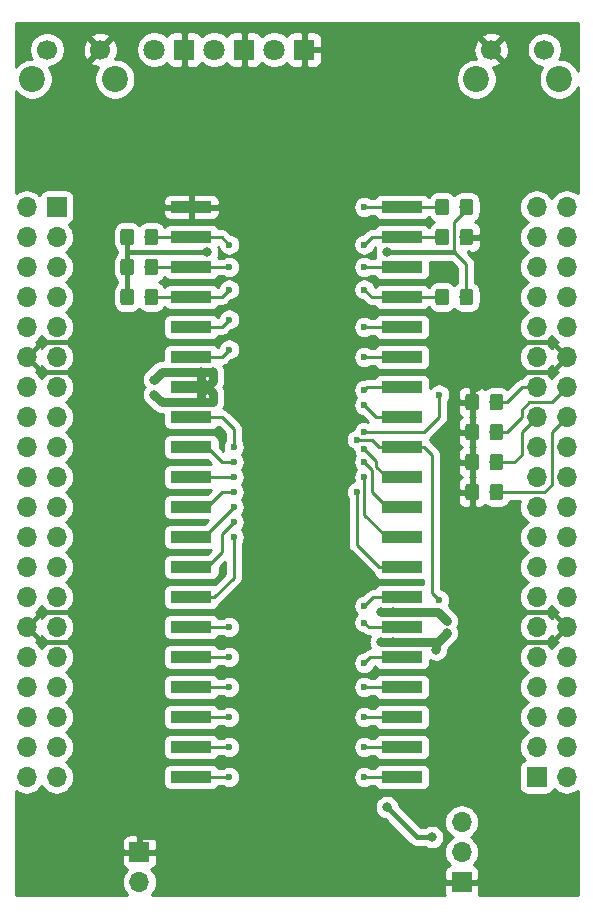
<source format=gbl>
G04 #@! TF.GenerationSoftware,KiCad,Pcbnew,5.1.4-e60b266~84~ubuntu18.04.1*
G04 #@! TF.CreationDate,2019-10-24T14:21:48+01:00*
G04 #@! TF.ProjectId,6809e_adapter,36383039-655f-4616-9461-707465722e6b,rev?*
G04 #@! TF.SameCoordinates,PX9fdfbc0PY791ddc0*
G04 #@! TF.FileFunction,Copper,L2,Bot*
G04 #@! TF.FilePolarity,Positive*
%FSLAX46Y46*%
G04 Gerber Fmt 4.6, Leading zero omitted, Abs format (unit mm)*
G04 Created by KiCad (PCBNEW 5.1.4-e60b266~84~ubuntu18.04.1) date 2019-10-24 14:21:48*
%MOMM*%
%LPD*%
G04 APERTURE LIST*
%ADD10C,0.100000*%
%ADD11C,1.150000*%
%ADD12R,3.500000X1.000000*%
%ADD13O,1.700000X1.700000*%
%ADD14R,1.700000X1.700000*%
%ADD15C,2.200000*%
%ADD16C,1.700000*%
%ADD17C,1.800000*%
%ADD18R,1.800000X1.800000*%
%ADD19C,0.800000*%
%ADD20C,0.600000*%
%ADD21C,0.400000*%
%ADD22C,0.800000*%
%ADD23C,0.250000*%
%ADD24C,0.254000*%
G04 APERTURE END LIST*
D10*
G36*
X40109505Y59118796D02*
G01*
X40133773Y59115196D01*
X40157572Y59109235D01*
X40180671Y59100970D01*
X40202850Y59090480D01*
X40223893Y59077868D01*
X40243599Y59063253D01*
X40261777Y59046777D01*
X40278253Y59028599D01*
X40292868Y59008893D01*
X40305480Y58987850D01*
X40315970Y58965671D01*
X40324235Y58942572D01*
X40330196Y58918773D01*
X40333796Y58894505D01*
X40335000Y58870001D01*
X40335000Y57969999D01*
X40333796Y57945495D01*
X40330196Y57921227D01*
X40324235Y57897428D01*
X40315970Y57874329D01*
X40305480Y57852150D01*
X40292868Y57831107D01*
X40278253Y57811401D01*
X40261777Y57793223D01*
X40243599Y57776747D01*
X40223893Y57762132D01*
X40202850Y57749520D01*
X40180671Y57739030D01*
X40157572Y57730765D01*
X40133773Y57724804D01*
X40109505Y57721204D01*
X40085001Y57720000D01*
X39434999Y57720000D01*
X39410495Y57721204D01*
X39386227Y57724804D01*
X39362428Y57730765D01*
X39339329Y57739030D01*
X39317150Y57749520D01*
X39296107Y57762132D01*
X39276401Y57776747D01*
X39258223Y57793223D01*
X39241747Y57811401D01*
X39227132Y57831107D01*
X39214520Y57852150D01*
X39204030Y57874329D01*
X39195765Y57897428D01*
X39189804Y57921227D01*
X39186204Y57945495D01*
X39185000Y57969999D01*
X39185000Y58870001D01*
X39186204Y58894505D01*
X39189804Y58918773D01*
X39195765Y58942572D01*
X39204030Y58965671D01*
X39214520Y58987850D01*
X39227132Y59008893D01*
X39241747Y59028599D01*
X39258223Y59046777D01*
X39276401Y59063253D01*
X39296107Y59077868D01*
X39317150Y59090480D01*
X39339329Y59100970D01*
X39362428Y59109235D01*
X39386227Y59115196D01*
X39410495Y59118796D01*
X39434999Y59120000D01*
X40085001Y59120000D01*
X40109505Y59118796D01*
X40109505Y59118796D01*
G37*
D11*
X39760000Y58420000D03*
D10*
G36*
X38059505Y59118796D02*
G01*
X38083773Y59115196D01*
X38107572Y59109235D01*
X38130671Y59100970D01*
X38152850Y59090480D01*
X38173893Y59077868D01*
X38193599Y59063253D01*
X38211777Y59046777D01*
X38228253Y59028599D01*
X38242868Y59008893D01*
X38255480Y58987850D01*
X38265970Y58965671D01*
X38274235Y58942572D01*
X38280196Y58918773D01*
X38283796Y58894505D01*
X38285000Y58870001D01*
X38285000Y57969999D01*
X38283796Y57945495D01*
X38280196Y57921227D01*
X38274235Y57897428D01*
X38265970Y57874329D01*
X38255480Y57852150D01*
X38242868Y57831107D01*
X38228253Y57811401D01*
X38211777Y57793223D01*
X38193599Y57776747D01*
X38173893Y57762132D01*
X38152850Y57749520D01*
X38130671Y57739030D01*
X38107572Y57730765D01*
X38083773Y57724804D01*
X38059505Y57721204D01*
X38035001Y57720000D01*
X37384999Y57720000D01*
X37360495Y57721204D01*
X37336227Y57724804D01*
X37312428Y57730765D01*
X37289329Y57739030D01*
X37267150Y57749520D01*
X37246107Y57762132D01*
X37226401Y57776747D01*
X37208223Y57793223D01*
X37191747Y57811401D01*
X37177132Y57831107D01*
X37164520Y57852150D01*
X37154030Y57874329D01*
X37145765Y57897428D01*
X37139804Y57921227D01*
X37136204Y57945495D01*
X37135000Y57969999D01*
X37135000Y58870001D01*
X37136204Y58894505D01*
X37139804Y58918773D01*
X37145765Y58942572D01*
X37154030Y58965671D01*
X37164520Y58987850D01*
X37177132Y59008893D01*
X37191747Y59028599D01*
X37208223Y59046777D01*
X37226401Y59063253D01*
X37246107Y59077868D01*
X37267150Y59090480D01*
X37289329Y59100970D01*
X37312428Y59109235D01*
X37336227Y59115196D01*
X37360495Y59118796D01*
X37384999Y59120000D01*
X38035001Y59120000D01*
X38059505Y59118796D01*
X38059505Y59118796D01*
G37*
D11*
X37710000Y58420000D03*
D10*
G36*
X38059505Y61658796D02*
G01*
X38083773Y61655196D01*
X38107572Y61649235D01*
X38130671Y61640970D01*
X38152850Y61630480D01*
X38173893Y61617868D01*
X38193599Y61603253D01*
X38211777Y61586777D01*
X38228253Y61568599D01*
X38242868Y61548893D01*
X38255480Y61527850D01*
X38265970Y61505671D01*
X38274235Y61482572D01*
X38280196Y61458773D01*
X38283796Y61434505D01*
X38285000Y61410001D01*
X38285000Y60509999D01*
X38283796Y60485495D01*
X38280196Y60461227D01*
X38274235Y60437428D01*
X38265970Y60414329D01*
X38255480Y60392150D01*
X38242868Y60371107D01*
X38228253Y60351401D01*
X38211777Y60333223D01*
X38193599Y60316747D01*
X38173893Y60302132D01*
X38152850Y60289520D01*
X38130671Y60279030D01*
X38107572Y60270765D01*
X38083773Y60264804D01*
X38059505Y60261204D01*
X38035001Y60260000D01*
X37384999Y60260000D01*
X37360495Y60261204D01*
X37336227Y60264804D01*
X37312428Y60270765D01*
X37289329Y60279030D01*
X37267150Y60289520D01*
X37246107Y60302132D01*
X37226401Y60316747D01*
X37208223Y60333223D01*
X37191747Y60351401D01*
X37177132Y60371107D01*
X37164520Y60392150D01*
X37154030Y60414329D01*
X37145765Y60437428D01*
X37139804Y60461227D01*
X37136204Y60485495D01*
X37135000Y60509999D01*
X37135000Y61410001D01*
X37136204Y61434505D01*
X37139804Y61458773D01*
X37145765Y61482572D01*
X37154030Y61505671D01*
X37164520Y61527850D01*
X37177132Y61548893D01*
X37191747Y61568599D01*
X37208223Y61586777D01*
X37226401Y61603253D01*
X37246107Y61617868D01*
X37267150Y61630480D01*
X37289329Y61640970D01*
X37312428Y61649235D01*
X37336227Y61655196D01*
X37360495Y61658796D01*
X37384999Y61660000D01*
X38035001Y61660000D01*
X38059505Y61658796D01*
X38059505Y61658796D01*
G37*
D11*
X37710000Y60960000D03*
D10*
G36*
X40109505Y61658796D02*
G01*
X40133773Y61655196D01*
X40157572Y61649235D01*
X40180671Y61640970D01*
X40202850Y61630480D01*
X40223893Y61617868D01*
X40243599Y61603253D01*
X40261777Y61586777D01*
X40278253Y61568599D01*
X40292868Y61548893D01*
X40305480Y61527850D01*
X40315970Y61505671D01*
X40324235Y61482572D01*
X40330196Y61458773D01*
X40333796Y61434505D01*
X40335000Y61410001D01*
X40335000Y60509999D01*
X40333796Y60485495D01*
X40330196Y60461227D01*
X40324235Y60437428D01*
X40315970Y60414329D01*
X40305480Y60392150D01*
X40292868Y60371107D01*
X40278253Y60351401D01*
X40261777Y60333223D01*
X40243599Y60316747D01*
X40223893Y60302132D01*
X40202850Y60289520D01*
X40180671Y60279030D01*
X40157572Y60270765D01*
X40133773Y60264804D01*
X40109505Y60261204D01*
X40085001Y60260000D01*
X39434999Y60260000D01*
X39410495Y60261204D01*
X39386227Y60264804D01*
X39362428Y60270765D01*
X39339329Y60279030D01*
X39317150Y60289520D01*
X39296107Y60302132D01*
X39276401Y60316747D01*
X39258223Y60333223D01*
X39241747Y60351401D01*
X39227132Y60371107D01*
X39214520Y60392150D01*
X39204030Y60414329D01*
X39195765Y60437428D01*
X39189804Y60461227D01*
X39186204Y60485495D01*
X39185000Y60509999D01*
X39185000Y61410001D01*
X39186204Y61434505D01*
X39189804Y61458773D01*
X39195765Y61482572D01*
X39204030Y61505671D01*
X39214520Y61527850D01*
X39227132Y61548893D01*
X39241747Y61568599D01*
X39258223Y61586777D01*
X39276401Y61603253D01*
X39296107Y61617868D01*
X39317150Y61630480D01*
X39339329Y61640970D01*
X39362428Y61649235D01*
X39386227Y61655196D01*
X39410495Y61658796D01*
X39434999Y61660000D01*
X40085001Y61660000D01*
X40109505Y61658796D01*
X40109505Y61658796D01*
G37*
D11*
X39760000Y60960000D03*
D10*
G36*
X13439505Y59118796D02*
G01*
X13463773Y59115196D01*
X13487572Y59109235D01*
X13510671Y59100970D01*
X13532850Y59090480D01*
X13553893Y59077868D01*
X13573599Y59063253D01*
X13591777Y59046777D01*
X13608253Y59028599D01*
X13622868Y59008893D01*
X13635480Y58987850D01*
X13645970Y58965671D01*
X13654235Y58942572D01*
X13660196Y58918773D01*
X13663796Y58894505D01*
X13665000Y58870001D01*
X13665000Y57969999D01*
X13663796Y57945495D01*
X13660196Y57921227D01*
X13654235Y57897428D01*
X13645970Y57874329D01*
X13635480Y57852150D01*
X13622868Y57831107D01*
X13608253Y57811401D01*
X13591777Y57793223D01*
X13573599Y57776747D01*
X13553893Y57762132D01*
X13532850Y57749520D01*
X13510671Y57739030D01*
X13487572Y57730765D01*
X13463773Y57724804D01*
X13439505Y57721204D01*
X13415001Y57720000D01*
X12764999Y57720000D01*
X12740495Y57721204D01*
X12716227Y57724804D01*
X12692428Y57730765D01*
X12669329Y57739030D01*
X12647150Y57749520D01*
X12626107Y57762132D01*
X12606401Y57776747D01*
X12588223Y57793223D01*
X12571747Y57811401D01*
X12557132Y57831107D01*
X12544520Y57852150D01*
X12534030Y57874329D01*
X12525765Y57897428D01*
X12519804Y57921227D01*
X12516204Y57945495D01*
X12515000Y57969999D01*
X12515000Y58870001D01*
X12516204Y58894505D01*
X12519804Y58918773D01*
X12525765Y58942572D01*
X12534030Y58965671D01*
X12544520Y58987850D01*
X12557132Y59008893D01*
X12571747Y59028599D01*
X12588223Y59046777D01*
X12606401Y59063253D01*
X12626107Y59077868D01*
X12647150Y59090480D01*
X12669329Y59100970D01*
X12692428Y59109235D01*
X12716227Y59115196D01*
X12740495Y59118796D01*
X12764999Y59120000D01*
X13415001Y59120000D01*
X13439505Y59118796D01*
X13439505Y59118796D01*
G37*
D11*
X13090000Y58420000D03*
D10*
G36*
X11389505Y59118796D02*
G01*
X11413773Y59115196D01*
X11437572Y59109235D01*
X11460671Y59100970D01*
X11482850Y59090480D01*
X11503893Y59077868D01*
X11523599Y59063253D01*
X11541777Y59046777D01*
X11558253Y59028599D01*
X11572868Y59008893D01*
X11585480Y58987850D01*
X11595970Y58965671D01*
X11604235Y58942572D01*
X11610196Y58918773D01*
X11613796Y58894505D01*
X11615000Y58870001D01*
X11615000Y57969999D01*
X11613796Y57945495D01*
X11610196Y57921227D01*
X11604235Y57897428D01*
X11595970Y57874329D01*
X11585480Y57852150D01*
X11572868Y57831107D01*
X11558253Y57811401D01*
X11541777Y57793223D01*
X11523599Y57776747D01*
X11503893Y57762132D01*
X11482850Y57749520D01*
X11460671Y57739030D01*
X11437572Y57730765D01*
X11413773Y57724804D01*
X11389505Y57721204D01*
X11365001Y57720000D01*
X10714999Y57720000D01*
X10690495Y57721204D01*
X10666227Y57724804D01*
X10642428Y57730765D01*
X10619329Y57739030D01*
X10597150Y57749520D01*
X10576107Y57762132D01*
X10556401Y57776747D01*
X10538223Y57793223D01*
X10521747Y57811401D01*
X10507132Y57831107D01*
X10494520Y57852150D01*
X10484030Y57874329D01*
X10475765Y57897428D01*
X10469804Y57921227D01*
X10466204Y57945495D01*
X10465000Y57969999D01*
X10465000Y58870001D01*
X10466204Y58894505D01*
X10469804Y58918773D01*
X10475765Y58942572D01*
X10484030Y58965671D01*
X10494520Y58987850D01*
X10507132Y59008893D01*
X10521747Y59028599D01*
X10538223Y59046777D01*
X10556401Y59063253D01*
X10576107Y59077868D01*
X10597150Y59090480D01*
X10619329Y59100970D01*
X10642428Y59109235D01*
X10666227Y59115196D01*
X10690495Y59118796D01*
X10714999Y59120000D01*
X11365001Y59120000D01*
X11389505Y59118796D01*
X11389505Y59118796D01*
G37*
D11*
X11040000Y58420000D03*
D10*
G36*
X13439505Y56578796D02*
G01*
X13463773Y56575196D01*
X13487572Y56569235D01*
X13510671Y56560970D01*
X13532850Y56550480D01*
X13553893Y56537868D01*
X13573599Y56523253D01*
X13591777Y56506777D01*
X13608253Y56488599D01*
X13622868Y56468893D01*
X13635480Y56447850D01*
X13645970Y56425671D01*
X13654235Y56402572D01*
X13660196Y56378773D01*
X13663796Y56354505D01*
X13665000Y56330001D01*
X13665000Y55429999D01*
X13663796Y55405495D01*
X13660196Y55381227D01*
X13654235Y55357428D01*
X13645970Y55334329D01*
X13635480Y55312150D01*
X13622868Y55291107D01*
X13608253Y55271401D01*
X13591777Y55253223D01*
X13573599Y55236747D01*
X13553893Y55222132D01*
X13532850Y55209520D01*
X13510671Y55199030D01*
X13487572Y55190765D01*
X13463773Y55184804D01*
X13439505Y55181204D01*
X13415001Y55180000D01*
X12764999Y55180000D01*
X12740495Y55181204D01*
X12716227Y55184804D01*
X12692428Y55190765D01*
X12669329Y55199030D01*
X12647150Y55209520D01*
X12626107Y55222132D01*
X12606401Y55236747D01*
X12588223Y55253223D01*
X12571747Y55271401D01*
X12557132Y55291107D01*
X12544520Y55312150D01*
X12534030Y55334329D01*
X12525765Y55357428D01*
X12519804Y55381227D01*
X12516204Y55405495D01*
X12515000Y55429999D01*
X12515000Y56330001D01*
X12516204Y56354505D01*
X12519804Y56378773D01*
X12525765Y56402572D01*
X12534030Y56425671D01*
X12544520Y56447850D01*
X12557132Y56468893D01*
X12571747Y56488599D01*
X12588223Y56506777D01*
X12606401Y56523253D01*
X12626107Y56537868D01*
X12647150Y56550480D01*
X12669329Y56560970D01*
X12692428Y56569235D01*
X12716227Y56575196D01*
X12740495Y56578796D01*
X12764999Y56580000D01*
X13415001Y56580000D01*
X13439505Y56578796D01*
X13439505Y56578796D01*
G37*
D11*
X13090000Y55880000D03*
D10*
G36*
X11389505Y56578796D02*
G01*
X11413773Y56575196D01*
X11437572Y56569235D01*
X11460671Y56560970D01*
X11482850Y56550480D01*
X11503893Y56537868D01*
X11523599Y56523253D01*
X11541777Y56506777D01*
X11558253Y56488599D01*
X11572868Y56468893D01*
X11585480Y56447850D01*
X11595970Y56425671D01*
X11604235Y56402572D01*
X11610196Y56378773D01*
X11613796Y56354505D01*
X11615000Y56330001D01*
X11615000Y55429999D01*
X11613796Y55405495D01*
X11610196Y55381227D01*
X11604235Y55357428D01*
X11595970Y55334329D01*
X11585480Y55312150D01*
X11572868Y55291107D01*
X11558253Y55271401D01*
X11541777Y55253223D01*
X11523599Y55236747D01*
X11503893Y55222132D01*
X11482850Y55209520D01*
X11460671Y55199030D01*
X11437572Y55190765D01*
X11413773Y55184804D01*
X11389505Y55181204D01*
X11365001Y55180000D01*
X10714999Y55180000D01*
X10690495Y55181204D01*
X10666227Y55184804D01*
X10642428Y55190765D01*
X10619329Y55199030D01*
X10597150Y55209520D01*
X10576107Y55222132D01*
X10556401Y55236747D01*
X10538223Y55253223D01*
X10521747Y55271401D01*
X10507132Y55291107D01*
X10494520Y55312150D01*
X10484030Y55334329D01*
X10475765Y55357428D01*
X10469804Y55381227D01*
X10466204Y55405495D01*
X10465000Y55429999D01*
X10465000Y56330001D01*
X10466204Y56354505D01*
X10469804Y56378773D01*
X10475765Y56402572D01*
X10484030Y56425671D01*
X10494520Y56447850D01*
X10507132Y56468893D01*
X10521747Y56488599D01*
X10538223Y56506777D01*
X10556401Y56523253D01*
X10576107Y56537868D01*
X10597150Y56550480D01*
X10619329Y56560970D01*
X10642428Y56569235D01*
X10666227Y56575196D01*
X10690495Y56578796D01*
X10714999Y56580000D01*
X11365001Y56580000D01*
X11389505Y56578796D01*
X11389505Y56578796D01*
G37*
D11*
X11040000Y55880000D03*
D10*
G36*
X38059505Y54038796D02*
G01*
X38083773Y54035196D01*
X38107572Y54029235D01*
X38130671Y54020970D01*
X38152850Y54010480D01*
X38173893Y53997868D01*
X38193599Y53983253D01*
X38211777Y53966777D01*
X38228253Y53948599D01*
X38242868Y53928893D01*
X38255480Y53907850D01*
X38265970Y53885671D01*
X38274235Y53862572D01*
X38280196Y53838773D01*
X38283796Y53814505D01*
X38285000Y53790001D01*
X38285000Y52889999D01*
X38283796Y52865495D01*
X38280196Y52841227D01*
X38274235Y52817428D01*
X38265970Y52794329D01*
X38255480Y52772150D01*
X38242868Y52751107D01*
X38228253Y52731401D01*
X38211777Y52713223D01*
X38193599Y52696747D01*
X38173893Y52682132D01*
X38152850Y52669520D01*
X38130671Y52659030D01*
X38107572Y52650765D01*
X38083773Y52644804D01*
X38059505Y52641204D01*
X38035001Y52640000D01*
X37384999Y52640000D01*
X37360495Y52641204D01*
X37336227Y52644804D01*
X37312428Y52650765D01*
X37289329Y52659030D01*
X37267150Y52669520D01*
X37246107Y52682132D01*
X37226401Y52696747D01*
X37208223Y52713223D01*
X37191747Y52731401D01*
X37177132Y52751107D01*
X37164520Y52772150D01*
X37154030Y52794329D01*
X37145765Y52817428D01*
X37139804Y52841227D01*
X37136204Y52865495D01*
X37135000Y52889999D01*
X37135000Y53790001D01*
X37136204Y53814505D01*
X37139804Y53838773D01*
X37145765Y53862572D01*
X37154030Y53885671D01*
X37164520Y53907850D01*
X37177132Y53928893D01*
X37191747Y53948599D01*
X37208223Y53966777D01*
X37226401Y53983253D01*
X37246107Y53997868D01*
X37267150Y54010480D01*
X37289329Y54020970D01*
X37312428Y54029235D01*
X37336227Y54035196D01*
X37360495Y54038796D01*
X37384999Y54040000D01*
X38035001Y54040000D01*
X38059505Y54038796D01*
X38059505Y54038796D01*
G37*
D11*
X37710000Y53340000D03*
D10*
G36*
X40109505Y54038796D02*
G01*
X40133773Y54035196D01*
X40157572Y54029235D01*
X40180671Y54020970D01*
X40202850Y54010480D01*
X40223893Y53997868D01*
X40243599Y53983253D01*
X40261777Y53966777D01*
X40278253Y53948599D01*
X40292868Y53928893D01*
X40305480Y53907850D01*
X40315970Y53885671D01*
X40324235Y53862572D01*
X40330196Y53838773D01*
X40333796Y53814505D01*
X40335000Y53790001D01*
X40335000Y52889999D01*
X40333796Y52865495D01*
X40330196Y52841227D01*
X40324235Y52817428D01*
X40315970Y52794329D01*
X40305480Y52772150D01*
X40292868Y52751107D01*
X40278253Y52731401D01*
X40261777Y52713223D01*
X40243599Y52696747D01*
X40223893Y52682132D01*
X40202850Y52669520D01*
X40180671Y52659030D01*
X40157572Y52650765D01*
X40133773Y52644804D01*
X40109505Y52641204D01*
X40085001Y52640000D01*
X39434999Y52640000D01*
X39410495Y52641204D01*
X39386227Y52644804D01*
X39362428Y52650765D01*
X39339329Y52659030D01*
X39317150Y52669520D01*
X39296107Y52682132D01*
X39276401Y52696747D01*
X39258223Y52713223D01*
X39241747Y52731401D01*
X39227132Y52751107D01*
X39214520Y52772150D01*
X39204030Y52794329D01*
X39195765Y52817428D01*
X39189804Y52841227D01*
X39186204Y52865495D01*
X39185000Y52889999D01*
X39185000Y53790001D01*
X39186204Y53814505D01*
X39189804Y53838773D01*
X39195765Y53862572D01*
X39204030Y53885671D01*
X39214520Y53907850D01*
X39227132Y53928893D01*
X39241747Y53948599D01*
X39258223Y53966777D01*
X39276401Y53983253D01*
X39296107Y53997868D01*
X39317150Y54010480D01*
X39339329Y54020970D01*
X39362428Y54029235D01*
X39386227Y54035196D01*
X39410495Y54038796D01*
X39434999Y54040000D01*
X40085001Y54040000D01*
X40109505Y54038796D01*
X40109505Y54038796D01*
G37*
D11*
X39760000Y53340000D03*
D10*
G36*
X13439505Y54038796D02*
G01*
X13463773Y54035196D01*
X13487572Y54029235D01*
X13510671Y54020970D01*
X13532850Y54010480D01*
X13553893Y53997868D01*
X13573599Y53983253D01*
X13591777Y53966777D01*
X13608253Y53948599D01*
X13622868Y53928893D01*
X13635480Y53907850D01*
X13645970Y53885671D01*
X13654235Y53862572D01*
X13660196Y53838773D01*
X13663796Y53814505D01*
X13665000Y53790001D01*
X13665000Y52889999D01*
X13663796Y52865495D01*
X13660196Y52841227D01*
X13654235Y52817428D01*
X13645970Y52794329D01*
X13635480Y52772150D01*
X13622868Y52751107D01*
X13608253Y52731401D01*
X13591777Y52713223D01*
X13573599Y52696747D01*
X13553893Y52682132D01*
X13532850Y52669520D01*
X13510671Y52659030D01*
X13487572Y52650765D01*
X13463773Y52644804D01*
X13439505Y52641204D01*
X13415001Y52640000D01*
X12764999Y52640000D01*
X12740495Y52641204D01*
X12716227Y52644804D01*
X12692428Y52650765D01*
X12669329Y52659030D01*
X12647150Y52669520D01*
X12626107Y52682132D01*
X12606401Y52696747D01*
X12588223Y52713223D01*
X12571747Y52731401D01*
X12557132Y52751107D01*
X12544520Y52772150D01*
X12534030Y52794329D01*
X12525765Y52817428D01*
X12519804Y52841227D01*
X12516204Y52865495D01*
X12515000Y52889999D01*
X12515000Y53790001D01*
X12516204Y53814505D01*
X12519804Y53838773D01*
X12525765Y53862572D01*
X12534030Y53885671D01*
X12544520Y53907850D01*
X12557132Y53928893D01*
X12571747Y53948599D01*
X12588223Y53966777D01*
X12606401Y53983253D01*
X12626107Y53997868D01*
X12647150Y54010480D01*
X12669329Y54020970D01*
X12692428Y54029235D01*
X12716227Y54035196D01*
X12740495Y54038796D01*
X12764999Y54040000D01*
X13415001Y54040000D01*
X13439505Y54038796D01*
X13439505Y54038796D01*
G37*
D11*
X13090000Y53340000D03*
D10*
G36*
X11389505Y54038796D02*
G01*
X11413773Y54035196D01*
X11437572Y54029235D01*
X11460671Y54020970D01*
X11482850Y54010480D01*
X11503893Y53997868D01*
X11523599Y53983253D01*
X11541777Y53966777D01*
X11558253Y53948599D01*
X11572868Y53928893D01*
X11585480Y53907850D01*
X11595970Y53885671D01*
X11604235Y53862572D01*
X11610196Y53838773D01*
X11613796Y53814505D01*
X11615000Y53790001D01*
X11615000Y52889999D01*
X11613796Y52865495D01*
X11610196Y52841227D01*
X11604235Y52817428D01*
X11595970Y52794329D01*
X11585480Y52772150D01*
X11572868Y52751107D01*
X11558253Y52731401D01*
X11541777Y52713223D01*
X11523599Y52696747D01*
X11503893Y52682132D01*
X11482850Y52669520D01*
X11460671Y52659030D01*
X11437572Y52650765D01*
X11413773Y52644804D01*
X11389505Y52641204D01*
X11365001Y52640000D01*
X10714999Y52640000D01*
X10690495Y52641204D01*
X10666227Y52644804D01*
X10642428Y52650765D01*
X10619329Y52659030D01*
X10597150Y52669520D01*
X10576107Y52682132D01*
X10556401Y52696747D01*
X10538223Y52713223D01*
X10521747Y52731401D01*
X10507132Y52751107D01*
X10494520Y52772150D01*
X10484030Y52794329D01*
X10475765Y52817428D01*
X10469804Y52841227D01*
X10466204Y52865495D01*
X10465000Y52889999D01*
X10465000Y53790001D01*
X10466204Y53814505D01*
X10469804Y53838773D01*
X10475765Y53862572D01*
X10484030Y53885671D01*
X10494520Y53907850D01*
X10507132Y53928893D01*
X10521747Y53948599D01*
X10538223Y53966777D01*
X10556401Y53983253D01*
X10576107Y53997868D01*
X10597150Y54010480D01*
X10619329Y54020970D01*
X10642428Y54029235D01*
X10666227Y54035196D01*
X10690495Y54038796D01*
X10714999Y54040000D01*
X11365001Y54040000D01*
X11389505Y54038796D01*
X11389505Y54038796D01*
G37*
D11*
X11040000Y53340000D03*
D12*
X34320000Y60960000D03*
X34320000Y58420000D03*
X34320000Y55880000D03*
X34320000Y53340000D03*
X34320000Y50800000D03*
X34320000Y48260000D03*
X34320000Y45720000D03*
X34320000Y43180000D03*
X34320000Y40640000D03*
X34320000Y38100000D03*
X34320000Y35560000D03*
X34320000Y33020000D03*
X34320000Y30480000D03*
X34320000Y27940000D03*
X34320000Y25400000D03*
X34320000Y22860000D03*
X34320000Y20320000D03*
X34320000Y17780000D03*
X34320000Y15240000D03*
X16480000Y12700000D03*
X16480000Y15240000D03*
X16480000Y17780000D03*
X16480000Y20320000D03*
X16480000Y22860000D03*
X16480000Y25400000D03*
X16480000Y27940000D03*
X16480000Y30480000D03*
X16480000Y33020000D03*
X16480000Y35560000D03*
X16480000Y38100000D03*
X16480000Y40640000D03*
X16480000Y43180000D03*
X16480000Y45720000D03*
X16480000Y48260000D03*
X16480000Y50800000D03*
X16480000Y53340000D03*
X16480000Y55880000D03*
X16480000Y58420000D03*
X16480000Y60960000D03*
X34320000Y12700000D03*
D10*
G36*
X42649505Y45148796D02*
G01*
X42673773Y45145196D01*
X42697572Y45139235D01*
X42720671Y45130970D01*
X42742850Y45120480D01*
X42763893Y45107868D01*
X42783599Y45093253D01*
X42801777Y45076777D01*
X42818253Y45058599D01*
X42832868Y45038893D01*
X42845480Y45017850D01*
X42855970Y44995671D01*
X42864235Y44972572D01*
X42870196Y44948773D01*
X42873796Y44924505D01*
X42875000Y44900001D01*
X42875000Y43999999D01*
X42873796Y43975495D01*
X42870196Y43951227D01*
X42864235Y43927428D01*
X42855970Y43904329D01*
X42845480Y43882150D01*
X42832868Y43861107D01*
X42818253Y43841401D01*
X42801777Y43823223D01*
X42783599Y43806747D01*
X42763893Y43792132D01*
X42742850Y43779520D01*
X42720671Y43769030D01*
X42697572Y43760765D01*
X42673773Y43754804D01*
X42649505Y43751204D01*
X42625001Y43750000D01*
X41974999Y43750000D01*
X41950495Y43751204D01*
X41926227Y43754804D01*
X41902428Y43760765D01*
X41879329Y43769030D01*
X41857150Y43779520D01*
X41836107Y43792132D01*
X41816401Y43806747D01*
X41798223Y43823223D01*
X41781747Y43841401D01*
X41767132Y43861107D01*
X41754520Y43882150D01*
X41744030Y43904329D01*
X41735765Y43927428D01*
X41729804Y43951227D01*
X41726204Y43975495D01*
X41725000Y43999999D01*
X41725000Y44900001D01*
X41726204Y44924505D01*
X41729804Y44948773D01*
X41735765Y44972572D01*
X41744030Y44995671D01*
X41754520Y45017850D01*
X41767132Y45038893D01*
X41781747Y45058599D01*
X41798223Y45076777D01*
X41816401Y45093253D01*
X41836107Y45107868D01*
X41857150Y45120480D01*
X41879329Y45130970D01*
X41902428Y45139235D01*
X41926227Y45145196D01*
X41950495Y45148796D01*
X41974999Y45150000D01*
X42625001Y45150000D01*
X42649505Y45148796D01*
X42649505Y45148796D01*
G37*
D11*
X42300000Y44450000D03*
D10*
G36*
X40599505Y45148796D02*
G01*
X40623773Y45145196D01*
X40647572Y45139235D01*
X40670671Y45130970D01*
X40692850Y45120480D01*
X40713893Y45107868D01*
X40733599Y45093253D01*
X40751777Y45076777D01*
X40768253Y45058599D01*
X40782868Y45038893D01*
X40795480Y45017850D01*
X40805970Y44995671D01*
X40814235Y44972572D01*
X40820196Y44948773D01*
X40823796Y44924505D01*
X40825000Y44900001D01*
X40825000Y43999999D01*
X40823796Y43975495D01*
X40820196Y43951227D01*
X40814235Y43927428D01*
X40805970Y43904329D01*
X40795480Y43882150D01*
X40782868Y43861107D01*
X40768253Y43841401D01*
X40751777Y43823223D01*
X40733599Y43806747D01*
X40713893Y43792132D01*
X40692850Y43779520D01*
X40670671Y43769030D01*
X40647572Y43760765D01*
X40623773Y43754804D01*
X40599505Y43751204D01*
X40575001Y43750000D01*
X39924999Y43750000D01*
X39900495Y43751204D01*
X39876227Y43754804D01*
X39852428Y43760765D01*
X39829329Y43769030D01*
X39807150Y43779520D01*
X39786107Y43792132D01*
X39766401Y43806747D01*
X39748223Y43823223D01*
X39731747Y43841401D01*
X39717132Y43861107D01*
X39704520Y43882150D01*
X39694030Y43904329D01*
X39685765Y43927428D01*
X39679804Y43951227D01*
X39676204Y43975495D01*
X39675000Y43999999D01*
X39675000Y44900001D01*
X39676204Y44924505D01*
X39679804Y44948773D01*
X39685765Y44972572D01*
X39694030Y44995671D01*
X39704520Y45017850D01*
X39717132Y45038893D01*
X39731747Y45058599D01*
X39748223Y45076777D01*
X39766401Y45093253D01*
X39786107Y45107868D01*
X39807150Y45120480D01*
X39829329Y45130970D01*
X39852428Y45139235D01*
X39876227Y45145196D01*
X39900495Y45148796D01*
X39924999Y45150000D01*
X40575001Y45150000D01*
X40599505Y45148796D01*
X40599505Y45148796D01*
G37*
D11*
X40250000Y44450000D03*
D10*
G36*
X42649505Y42608796D02*
G01*
X42673773Y42605196D01*
X42697572Y42599235D01*
X42720671Y42590970D01*
X42742850Y42580480D01*
X42763893Y42567868D01*
X42783599Y42553253D01*
X42801777Y42536777D01*
X42818253Y42518599D01*
X42832868Y42498893D01*
X42845480Y42477850D01*
X42855970Y42455671D01*
X42864235Y42432572D01*
X42870196Y42408773D01*
X42873796Y42384505D01*
X42875000Y42360001D01*
X42875000Y41459999D01*
X42873796Y41435495D01*
X42870196Y41411227D01*
X42864235Y41387428D01*
X42855970Y41364329D01*
X42845480Y41342150D01*
X42832868Y41321107D01*
X42818253Y41301401D01*
X42801777Y41283223D01*
X42783599Y41266747D01*
X42763893Y41252132D01*
X42742850Y41239520D01*
X42720671Y41229030D01*
X42697572Y41220765D01*
X42673773Y41214804D01*
X42649505Y41211204D01*
X42625001Y41210000D01*
X41974999Y41210000D01*
X41950495Y41211204D01*
X41926227Y41214804D01*
X41902428Y41220765D01*
X41879329Y41229030D01*
X41857150Y41239520D01*
X41836107Y41252132D01*
X41816401Y41266747D01*
X41798223Y41283223D01*
X41781747Y41301401D01*
X41767132Y41321107D01*
X41754520Y41342150D01*
X41744030Y41364329D01*
X41735765Y41387428D01*
X41729804Y41411227D01*
X41726204Y41435495D01*
X41725000Y41459999D01*
X41725000Y42360001D01*
X41726204Y42384505D01*
X41729804Y42408773D01*
X41735765Y42432572D01*
X41744030Y42455671D01*
X41754520Y42477850D01*
X41767132Y42498893D01*
X41781747Y42518599D01*
X41798223Y42536777D01*
X41816401Y42553253D01*
X41836107Y42567868D01*
X41857150Y42580480D01*
X41879329Y42590970D01*
X41902428Y42599235D01*
X41926227Y42605196D01*
X41950495Y42608796D01*
X41974999Y42610000D01*
X42625001Y42610000D01*
X42649505Y42608796D01*
X42649505Y42608796D01*
G37*
D11*
X42300000Y41910000D03*
D10*
G36*
X40599505Y42608796D02*
G01*
X40623773Y42605196D01*
X40647572Y42599235D01*
X40670671Y42590970D01*
X40692850Y42580480D01*
X40713893Y42567868D01*
X40733599Y42553253D01*
X40751777Y42536777D01*
X40768253Y42518599D01*
X40782868Y42498893D01*
X40795480Y42477850D01*
X40805970Y42455671D01*
X40814235Y42432572D01*
X40820196Y42408773D01*
X40823796Y42384505D01*
X40825000Y42360001D01*
X40825000Y41459999D01*
X40823796Y41435495D01*
X40820196Y41411227D01*
X40814235Y41387428D01*
X40805970Y41364329D01*
X40795480Y41342150D01*
X40782868Y41321107D01*
X40768253Y41301401D01*
X40751777Y41283223D01*
X40733599Y41266747D01*
X40713893Y41252132D01*
X40692850Y41239520D01*
X40670671Y41229030D01*
X40647572Y41220765D01*
X40623773Y41214804D01*
X40599505Y41211204D01*
X40575001Y41210000D01*
X39924999Y41210000D01*
X39900495Y41211204D01*
X39876227Y41214804D01*
X39852428Y41220765D01*
X39829329Y41229030D01*
X39807150Y41239520D01*
X39786107Y41252132D01*
X39766401Y41266747D01*
X39748223Y41283223D01*
X39731747Y41301401D01*
X39717132Y41321107D01*
X39704520Y41342150D01*
X39694030Y41364329D01*
X39685765Y41387428D01*
X39679804Y41411227D01*
X39676204Y41435495D01*
X39675000Y41459999D01*
X39675000Y42360001D01*
X39676204Y42384505D01*
X39679804Y42408773D01*
X39685765Y42432572D01*
X39694030Y42455671D01*
X39704520Y42477850D01*
X39717132Y42498893D01*
X39731747Y42518599D01*
X39748223Y42536777D01*
X39766401Y42553253D01*
X39786107Y42567868D01*
X39807150Y42580480D01*
X39829329Y42590970D01*
X39852428Y42599235D01*
X39876227Y42605196D01*
X39900495Y42608796D01*
X39924999Y42610000D01*
X40575001Y42610000D01*
X40599505Y42608796D01*
X40599505Y42608796D01*
G37*
D11*
X40250000Y41910000D03*
D10*
G36*
X42649505Y40068796D02*
G01*
X42673773Y40065196D01*
X42697572Y40059235D01*
X42720671Y40050970D01*
X42742850Y40040480D01*
X42763893Y40027868D01*
X42783599Y40013253D01*
X42801777Y39996777D01*
X42818253Y39978599D01*
X42832868Y39958893D01*
X42845480Y39937850D01*
X42855970Y39915671D01*
X42864235Y39892572D01*
X42870196Y39868773D01*
X42873796Y39844505D01*
X42875000Y39820001D01*
X42875000Y38919999D01*
X42873796Y38895495D01*
X42870196Y38871227D01*
X42864235Y38847428D01*
X42855970Y38824329D01*
X42845480Y38802150D01*
X42832868Y38781107D01*
X42818253Y38761401D01*
X42801777Y38743223D01*
X42783599Y38726747D01*
X42763893Y38712132D01*
X42742850Y38699520D01*
X42720671Y38689030D01*
X42697572Y38680765D01*
X42673773Y38674804D01*
X42649505Y38671204D01*
X42625001Y38670000D01*
X41974999Y38670000D01*
X41950495Y38671204D01*
X41926227Y38674804D01*
X41902428Y38680765D01*
X41879329Y38689030D01*
X41857150Y38699520D01*
X41836107Y38712132D01*
X41816401Y38726747D01*
X41798223Y38743223D01*
X41781747Y38761401D01*
X41767132Y38781107D01*
X41754520Y38802150D01*
X41744030Y38824329D01*
X41735765Y38847428D01*
X41729804Y38871227D01*
X41726204Y38895495D01*
X41725000Y38919999D01*
X41725000Y39820001D01*
X41726204Y39844505D01*
X41729804Y39868773D01*
X41735765Y39892572D01*
X41744030Y39915671D01*
X41754520Y39937850D01*
X41767132Y39958893D01*
X41781747Y39978599D01*
X41798223Y39996777D01*
X41816401Y40013253D01*
X41836107Y40027868D01*
X41857150Y40040480D01*
X41879329Y40050970D01*
X41902428Y40059235D01*
X41926227Y40065196D01*
X41950495Y40068796D01*
X41974999Y40070000D01*
X42625001Y40070000D01*
X42649505Y40068796D01*
X42649505Y40068796D01*
G37*
D11*
X42300000Y39370000D03*
D10*
G36*
X40599505Y40068796D02*
G01*
X40623773Y40065196D01*
X40647572Y40059235D01*
X40670671Y40050970D01*
X40692850Y40040480D01*
X40713893Y40027868D01*
X40733599Y40013253D01*
X40751777Y39996777D01*
X40768253Y39978599D01*
X40782868Y39958893D01*
X40795480Y39937850D01*
X40805970Y39915671D01*
X40814235Y39892572D01*
X40820196Y39868773D01*
X40823796Y39844505D01*
X40825000Y39820001D01*
X40825000Y38919999D01*
X40823796Y38895495D01*
X40820196Y38871227D01*
X40814235Y38847428D01*
X40805970Y38824329D01*
X40795480Y38802150D01*
X40782868Y38781107D01*
X40768253Y38761401D01*
X40751777Y38743223D01*
X40733599Y38726747D01*
X40713893Y38712132D01*
X40692850Y38699520D01*
X40670671Y38689030D01*
X40647572Y38680765D01*
X40623773Y38674804D01*
X40599505Y38671204D01*
X40575001Y38670000D01*
X39924999Y38670000D01*
X39900495Y38671204D01*
X39876227Y38674804D01*
X39852428Y38680765D01*
X39829329Y38689030D01*
X39807150Y38699520D01*
X39786107Y38712132D01*
X39766401Y38726747D01*
X39748223Y38743223D01*
X39731747Y38761401D01*
X39717132Y38781107D01*
X39704520Y38802150D01*
X39694030Y38824329D01*
X39685765Y38847428D01*
X39679804Y38871227D01*
X39676204Y38895495D01*
X39675000Y38919999D01*
X39675000Y39820001D01*
X39676204Y39844505D01*
X39679804Y39868773D01*
X39685765Y39892572D01*
X39694030Y39915671D01*
X39704520Y39937850D01*
X39717132Y39958893D01*
X39731747Y39978599D01*
X39748223Y39996777D01*
X39766401Y40013253D01*
X39786107Y40027868D01*
X39807150Y40040480D01*
X39829329Y40050970D01*
X39852428Y40059235D01*
X39876227Y40065196D01*
X39900495Y40068796D01*
X39924999Y40070000D01*
X40575001Y40070000D01*
X40599505Y40068796D01*
X40599505Y40068796D01*
G37*
D11*
X40250000Y39370000D03*
D10*
G36*
X42649505Y37528796D02*
G01*
X42673773Y37525196D01*
X42697572Y37519235D01*
X42720671Y37510970D01*
X42742850Y37500480D01*
X42763893Y37487868D01*
X42783599Y37473253D01*
X42801777Y37456777D01*
X42818253Y37438599D01*
X42832868Y37418893D01*
X42845480Y37397850D01*
X42855970Y37375671D01*
X42864235Y37352572D01*
X42870196Y37328773D01*
X42873796Y37304505D01*
X42875000Y37280001D01*
X42875000Y36379999D01*
X42873796Y36355495D01*
X42870196Y36331227D01*
X42864235Y36307428D01*
X42855970Y36284329D01*
X42845480Y36262150D01*
X42832868Y36241107D01*
X42818253Y36221401D01*
X42801777Y36203223D01*
X42783599Y36186747D01*
X42763893Y36172132D01*
X42742850Y36159520D01*
X42720671Y36149030D01*
X42697572Y36140765D01*
X42673773Y36134804D01*
X42649505Y36131204D01*
X42625001Y36130000D01*
X41974999Y36130000D01*
X41950495Y36131204D01*
X41926227Y36134804D01*
X41902428Y36140765D01*
X41879329Y36149030D01*
X41857150Y36159520D01*
X41836107Y36172132D01*
X41816401Y36186747D01*
X41798223Y36203223D01*
X41781747Y36221401D01*
X41767132Y36241107D01*
X41754520Y36262150D01*
X41744030Y36284329D01*
X41735765Y36307428D01*
X41729804Y36331227D01*
X41726204Y36355495D01*
X41725000Y36379999D01*
X41725000Y37280001D01*
X41726204Y37304505D01*
X41729804Y37328773D01*
X41735765Y37352572D01*
X41744030Y37375671D01*
X41754520Y37397850D01*
X41767132Y37418893D01*
X41781747Y37438599D01*
X41798223Y37456777D01*
X41816401Y37473253D01*
X41836107Y37487868D01*
X41857150Y37500480D01*
X41879329Y37510970D01*
X41902428Y37519235D01*
X41926227Y37525196D01*
X41950495Y37528796D01*
X41974999Y37530000D01*
X42625001Y37530000D01*
X42649505Y37528796D01*
X42649505Y37528796D01*
G37*
D11*
X42300000Y36830000D03*
D10*
G36*
X40599505Y37528796D02*
G01*
X40623773Y37525196D01*
X40647572Y37519235D01*
X40670671Y37510970D01*
X40692850Y37500480D01*
X40713893Y37487868D01*
X40733599Y37473253D01*
X40751777Y37456777D01*
X40768253Y37438599D01*
X40782868Y37418893D01*
X40795480Y37397850D01*
X40805970Y37375671D01*
X40814235Y37352572D01*
X40820196Y37328773D01*
X40823796Y37304505D01*
X40825000Y37280001D01*
X40825000Y36379999D01*
X40823796Y36355495D01*
X40820196Y36331227D01*
X40814235Y36307428D01*
X40805970Y36284329D01*
X40795480Y36262150D01*
X40782868Y36241107D01*
X40768253Y36221401D01*
X40751777Y36203223D01*
X40733599Y36186747D01*
X40713893Y36172132D01*
X40692850Y36159520D01*
X40670671Y36149030D01*
X40647572Y36140765D01*
X40623773Y36134804D01*
X40599505Y36131204D01*
X40575001Y36130000D01*
X39924999Y36130000D01*
X39900495Y36131204D01*
X39876227Y36134804D01*
X39852428Y36140765D01*
X39829329Y36149030D01*
X39807150Y36159520D01*
X39786107Y36172132D01*
X39766401Y36186747D01*
X39748223Y36203223D01*
X39731747Y36221401D01*
X39717132Y36241107D01*
X39704520Y36262150D01*
X39694030Y36284329D01*
X39685765Y36307428D01*
X39679804Y36331227D01*
X39676204Y36355495D01*
X39675000Y36379999D01*
X39675000Y37280001D01*
X39676204Y37304505D01*
X39679804Y37328773D01*
X39685765Y37352572D01*
X39694030Y37375671D01*
X39704520Y37397850D01*
X39717132Y37418893D01*
X39731747Y37438599D01*
X39748223Y37456777D01*
X39766401Y37473253D01*
X39786107Y37487868D01*
X39807150Y37500480D01*
X39829329Y37510970D01*
X39852428Y37519235D01*
X39876227Y37525196D01*
X39900495Y37528796D01*
X39924999Y37530000D01*
X40575001Y37530000D01*
X40599505Y37528796D01*
X40599505Y37528796D01*
G37*
D11*
X40250000Y36830000D03*
D13*
X12065000Y3810000D03*
D14*
X12065000Y6350000D03*
D13*
X39370000Y8890000D03*
X39370000Y6350000D03*
D14*
X39370000Y3810000D03*
D15*
X47605000Y71795000D03*
X40605000Y71795000D03*
D16*
X46355000Y74295000D03*
X41855000Y74295000D03*
D15*
X10004500Y71795000D03*
X3004500Y71795000D03*
D16*
X8754500Y74295000D03*
X4254500Y74295000D03*
D17*
X18415000Y74295000D03*
D18*
X20955000Y74295000D03*
D17*
X23495000Y74295000D03*
D18*
X26035000Y74295000D03*
D17*
X13335000Y74295000D03*
D18*
X15875000Y74295000D03*
D13*
X2540000Y12700000D03*
X5080000Y12700000D03*
X2540000Y15240000D03*
X5080000Y15240000D03*
X2540000Y17780000D03*
X5080000Y17780000D03*
X2540000Y20320000D03*
X5080000Y20320000D03*
X2540000Y22860000D03*
X5080000Y22860000D03*
X2540000Y25400000D03*
X5080000Y25400000D03*
X2540000Y27940000D03*
X5080000Y27940000D03*
X2540000Y30480000D03*
X5080000Y30480000D03*
X2540000Y33020000D03*
X5080000Y33020000D03*
X2540000Y35560000D03*
X5080000Y35560000D03*
X2540000Y38100000D03*
X5080000Y38100000D03*
X2540000Y40640000D03*
X5080000Y40640000D03*
X2540000Y43180000D03*
X5080000Y43180000D03*
X2540000Y45720000D03*
X5080000Y45720000D03*
X2540000Y48260000D03*
X5080000Y48260000D03*
X2540000Y50800000D03*
X5080000Y50800000D03*
X2540000Y53340000D03*
X5080000Y53340000D03*
X2540000Y55880000D03*
X5080000Y55880000D03*
X2540000Y58420000D03*
X5080000Y58420000D03*
X2540000Y60960000D03*
D14*
X5080000Y60960000D03*
D13*
X48260000Y60960000D03*
X45720000Y60960000D03*
X48260000Y58420000D03*
X45720000Y58420000D03*
X48260000Y55880000D03*
X45720000Y55880000D03*
X48260000Y53340000D03*
X45720000Y53340000D03*
X48260000Y50800000D03*
X45720000Y50800000D03*
X48260000Y48260000D03*
X45720000Y48260000D03*
X48260000Y45720000D03*
X45720000Y45720000D03*
X48260000Y43180000D03*
X45720000Y43180000D03*
X48260000Y40640000D03*
X45720000Y40640000D03*
X48260000Y38100000D03*
X45720000Y38100000D03*
X48260000Y35560000D03*
X45720000Y35560000D03*
X48260000Y33020000D03*
X45720000Y33020000D03*
X48260000Y30480000D03*
X45720000Y30480000D03*
X48260000Y27940000D03*
X45720000Y27940000D03*
X48260000Y25400000D03*
X45720000Y25400000D03*
X48260000Y22860000D03*
X45720000Y22860000D03*
X48260000Y20320000D03*
X45720000Y20320000D03*
X48260000Y17780000D03*
X45720000Y17780000D03*
X48260000Y15240000D03*
X45720000Y15240000D03*
X48260000Y12700000D03*
D14*
X45720000Y12700000D03*
D19*
X27305000Y48260000D03*
X40005000Y29210000D03*
X42926000Y22860000D03*
X24130000Y13970000D03*
X24130000Y32385000D03*
X40005000Y47625000D03*
X23495000Y41910000D03*
X23495000Y43180000D03*
X23495000Y24765000D03*
X23495000Y23495000D03*
X22860000Y3810000D03*
X10795000Y61595000D03*
X26670000Y13970000D03*
X27305000Y29210000D03*
X27305000Y30480000D03*
X11557000Y9398000D03*
X23368000Y61595000D03*
X23368000Y60325000D03*
X40640000Y45720000D03*
X26670000Y38735000D03*
X42926000Y12065000D03*
X42931000Y13965000D03*
X42926000Y16510000D03*
X42926000Y18415000D03*
X42926000Y24892000D03*
X45466000Y9906000D03*
X26670000Y57912000D03*
X25654000Y50038000D03*
X8255000Y50292000D03*
X42545000Y59690000D03*
X10160000Y24765000D03*
X10160000Y43180000D03*
X10160000Y26416000D03*
D20*
X31115000Y20320000D03*
X31115000Y22352000D03*
X31115000Y25781000D03*
X31115000Y27178000D03*
X30480000Y36830000D03*
X31115000Y38100000D03*
X31115000Y39370000D03*
X31115000Y40513000D03*
D19*
X33528000Y24130000D03*
X33528000Y26670000D03*
X18288000Y46990000D03*
X36830000Y7620000D03*
X33020000Y10160000D03*
X17272000Y46990000D03*
X18288000Y44450000D03*
X17272000Y44450000D03*
X32512000Y26670000D03*
X32512000Y24130000D03*
X38100000Y24892000D03*
X38100000Y25908000D03*
X37211000Y23495000D03*
X13335000Y46355000D03*
X13335000Y45085000D03*
X17780000Y57150000D03*
X33020000Y57150000D03*
D20*
X20066000Y40640000D03*
X20066000Y39370000D03*
X20066000Y38100000D03*
X20066000Y36830000D03*
X20066000Y35560000D03*
X20066000Y34290000D03*
X20066000Y33020000D03*
X19685000Y25400000D03*
X19685000Y22860000D03*
X19685000Y20320000D03*
X19685000Y17780000D03*
X19685000Y15240000D03*
X19685000Y12700000D03*
X31115000Y12700000D03*
X31115000Y15240000D03*
X31115000Y17780000D03*
X19685000Y55880000D03*
X19685000Y57785000D03*
X30480000Y41275000D03*
X37466397Y27686000D03*
X31115000Y53975000D03*
X37465000Y45085000D03*
X31115000Y41910000D03*
X31115000Y45466000D03*
X31115000Y57785000D03*
X31115000Y48260000D03*
X31115000Y60960000D03*
X31115000Y55880000D03*
X31115000Y50800000D03*
X31115000Y44196000D03*
X19685000Y48895000D03*
X19685000Y51435000D03*
X19685000Y53975000D03*
D21*
X2540000Y48260000D02*
X3810000Y49530000D01*
X7302500Y48577500D02*
X6985000Y48260000D01*
X6350000Y49530000D02*
X7302500Y48577500D01*
X3810000Y49530000D02*
X6350000Y49530000D01*
X2540000Y25400000D02*
X3810000Y26670000D01*
X3810000Y26670000D02*
X7620000Y26670000D01*
X7620000Y24130000D02*
X7620000Y26670000D01*
X2540000Y25400000D02*
X3810000Y24130000D01*
X3810000Y24130000D02*
X7620000Y24130000D01*
X42545000Y46990000D02*
X46990000Y46990000D01*
X46990000Y46990000D02*
X48260000Y48260000D01*
X48260000Y48260000D02*
X46990000Y49530000D01*
X46990000Y49530000D02*
X42545000Y49530000D01*
X6985000Y48260000D02*
X6985000Y46990000D01*
X3810000Y46990000D02*
X2540000Y48260000D01*
X6985000Y46990000D02*
X3810000Y46990000D01*
X42545000Y49530000D02*
X42545000Y46990000D01*
X12065000Y7620000D02*
X12065000Y6350000D01*
X26670000Y29845000D02*
X27305000Y29845000D01*
X24130000Y32385000D02*
X26670000Y29845000D01*
X23495000Y43180000D02*
X23495000Y43815000D01*
X23495000Y43815000D02*
X27305000Y43815000D01*
X23495000Y43180000D02*
X23495000Y41910000D01*
X23495000Y23495000D02*
X23495000Y24765000D01*
X22860000Y7620000D02*
X22860000Y3810000D01*
X12065000Y7620000D02*
X22860000Y7620000D01*
X27940000Y13970000D02*
X24130000Y13970000D01*
X27940000Y13970000D02*
X27940000Y10795000D01*
X22860000Y7620000D02*
X24130000Y7620000D01*
X24130000Y7620000D02*
X27940000Y10795000D01*
X42545000Y47625000D02*
X40640000Y47625000D01*
X40640000Y47625000D02*
X40005000Y47625000D01*
X27305000Y30480000D02*
X27305000Y29210000D01*
X11557000Y9144000D02*
X12065000Y8636000D01*
X12065000Y8636000D02*
X12065000Y7620000D01*
X23368000Y60325000D02*
X23368000Y61595000D01*
X40640000Y45720000D02*
X40640000Y47625000D01*
X41910000Y29210000D02*
X40005000Y29210000D01*
X42926000Y28194000D02*
X41910000Y29210000D01*
X42926000Y26670000D02*
X42926000Y28194000D01*
X48260000Y25400000D02*
X46990000Y26670000D01*
X46990000Y26670000D02*
X42926000Y26670000D01*
X46990000Y24130000D02*
X42926000Y24130000D01*
X48260000Y25400000D02*
X46990000Y24130000D01*
X42926000Y11430000D02*
X42926000Y18415000D01*
X42926000Y18415000D02*
X42926000Y24892000D01*
X42926000Y24892000D02*
X42926000Y26670000D01*
X43942000Y11430000D02*
X42926000Y11430000D01*
X45466000Y9906000D02*
X43942000Y11430000D01*
D22*
X17780000Y60960000D02*
X15240000Y60960000D01*
D23*
X27305000Y45593000D02*
X27178000Y45593000D01*
D21*
X27305000Y45593000D02*
X27305000Y48260000D01*
X27305000Y43815000D02*
X27305000Y45593000D01*
X23495000Y38735000D02*
X23495000Y41910000D01*
X26670000Y38735000D02*
X23495000Y38735000D01*
X23368000Y57912000D02*
X26670000Y57912000D01*
X23368000Y60325000D02*
X23368000Y57912000D01*
X25654000Y50038000D02*
X25654000Y49911000D01*
X25654000Y49911000D02*
X27305000Y48260000D01*
X8255000Y59055000D02*
X10795000Y61595000D01*
X8255000Y50292000D02*
X8255000Y59055000D01*
X8255000Y49530000D02*
X7239000Y48514000D01*
X8255000Y50292000D02*
X8255000Y49530000D01*
X42545000Y59690000D02*
X42545000Y49530000D01*
X9525000Y24130000D02*
X7620000Y24130000D01*
X10160000Y24765000D02*
X9525000Y24130000D01*
X9525000Y43180000D02*
X7620000Y45085000D01*
X10160000Y43180000D02*
X9525000Y43180000D01*
X7620000Y46355000D02*
X6985000Y46990000D01*
X7620000Y45085000D02*
X7620000Y46355000D01*
X10160000Y24765000D02*
X10160000Y26416000D01*
D23*
X33020000Y20320000D02*
X31115000Y20320000D01*
X31623000Y22860000D02*
X33020000Y22860000D01*
X31115000Y22352000D02*
X31623000Y22860000D01*
X31115000Y25781000D02*
X31496000Y25400000D01*
X31496000Y25400000D02*
X33020000Y25400000D01*
X31115000Y27178000D02*
X31877000Y27940000D01*
X31877000Y27940000D02*
X33020000Y27940000D01*
X30480000Y36830000D02*
X30480000Y32385000D01*
X32385000Y30480000D02*
X33020000Y30480000D01*
X30480000Y32385000D02*
X32385000Y30480000D01*
X31115000Y34925000D02*
X33020000Y33020000D01*
X31115000Y38100000D02*
X31115000Y34925000D01*
X31750000Y36830000D02*
X33020000Y35560000D01*
X31750000Y38735000D02*
X31750000Y36830000D01*
X31115000Y39370000D02*
X31750000Y38735000D01*
X32131000Y38989000D02*
X33020000Y38100000D01*
X32131000Y39497000D02*
X32131000Y38989000D01*
X31115000Y40513000D02*
X32131000Y39497000D01*
D21*
X35560000Y7620000D02*
X36830000Y7620000D01*
X33020000Y10160000D02*
X35560000Y7620000D01*
D22*
X37338000Y24130000D02*
X32512000Y24130000D01*
X38100000Y24892000D02*
X37338000Y24130000D01*
X37338000Y26670000D02*
X38100000Y25908000D01*
X32512000Y26670000D02*
X37338000Y26670000D01*
D21*
X37338000Y23622000D02*
X37211000Y23495000D01*
X37338000Y24130000D02*
X37338000Y23622000D01*
D22*
X18288000Y44450000D02*
X17272000Y44450000D01*
X17272000Y46228000D02*
X17780000Y45720000D01*
X17272000Y46990000D02*
X17272000Y46228000D01*
X18288000Y46228000D02*
X17780000Y45720000D01*
X18288000Y46990000D02*
X18288000Y46228000D01*
X17272000Y45212000D02*
X17780000Y45720000D01*
X17272000Y44450000D02*
X17272000Y45212000D01*
X18288000Y45212000D02*
X17780000Y45720000D01*
X18288000Y44450000D02*
X18288000Y45212000D01*
X13335000Y46355000D02*
X13970000Y46990000D01*
X13970000Y46990000D02*
X18288000Y46990000D01*
X13970000Y44450000D02*
X17272000Y44450000D01*
X13335000Y45085000D02*
X13970000Y44450000D01*
D21*
X11040000Y55880000D02*
X11040000Y53340000D01*
X11040000Y58420000D02*
X11040000Y57159000D01*
X11040000Y57159000D02*
X11040000Y55880000D01*
X11040000Y57159000D02*
X17771000Y57159000D01*
X17771000Y57159000D02*
X17780000Y57150000D01*
D23*
X39760000Y56125000D02*
X39760000Y53340000D01*
X38735000Y57150000D02*
X39760000Y56125000D01*
X38735000Y59690000D02*
X38735000Y57150000D01*
X39760000Y60960000D02*
X39760000Y60715000D01*
X39760000Y60715000D02*
X38735000Y59690000D01*
D21*
X38735000Y57150000D02*
X33020000Y57150000D01*
D23*
X20066000Y40640000D02*
X20066000Y42164000D01*
X19050000Y43180000D02*
X17780000Y43180000D01*
X20066000Y42164000D02*
X19050000Y43180000D01*
X19050000Y39370000D02*
X17780000Y40640000D01*
X20066000Y39370000D02*
X19050000Y39370000D01*
X20066000Y38100000D02*
X17780000Y38100000D01*
X17780000Y35814000D02*
X17780000Y35560000D01*
X19050000Y36830000D02*
X17780000Y35560000D01*
X20066000Y36830000D02*
X19050000Y36830000D01*
X17780000Y33274000D02*
X17780000Y33020000D01*
X20066000Y35560000D02*
X17780000Y33274000D01*
X17780000Y30480000D02*
X19050000Y31750000D01*
X19050000Y33274000D02*
X20066000Y34290000D01*
X19050000Y31750000D02*
X19050000Y33274000D01*
X18415000Y27940000D02*
X17780000Y27940000D01*
X20066000Y29591000D02*
X18415000Y27940000D01*
X20066000Y33020000D02*
X20066000Y29591000D01*
X19685000Y25400000D02*
X17780000Y25400000D01*
X17780000Y22860000D02*
X18415000Y22860000D01*
X19685000Y22860000D02*
X17780000Y22860000D01*
X18542000Y20320000D02*
X17780000Y20320000D01*
X19685000Y20320000D02*
X17780000Y20320000D01*
X18161000Y17780000D02*
X17780000Y17780000D01*
X19685000Y17780000D02*
X17780000Y17780000D01*
X19685000Y15240000D02*
X17780000Y15240000D01*
X19685000Y12700000D02*
X17780000Y12700000D01*
X31115000Y12700000D02*
X33020000Y12700000D01*
X31115000Y15240000D02*
X33020000Y15240000D01*
X31115000Y17780000D02*
X33020000Y17780000D01*
X17780000Y55880000D02*
X19685000Y55880000D01*
X13090000Y55880000D02*
X17780000Y55880000D01*
X19685000Y57785000D02*
X19050000Y58420000D01*
X19050000Y58420000D02*
X17780000Y58420000D01*
X13090000Y58420000D02*
X17780000Y58420000D01*
X33020000Y40640000D02*
X32385000Y40640000D01*
X32385000Y40640000D02*
X31750000Y41275000D01*
X31750000Y41275000D02*
X30480000Y41275000D01*
X36195000Y40640000D02*
X33020000Y40640000D01*
X37466397Y27686000D02*
X36830000Y28322397D01*
X36830000Y28322397D02*
X36830000Y40005000D01*
X36830000Y40005000D02*
X36195000Y40640000D01*
X31750000Y53340000D02*
X33020000Y53340000D01*
X31115000Y53975000D02*
X31750000Y53340000D01*
X33020000Y53340000D02*
X37710000Y53340000D01*
X37465000Y43180000D02*
X37465000Y45085000D01*
X36195000Y41910000D02*
X37465000Y43180000D01*
X31115000Y41910000D02*
X36195000Y41910000D01*
X45720000Y45720000D02*
X44450000Y45720000D01*
X43180000Y44450000D02*
X42300000Y44450000D01*
X44450000Y45720000D02*
X43180000Y44450000D01*
X46990000Y44450000D02*
X48260000Y45720000D01*
X45085000Y44450000D02*
X46990000Y44450000D01*
X44450000Y43815000D02*
X45085000Y44450000D01*
X42300000Y41910000D02*
X43180000Y41910000D01*
X44450000Y43180000D02*
X44450000Y43815000D01*
X43180000Y41910000D02*
X44450000Y43180000D01*
X43815000Y39370000D02*
X42300000Y39370000D01*
X45720000Y43180000D02*
X44450000Y41910000D01*
X44450000Y40005000D02*
X43815000Y39370000D01*
X44450000Y41910000D02*
X44450000Y40005000D01*
X46990000Y41910000D02*
X48260000Y43180000D01*
X46990000Y37465000D02*
X46990000Y41910000D01*
X42300000Y36830000D02*
X46355000Y36830000D01*
X46355000Y36830000D02*
X46990000Y37465000D01*
X31369000Y45720000D02*
X31115000Y45466000D01*
X33020000Y45720000D02*
X31369000Y45720000D01*
X31750000Y58420000D02*
X31115000Y57785000D01*
X33020000Y58420000D02*
X31750000Y58420000D01*
X33020000Y58420000D02*
X37710000Y58420000D01*
X31115000Y48260000D02*
X33020000Y48260000D01*
X33020000Y60960000D02*
X31115000Y60960000D01*
X33020000Y60960000D02*
X37710000Y60960000D01*
X31115000Y55880000D02*
X33020000Y55880000D01*
X31115000Y50800000D02*
X33020000Y50800000D01*
X33020000Y43180000D02*
X32131000Y43180000D01*
X32131000Y43180000D02*
X31115000Y44196000D01*
X19685000Y48895000D02*
X19050000Y48260000D01*
X19050000Y48260000D02*
X17780000Y48260000D01*
X19050000Y50800000D02*
X17780000Y50800000D01*
X19685000Y51435000D02*
X19050000Y50800000D01*
X19685000Y53975000D02*
X19050000Y53340000D01*
X19050000Y53340000D02*
X17780000Y53340000D01*
X13090000Y53340000D02*
X17780000Y53340000D01*
D24*
G36*
X49201000Y72475689D02*
G01*
X49142537Y72616831D01*
X48952663Y72900998D01*
X48710998Y73142663D01*
X48426831Y73332537D01*
X48111081Y73463325D01*
X47775883Y73530000D01*
X47629838Y73530000D01*
X47670990Y73591589D01*
X47782932Y73861842D01*
X47840000Y74148740D01*
X47840000Y74441260D01*
X47782932Y74728158D01*
X47670990Y74998411D01*
X47508475Y75241632D01*
X47301632Y75448475D01*
X47058411Y75610990D01*
X46788158Y75722932D01*
X46501260Y75780000D01*
X46208740Y75780000D01*
X45921842Y75722932D01*
X45651589Y75610990D01*
X45408368Y75448475D01*
X45201525Y75241632D01*
X45039010Y74998411D01*
X44927068Y74728158D01*
X44870000Y74441260D01*
X44870000Y74148740D01*
X44927068Y73861842D01*
X45039010Y73591589D01*
X45201525Y73348368D01*
X45408368Y73141525D01*
X45651589Y72979010D01*
X45921842Y72867068D01*
X46197966Y72812143D01*
X46067463Y72616831D01*
X45936675Y72301081D01*
X45870000Y71965883D01*
X45870000Y71624117D01*
X45936675Y71288919D01*
X46067463Y70973169D01*
X46257337Y70689002D01*
X46499002Y70447337D01*
X46783169Y70257463D01*
X47098919Y70126675D01*
X47434117Y70060000D01*
X47775883Y70060000D01*
X48111081Y70126675D01*
X48426831Y70257463D01*
X48710998Y70447337D01*
X48952663Y70689002D01*
X49142537Y70973169D01*
X49201000Y71114311D01*
X49201000Y62108801D01*
X49089014Y62200706D01*
X48831034Y62338599D01*
X48551111Y62423513D01*
X48332950Y62445000D01*
X48187050Y62445000D01*
X47968889Y62423513D01*
X47688966Y62338599D01*
X47430986Y62200706D01*
X47204866Y62015134D01*
X47019294Y61789014D01*
X46990000Y61734209D01*
X46960706Y61789014D01*
X46775134Y62015134D01*
X46549014Y62200706D01*
X46291034Y62338599D01*
X46011111Y62423513D01*
X45792950Y62445000D01*
X45647050Y62445000D01*
X45428889Y62423513D01*
X45148966Y62338599D01*
X44890986Y62200706D01*
X44664866Y62015134D01*
X44479294Y61789014D01*
X44341401Y61531034D01*
X44256487Y61251111D01*
X44227815Y60960000D01*
X44256487Y60668889D01*
X44341401Y60388966D01*
X44479294Y60130986D01*
X44664866Y59904866D01*
X44890986Y59719294D01*
X44945791Y59690000D01*
X44890986Y59660706D01*
X44664866Y59475134D01*
X44479294Y59249014D01*
X44341401Y58991034D01*
X44256487Y58711111D01*
X44227815Y58420000D01*
X44256487Y58128889D01*
X44341401Y57848966D01*
X44479294Y57590986D01*
X44664866Y57364866D01*
X44890986Y57179294D01*
X44945791Y57150000D01*
X44890986Y57120706D01*
X44664866Y56935134D01*
X44479294Y56709014D01*
X44341401Y56451034D01*
X44256487Y56171111D01*
X44227815Y55880000D01*
X44256487Y55588889D01*
X44341401Y55308966D01*
X44479294Y55050986D01*
X44664866Y54824866D01*
X44890986Y54639294D01*
X44945791Y54610000D01*
X44890986Y54580706D01*
X44664866Y54395134D01*
X44479294Y54169014D01*
X44341401Y53911034D01*
X44256487Y53631111D01*
X44227815Y53340000D01*
X44256487Y53048889D01*
X44341401Y52768966D01*
X44479294Y52510986D01*
X44664866Y52284866D01*
X44890986Y52099294D01*
X44945791Y52070000D01*
X44890986Y52040706D01*
X44664866Y51855134D01*
X44479294Y51629014D01*
X44341401Y51371034D01*
X44256487Y51091111D01*
X44227815Y50800000D01*
X44256487Y50508889D01*
X44341401Y50228966D01*
X44479294Y49970986D01*
X44664866Y49744866D01*
X44890986Y49559294D01*
X44945791Y49530000D01*
X44890986Y49500706D01*
X44664866Y49315134D01*
X44479294Y49089014D01*
X44341401Y48831034D01*
X44256487Y48551111D01*
X44227815Y48260000D01*
X44256487Y47968889D01*
X44341401Y47688966D01*
X44479294Y47430986D01*
X44664866Y47204866D01*
X44890986Y47019294D01*
X44945791Y46990000D01*
X44890986Y46960706D01*
X44664866Y46775134D01*
X44479294Y46549014D01*
X44444057Y46483091D01*
X44412676Y46480000D01*
X44412667Y46480000D01*
X44301014Y46469003D01*
X44157753Y46425546D01*
X44025724Y46354974D01*
X43909999Y46260001D01*
X43886201Y46231003D01*
X43214624Y45559425D01*
X43118387Y45638405D01*
X42964851Y45720472D01*
X42798255Y45771008D01*
X42625001Y45788072D01*
X41974999Y45788072D01*
X41801745Y45771008D01*
X41635149Y45720472D01*
X41481613Y45638405D01*
X41347038Y45527962D01*
X41341658Y45521406D01*
X41276185Y45601185D01*
X41179494Y45680537D01*
X41069180Y45739502D01*
X40949482Y45775812D01*
X40825000Y45788072D01*
X40535750Y45785000D01*
X40377000Y45626250D01*
X40377000Y44577000D01*
X40397000Y44577000D01*
X40397000Y44323000D01*
X40377000Y44323000D01*
X40377000Y43273750D01*
X40470750Y43180000D01*
X40377000Y43086250D01*
X40377000Y42037000D01*
X40397000Y42037000D01*
X40397000Y41783000D01*
X40377000Y41783000D01*
X40377000Y40733750D01*
X40470750Y40640000D01*
X40377000Y40546250D01*
X40377000Y39497000D01*
X40397000Y39497000D01*
X40397000Y39243000D01*
X40377000Y39243000D01*
X40377000Y38193750D01*
X40470750Y38100000D01*
X40377000Y38006250D01*
X40377000Y36957000D01*
X40397000Y36957000D01*
X40397000Y36703000D01*
X40377000Y36703000D01*
X40377000Y35653750D01*
X40535750Y35495000D01*
X40825000Y35491928D01*
X40949482Y35504188D01*
X41069180Y35540498D01*
X41179494Y35599463D01*
X41276185Y35678815D01*
X41341658Y35758594D01*
X41347038Y35752038D01*
X41481613Y35641595D01*
X41635149Y35559528D01*
X41801745Y35508992D01*
X41974999Y35491928D01*
X42625001Y35491928D01*
X42798255Y35508992D01*
X42964851Y35559528D01*
X43118387Y35641595D01*
X43252962Y35752038D01*
X43363405Y35886613D01*
X43445472Y36040149D01*
X43454527Y36070000D01*
X44322886Y36070000D01*
X44256487Y35851111D01*
X44227815Y35560000D01*
X44256487Y35268889D01*
X44341401Y34988966D01*
X44479294Y34730986D01*
X44664866Y34504866D01*
X44890986Y34319294D01*
X44945791Y34290000D01*
X44890986Y34260706D01*
X44664866Y34075134D01*
X44479294Y33849014D01*
X44341401Y33591034D01*
X44256487Y33311111D01*
X44227815Y33020000D01*
X44256487Y32728889D01*
X44341401Y32448966D01*
X44479294Y32190986D01*
X44664866Y31964866D01*
X44890986Y31779294D01*
X44945791Y31750000D01*
X44890986Y31720706D01*
X44664866Y31535134D01*
X44479294Y31309014D01*
X44341401Y31051034D01*
X44256487Y30771111D01*
X44227815Y30480000D01*
X44256487Y30188889D01*
X44341401Y29908966D01*
X44479294Y29650986D01*
X44664866Y29424866D01*
X44890986Y29239294D01*
X44945791Y29210000D01*
X44890986Y29180706D01*
X44664866Y28995134D01*
X44479294Y28769014D01*
X44341401Y28511034D01*
X44256487Y28231111D01*
X44227815Y27940000D01*
X44256487Y27648889D01*
X44341401Y27368966D01*
X44479294Y27110986D01*
X44664866Y26884866D01*
X44890986Y26699294D01*
X44945791Y26670000D01*
X44890986Y26640706D01*
X44664866Y26455134D01*
X44479294Y26229014D01*
X44341401Y25971034D01*
X44256487Y25691111D01*
X44227815Y25400000D01*
X44256487Y25108889D01*
X44341401Y24828966D01*
X44479294Y24570986D01*
X44664866Y24344866D01*
X44890986Y24159294D01*
X44945791Y24130000D01*
X44890986Y24100706D01*
X44664866Y23915134D01*
X44479294Y23689014D01*
X44341401Y23431034D01*
X44256487Y23151111D01*
X44227815Y22860000D01*
X44256487Y22568889D01*
X44341401Y22288966D01*
X44479294Y22030986D01*
X44664866Y21804866D01*
X44890986Y21619294D01*
X44945791Y21590000D01*
X44890986Y21560706D01*
X44664866Y21375134D01*
X44479294Y21149014D01*
X44341401Y20891034D01*
X44256487Y20611111D01*
X44227815Y20320000D01*
X44256487Y20028889D01*
X44341401Y19748966D01*
X44479294Y19490986D01*
X44664866Y19264866D01*
X44890986Y19079294D01*
X44945791Y19050000D01*
X44890986Y19020706D01*
X44664866Y18835134D01*
X44479294Y18609014D01*
X44341401Y18351034D01*
X44256487Y18071111D01*
X44227815Y17780000D01*
X44256487Y17488889D01*
X44341401Y17208966D01*
X44479294Y16950986D01*
X44664866Y16724866D01*
X44890986Y16539294D01*
X44945791Y16510000D01*
X44890986Y16480706D01*
X44664866Y16295134D01*
X44479294Y16069014D01*
X44341401Y15811034D01*
X44256487Y15531111D01*
X44227815Y15240000D01*
X44256487Y14948889D01*
X44341401Y14668966D01*
X44479294Y14410986D01*
X44664866Y14184866D01*
X44694687Y14160393D01*
X44625820Y14139502D01*
X44515506Y14080537D01*
X44418815Y14001185D01*
X44339463Y13904494D01*
X44280498Y13794180D01*
X44244188Y13674482D01*
X44231928Y13550000D01*
X44231928Y11850000D01*
X44244188Y11725518D01*
X44280498Y11605820D01*
X44339463Y11495506D01*
X44418815Y11398815D01*
X44515506Y11319463D01*
X44625820Y11260498D01*
X44745518Y11224188D01*
X44870000Y11211928D01*
X46570000Y11211928D01*
X46694482Y11224188D01*
X46814180Y11260498D01*
X46924494Y11319463D01*
X47021185Y11398815D01*
X47100537Y11495506D01*
X47159502Y11605820D01*
X47180393Y11674687D01*
X47204866Y11644866D01*
X47430986Y11459294D01*
X47688966Y11321401D01*
X47968889Y11236487D01*
X48187050Y11215000D01*
X48332950Y11215000D01*
X48551111Y11236487D01*
X48831034Y11321401D01*
X49089014Y11459294D01*
X49201001Y11551199D01*
X49201001Y2742000D01*
X40817444Y2742000D01*
X40845812Y2835518D01*
X40858072Y2960000D01*
X40855000Y3524250D01*
X40696250Y3683000D01*
X39497000Y3683000D01*
X39497000Y3663000D01*
X39243000Y3663000D01*
X39243000Y3683000D01*
X38043750Y3683000D01*
X37885000Y3524250D01*
X37881928Y2960000D01*
X37894188Y2835518D01*
X37922556Y2742000D01*
X13104457Y2742000D01*
X13120134Y2754866D01*
X13305706Y2980986D01*
X13443599Y3238966D01*
X13528513Y3518889D01*
X13557185Y3810000D01*
X13528513Y4101111D01*
X13443599Y4381034D01*
X13305706Y4639014D01*
X13120134Y4865134D01*
X13090313Y4889607D01*
X13159180Y4910498D01*
X13269494Y4969463D01*
X13366185Y5048815D01*
X13445537Y5145506D01*
X13504502Y5255820D01*
X13540812Y5375518D01*
X13553072Y5500000D01*
X13550000Y6064250D01*
X13391250Y6223000D01*
X12192000Y6223000D01*
X12192000Y6203000D01*
X11938000Y6203000D01*
X11938000Y6223000D01*
X10738750Y6223000D01*
X10580000Y6064250D01*
X10576928Y5500000D01*
X10589188Y5375518D01*
X10625498Y5255820D01*
X10684463Y5145506D01*
X10763815Y5048815D01*
X10860506Y4969463D01*
X10970820Y4910498D01*
X11039687Y4889607D01*
X11009866Y4865134D01*
X10824294Y4639014D01*
X10686401Y4381034D01*
X10601487Y4101111D01*
X10572815Y3810000D01*
X10601487Y3518889D01*
X10686401Y3238966D01*
X10824294Y2980986D01*
X11009866Y2754866D01*
X11025543Y2742000D01*
X1599000Y2742000D01*
X1599000Y7200000D01*
X10576928Y7200000D01*
X10580000Y6635750D01*
X10738750Y6477000D01*
X11938000Y6477000D01*
X11938000Y7676250D01*
X12192000Y7676250D01*
X12192000Y6477000D01*
X13391250Y6477000D01*
X13550000Y6635750D01*
X13553072Y7200000D01*
X13540812Y7324482D01*
X13504502Y7444180D01*
X13445537Y7554494D01*
X13366185Y7651185D01*
X13269494Y7730537D01*
X13159180Y7789502D01*
X13039482Y7825812D01*
X12915000Y7838072D01*
X12350750Y7835000D01*
X12192000Y7676250D01*
X11938000Y7676250D01*
X11779250Y7835000D01*
X11215000Y7838072D01*
X11090518Y7825812D01*
X10970820Y7789502D01*
X10860506Y7730537D01*
X10763815Y7651185D01*
X10684463Y7554494D01*
X10625498Y7444180D01*
X10589188Y7324482D01*
X10576928Y7200000D01*
X1599000Y7200000D01*
X1599000Y10261939D01*
X31985000Y10261939D01*
X31985000Y10058061D01*
X32024774Y9858102D01*
X32102795Y9669744D01*
X32216063Y9500226D01*
X32360226Y9356063D01*
X32529744Y9242795D01*
X32718102Y9164774D01*
X32863225Y9135907D01*
X34940559Y7058573D01*
X34966709Y7026709D01*
X35093854Y6922364D01*
X35238913Y6844828D01*
X35396311Y6797082D01*
X35518981Y6785000D01*
X35518991Y6785000D01*
X35559999Y6780961D01*
X35601007Y6785000D01*
X36216715Y6785000D01*
X36339744Y6702795D01*
X36528102Y6624774D01*
X36728061Y6585000D01*
X36931939Y6585000D01*
X37131898Y6624774D01*
X37320256Y6702795D01*
X37489774Y6816063D01*
X37633937Y6960226D01*
X37747205Y7129744D01*
X37825226Y7318102D01*
X37865000Y7518061D01*
X37865000Y7721939D01*
X37825226Y7921898D01*
X37747205Y8110256D01*
X37633937Y8279774D01*
X37489774Y8423937D01*
X37320256Y8537205D01*
X37131898Y8615226D01*
X36931939Y8655000D01*
X36728061Y8655000D01*
X36528102Y8615226D01*
X36339744Y8537205D01*
X36216715Y8455000D01*
X35905868Y8455000D01*
X35470868Y8890000D01*
X37877815Y8890000D01*
X37906487Y8598889D01*
X37991401Y8318966D01*
X38129294Y8060986D01*
X38314866Y7834866D01*
X38540986Y7649294D01*
X38595791Y7620000D01*
X38540986Y7590706D01*
X38314866Y7405134D01*
X38129294Y7179014D01*
X37991401Y6921034D01*
X37906487Y6641111D01*
X37877815Y6350000D01*
X37906487Y6058889D01*
X37991401Y5778966D01*
X38129294Y5520986D01*
X38314866Y5294866D01*
X38344687Y5270393D01*
X38275820Y5249502D01*
X38165506Y5190537D01*
X38068815Y5111185D01*
X37989463Y5014494D01*
X37930498Y4904180D01*
X37894188Y4784482D01*
X37881928Y4660000D01*
X37885000Y4095750D01*
X38043750Y3937000D01*
X39243000Y3937000D01*
X39243000Y3957000D01*
X39497000Y3957000D01*
X39497000Y3937000D01*
X40696250Y3937000D01*
X40855000Y4095750D01*
X40858072Y4660000D01*
X40845812Y4784482D01*
X40809502Y4904180D01*
X40750537Y5014494D01*
X40671185Y5111185D01*
X40574494Y5190537D01*
X40464180Y5249502D01*
X40395313Y5270393D01*
X40425134Y5294866D01*
X40610706Y5520986D01*
X40748599Y5778966D01*
X40833513Y6058889D01*
X40862185Y6350000D01*
X40833513Y6641111D01*
X40748599Y6921034D01*
X40610706Y7179014D01*
X40425134Y7405134D01*
X40199014Y7590706D01*
X40144209Y7620000D01*
X40199014Y7649294D01*
X40425134Y7834866D01*
X40610706Y8060986D01*
X40748599Y8318966D01*
X40833513Y8598889D01*
X40862185Y8890000D01*
X40833513Y9181111D01*
X40748599Y9461034D01*
X40610706Y9719014D01*
X40425134Y9945134D01*
X40199014Y10130706D01*
X39941034Y10268599D01*
X39661111Y10353513D01*
X39442950Y10375000D01*
X39297050Y10375000D01*
X39078889Y10353513D01*
X38798966Y10268599D01*
X38540986Y10130706D01*
X38314866Y9945134D01*
X38129294Y9719014D01*
X37991401Y9461034D01*
X37906487Y9181111D01*
X37877815Y8890000D01*
X35470868Y8890000D01*
X34044093Y10316775D01*
X34015226Y10461898D01*
X33937205Y10650256D01*
X33823937Y10819774D01*
X33679774Y10963937D01*
X33510256Y11077205D01*
X33321898Y11155226D01*
X33121939Y11195000D01*
X32918061Y11195000D01*
X32718102Y11155226D01*
X32529744Y11077205D01*
X32360226Y10963937D01*
X32216063Y10819774D01*
X32102795Y10650256D01*
X32024774Y10461898D01*
X31985000Y10261939D01*
X1599000Y10261939D01*
X1599000Y11551199D01*
X1710986Y11459294D01*
X1968966Y11321401D01*
X2248889Y11236487D01*
X2467050Y11215000D01*
X2612950Y11215000D01*
X2831111Y11236487D01*
X3111034Y11321401D01*
X3369014Y11459294D01*
X3595134Y11644866D01*
X3780706Y11870986D01*
X3810000Y11925791D01*
X3839294Y11870986D01*
X4024866Y11644866D01*
X4250986Y11459294D01*
X4508966Y11321401D01*
X4788889Y11236487D01*
X5007050Y11215000D01*
X5152950Y11215000D01*
X5371111Y11236487D01*
X5651034Y11321401D01*
X5909014Y11459294D01*
X6135134Y11644866D01*
X6320706Y11870986D01*
X6458599Y12128966D01*
X6543513Y12408889D01*
X6572185Y12700000D01*
X6543513Y12991111D01*
X6480148Y13200000D01*
X14091928Y13200000D01*
X14091928Y12200000D01*
X14104188Y12075518D01*
X14140498Y11955820D01*
X14199463Y11845506D01*
X14278815Y11748815D01*
X14375506Y11669463D01*
X14485820Y11610498D01*
X14605518Y11574188D01*
X14730000Y11561928D01*
X18230000Y11561928D01*
X18354482Y11574188D01*
X18474180Y11610498D01*
X18584494Y11669463D01*
X18681185Y11748815D01*
X18760537Y11845506D01*
X18811046Y11940000D01*
X19139465Y11940000D01*
X19242111Y11871414D01*
X19412271Y11800932D01*
X19592911Y11765000D01*
X19777089Y11765000D01*
X19957729Y11800932D01*
X20127889Y11871414D01*
X20281028Y11973738D01*
X20411262Y12103972D01*
X20513586Y12257111D01*
X20584068Y12427271D01*
X20620000Y12607911D01*
X20620000Y12792089D01*
X30180000Y12792089D01*
X30180000Y12607911D01*
X30215932Y12427271D01*
X30286414Y12257111D01*
X30388738Y12103972D01*
X30518972Y11973738D01*
X30672111Y11871414D01*
X30842271Y11800932D01*
X31022911Y11765000D01*
X31207089Y11765000D01*
X31387729Y11800932D01*
X31557889Y11871414D01*
X31660535Y11940000D01*
X31988954Y11940000D01*
X32039463Y11845506D01*
X32118815Y11748815D01*
X32215506Y11669463D01*
X32325820Y11610498D01*
X32445518Y11574188D01*
X32570000Y11561928D01*
X36070000Y11561928D01*
X36194482Y11574188D01*
X36314180Y11610498D01*
X36424494Y11669463D01*
X36521185Y11748815D01*
X36600537Y11845506D01*
X36659502Y11955820D01*
X36695812Y12075518D01*
X36708072Y12200000D01*
X36708072Y13200000D01*
X36695812Y13324482D01*
X36659502Y13444180D01*
X36600537Y13554494D01*
X36521185Y13651185D01*
X36424494Y13730537D01*
X36314180Y13789502D01*
X36194482Y13825812D01*
X36070000Y13838072D01*
X32570000Y13838072D01*
X32445518Y13825812D01*
X32325820Y13789502D01*
X32215506Y13730537D01*
X32118815Y13651185D01*
X32039463Y13554494D01*
X31988954Y13460000D01*
X31660535Y13460000D01*
X31557889Y13528586D01*
X31387729Y13599068D01*
X31207089Y13635000D01*
X31022911Y13635000D01*
X30842271Y13599068D01*
X30672111Y13528586D01*
X30518972Y13426262D01*
X30388738Y13296028D01*
X30286414Y13142889D01*
X30215932Y12972729D01*
X30180000Y12792089D01*
X20620000Y12792089D01*
X20584068Y12972729D01*
X20513586Y13142889D01*
X20411262Y13296028D01*
X20281028Y13426262D01*
X20127889Y13528586D01*
X19957729Y13599068D01*
X19777089Y13635000D01*
X19592911Y13635000D01*
X19412271Y13599068D01*
X19242111Y13528586D01*
X19139465Y13460000D01*
X18811046Y13460000D01*
X18760537Y13554494D01*
X18681185Y13651185D01*
X18584494Y13730537D01*
X18474180Y13789502D01*
X18354482Y13825812D01*
X18230000Y13838072D01*
X14730000Y13838072D01*
X14605518Y13825812D01*
X14485820Y13789502D01*
X14375506Y13730537D01*
X14278815Y13651185D01*
X14199463Y13554494D01*
X14140498Y13444180D01*
X14104188Y13324482D01*
X14091928Y13200000D01*
X6480148Y13200000D01*
X6458599Y13271034D01*
X6320706Y13529014D01*
X6135134Y13755134D01*
X5909014Y13940706D01*
X5854209Y13970000D01*
X5909014Y13999294D01*
X6135134Y14184866D01*
X6320706Y14410986D01*
X6458599Y14668966D01*
X6543513Y14948889D01*
X6572185Y15240000D01*
X6543513Y15531111D01*
X6480148Y15740000D01*
X14091928Y15740000D01*
X14091928Y14740000D01*
X14104188Y14615518D01*
X14140498Y14495820D01*
X14199463Y14385506D01*
X14278815Y14288815D01*
X14375506Y14209463D01*
X14485820Y14150498D01*
X14605518Y14114188D01*
X14730000Y14101928D01*
X18230000Y14101928D01*
X18354482Y14114188D01*
X18474180Y14150498D01*
X18584494Y14209463D01*
X18681185Y14288815D01*
X18760537Y14385506D01*
X18811046Y14480000D01*
X19139465Y14480000D01*
X19242111Y14411414D01*
X19412271Y14340932D01*
X19592911Y14305000D01*
X19777089Y14305000D01*
X19957729Y14340932D01*
X20127889Y14411414D01*
X20281028Y14513738D01*
X20411262Y14643972D01*
X20513586Y14797111D01*
X20584068Y14967271D01*
X20620000Y15147911D01*
X20620000Y15332089D01*
X30180000Y15332089D01*
X30180000Y15147911D01*
X30215932Y14967271D01*
X30286414Y14797111D01*
X30388738Y14643972D01*
X30518972Y14513738D01*
X30672111Y14411414D01*
X30842271Y14340932D01*
X31022911Y14305000D01*
X31207089Y14305000D01*
X31387729Y14340932D01*
X31557889Y14411414D01*
X31660535Y14480000D01*
X31988954Y14480000D01*
X32039463Y14385506D01*
X32118815Y14288815D01*
X32215506Y14209463D01*
X32325820Y14150498D01*
X32445518Y14114188D01*
X32570000Y14101928D01*
X36070000Y14101928D01*
X36194482Y14114188D01*
X36314180Y14150498D01*
X36424494Y14209463D01*
X36521185Y14288815D01*
X36600537Y14385506D01*
X36659502Y14495820D01*
X36695812Y14615518D01*
X36708072Y14740000D01*
X36708072Y15740000D01*
X36695812Y15864482D01*
X36659502Y15984180D01*
X36600537Y16094494D01*
X36521185Y16191185D01*
X36424494Y16270537D01*
X36314180Y16329502D01*
X36194482Y16365812D01*
X36070000Y16378072D01*
X32570000Y16378072D01*
X32445518Y16365812D01*
X32325820Y16329502D01*
X32215506Y16270537D01*
X32118815Y16191185D01*
X32039463Y16094494D01*
X31988954Y16000000D01*
X31660535Y16000000D01*
X31557889Y16068586D01*
X31387729Y16139068D01*
X31207089Y16175000D01*
X31022911Y16175000D01*
X30842271Y16139068D01*
X30672111Y16068586D01*
X30518972Y15966262D01*
X30388738Y15836028D01*
X30286414Y15682889D01*
X30215932Y15512729D01*
X30180000Y15332089D01*
X20620000Y15332089D01*
X20584068Y15512729D01*
X20513586Y15682889D01*
X20411262Y15836028D01*
X20281028Y15966262D01*
X20127889Y16068586D01*
X19957729Y16139068D01*
X19777089Y16175000D01*
X19592911Y16175000D01*
X19412271Y16139068D01*
X19242111Y16068586D01*
X19139465Y16000000D01*
X18811046Y16000000D01*
X18760537Y16094494D01*
X18681185Y16191185D01*
X18584494Y16270537D01*
X18474180Y16329502D01*
X18354482Y16365812D01*
X18230000Y16378072D01*
X14730000Y16378072D01*
X14605518Y16365812D01*
X14485820Y16329502D01*
X14375506Y16270537D01*
X14278815Y16191185D01*
X14199463Y16094494D01*
X14140498Y15984180D01*
X14104188Y15864482D01*
X14091928Y15740000D01*
X6480148Y15740000D01*
X6458599Y15811034D01*
X6320706Y16069014D01*
X6135134Y16295134D01*
X5909014Y16480706D01*
X5854209Y16510000D01*
X5909014Y16539294D01*
X6135134Y16724866D01*
X6320706Y16950986D01*
X6458599Y17208966D01*
X6543513Y17488889D01*
X6572185Y17780000D01*
X6543513Y18071111D01*
X6480148Y18280000D01*
X14091928Y18280000D01*
X14091928Y17280000D01*
X14104188Y17155518D01*
X14140498Y17035820D01*
X14199463Y16925506D01*
X14278815Y16828815D01*
X14375506Y16749463D01*
X14485820Y16690498D01*
X14605518Y16654188D01*
X14730000Y16641928D01*
X18230000Y16641928D01*
X18354482Y16654188D01*
X18474180Y16690498D01*
X18584494Y16749463D01*
X18681185Y16828815D01*
X18760537Y16925506D01*
X18811046Y17020000D01*
X19139465Y17020000D01*
X19242111Y16951414D01*
X19412271Y16880932D01*
X19592911Y16845000D01*
X19777089Y16845000D01*
X19957729Y16880932D01*
X20127889Y16951414D01*
X20281028Y17053738D01*
X20411262Y17183972D01*
X20513586Y17337111D01*
X20584068Y17507271D01*
X20620000Y17687911D01*
X20620000Y17872089D01*
X30180000Y17872089D01*
X30180000Y17687911D01*
X30215932Y17507271D01*
X30286414Y17337111D01*
X30388738Y17183972D01*
X30518972Y17053738D01*
X30672111Y16951414D01*
X30842271Y16880932D01*
X31022911Y16845000D01*
X31207089Y16845000D01*
X31387729Y16880932D01*
X31557889Y16951414D01*
X31660535Y17020000D01*
X31988954Y17020000D01*
X32039463Y16925506D01*
X32118815Y16828815D01*
X32215506Y16749463D01*
X32325820Y16690498D01*
X32445518Y16654188D01*
X32570000Y16641928D01*
X36070000Y16641928D01*
X36194482Y16654188D01*
X36314180Y16690498D01*
X36424494Y16749463D01*
X36521185Y16828815D01*
X36600537Y16925506D01*
X36659502Y17035820D01*
X36695812Y17155518D01*
X36708072Y17280000D01*
X36708072Y18280000D01*
X36695812Y18404482D01*
X36659502Y18524180D01*
X36600537Y18634494D01*
X36521185Y18731185D01*
X36424494Y18810537D01*
X36314180Y18869502D01*
X36194482Y18905812D01*
X36070000Y18918072D01*
X32570000Y18918072D01*
X32445518Y18905812D01*
X32325820Y18869502D01*
X32215506Y18810537D01*
X32118815Y18731185D01*
X32039463Y18634494D01*
X31988954Y18540000D01*
X31660535Y18540000D01*
X31557889Y18608586D01*
X31387729Y18679068D01*
X31207089Y18715000D01*
X31022911Y18715000D01*
X30842271Y18679068D01*
X30672111Y18608586D01*
X30518972Y18506262D01*
X30388738Y18376028D01*
X30286414Y18222889D01*
X30215932Y18052729D01*
X30180000Y17872089D01*
X20620000Y17872089D01*
X20584068Y18052729D01*
X20513586Y18222889D01*
X20411262Y18376028D01*
X20281028Y18506262D01*
X20127889Y18608586D01*
X19957729Y18679068D01*
X19777089Y18715000D01*
X19592911Y18715000D01*
X19412271Y18679068D01*
X19242111Y18608586D01*
X19139465Y18540000D01*
X18811046Y18540000D01*
X18760537Y18634494D01*
X18681185Y18731185D01*
X18584494Y18810537D01*
X18474180Y18869502D01*
X18354482Y18905812D01*
X18230000Y18918072D01*
X14730000Y18918072D01*
X14605518Y18905812D01*
X14485820Y18869502D01*
X14375506Y18810537D01*
X14278815Y18731185D01*
X14199463Y18634494D01*
X14140498Y18524180D01*
X14104188Y18404482D01*
X14091928Y18280000D01*
X6480148Y18280000D01*
X6458599Y18351034D01*
X6320706Y18609014D01*
X6135134Y18835134D01*
X5909014Y19020706D01*
X5854209Y19050000D01*
X5909014Y19079294D01*
X6135134Y19264866D01*
X6320706Y19490986D01*
X6458599Y19748966D01*
X6543513Y20028889D01*
X6572185Y20320000D01*
X6543513Y20611111D01*
X6480148Y20820000D01*
X14091928Y20820000D01*
X14091928Y19820000D01*
X14104188Y19695518D01*
X14140498Y19575820D01*
X14199463Y19465506D01*
X14278815Y19368815D01*
X14375506Y19289463D01*
X14485820Y19230498D01*
X14605518Y19194188D01*
X14730000Y19181928D01*
X18230000Y19181928D01*
X18354482Y19194188D01*
X18474180Y19230498D01*
X18584494Y19289463D01*
X18681185Y19368815D01*
X18760537Y19465506D01*
X18811046Y19560000D01*
X19139465Y19560000D01*
X19242111Y19491414D01*
X19412271Y19420932D01*
X19592911Y19385000D01*
X19777089Y19385000D01*
X19957729Y19420932D01*
X20127889Y19491414D01*
X20281028Y19593738D01*
X20411262Y19723972D01*
X20513586Y19877111D01*
X20584068Y20047271D01*
X20620000Y20227911D01*
X20620000Y20412089D01*
X30180000Y20412089D01*
X30180000Y20227911D01*
X30215932Y20047271D01*
X30286414Y19877111D01*
X30388738Y19723972D01*
X30518972Y19593738D01*
X30672111Y19491414D01*
X30842271Y19420932D01*
X31022911Y19385000D01*
X31207089Y19385000D01*
X31387729Y19420932D01*
X31557889Y19491414D01*
X31660535Y19560000D01*
X31988954Y19560000D01*
X32039463Y19465506D01*
X32118815Y19368815D01*
X32215506Y19289463D01*
X32325820Y19230498D01*
X32445518Y19194188D01*
X32570000Y19181928D01*
X36070000Y19181928D01*
X36194482Y19194188D01*
X36314180Y19230498D01*
X36424494Y19289463D01*
X36521185Y19368815D01*
X36600537Y19465506D01*
X36659502Y19575820D01*
X36695812Y19695518D01*
X36708072Y19820000D01*
X36708072Y20820000D01*
X36695812Y20944482D01*
X36659502Y21064180D01*
X36600537Y21174494D01*
X36521185Y21271185D01*
X36424494Y21350537D01*
X36314180Y21409502D01*
X36194482Y21445812D01*
X36070000Y21458072D01*
X32570000Y21458072D01*
X32445518Y21445812D01*
X32325820Y21409502D01*
X32215506Y21350537D01*
X32118815Y21271185D01*
X32039463Y21174494D01*
X31988954Y21080000D01*
X31660535Y21080000D01*
X31557889Y21148586D01*
X31387729Y21219068D01*
X31207089Y21255000D01*
X31022911Y21255000D01*
X30842271Y21219068D01*
X30672111Y21148586D01*
X30518972Y21046262D01*
X30388738Y20916028D01*
X30286414Y20762889D01*
X30215932Y20592729D01*
X30180000Y20412089D01*
X20620000Y20412089D01*
X20584068Y20592729D01*
X20513586Y20762889D01*
X20411262Y20916028D01*
X20281028Y21046262D01*
X20127889Y21148586D01*
X19957729Y21219068D01*
X19777089Y21255000D01*
X19592911Y21255000D01*
X19412271Y21219068D01*
X19242111Y21148586D01*
X19139465Y21080000D01*
X18811046Y21080000D01*
X18760537Y21174494D01*
X18681185Y21271185D01*
X18584494Y21350537D01*
X18474180Y21409502D01*
X18354482Y21445812D01*
X18230000Y21458072D01*
X14730000Y21458072D01*
X14605518Y21445812D01*
X14485820Y21409502D01*
X14375506Y21350537D01*
X14278815Y21271185D01*
X14199463Y21174494D01*
X14140498Y21064180D01*
X14104188Y20944482D01*
X14091928Y20820000D01*
X6480148Y20820000D01*
X6458599Y20891034D01*
X6320706Y21149014D01*
X6135134Y21375134D01*
X5909014Y21560706D01*
X5854209Y21590000D01*
X5909014Y21619294D01*
X6135134Y21804866D01*
X6320706Y22030986D01*
X6458599Y22288966D01*
X6543513Y22568889D01*
X6572185Y22860000D01*
X6543513Y23151111D01*
X6480148Y23360000D01*
X14091928Y23360000D01*
X14091928Y22360000D01*
X14104188Y22235518D01*
X14140498Y22115820D01*
X14199463Y22005506D01*
X14278815Y21908815D01*
X14375506Y21829463D01*
X14485820Y21770498D01*
X14605518Y21734188D01*
X14730000Y21721928D01*
X18230000Y21721928D01*
X18354482Y21734188D01*
X18474180Y21770498D01*
X18584494Y21829463D01*
X18681185Y21908815D01*
X18760537Y22005506D01*
X18811046Y22100000D01*
X19139465Y22100000D01*
X19242111Y22031414D01*
X19412271Y21960932D01*
X19592911Y21925000D01*
X19777089Y21925000D01*
X19957729Y21960932D01*
X20127889Y22031414D01*
X20281028Y22133738D01*
X20411262Y22263972D01*
X20513586Y22417111D01*
X20584068Y22587271D01*
X20620000Y22767911D01*
X20620000Y22952089D01*
X20584068Y23132729D01*
X20513586Y23302889D01*
X20411262Y23456028D01*
X20281028Y23586262D01*
X20127889Y23688586D01*
X19957729Y23759068D01*
X19777089Y23795000D01*
X19592911Y23795000D01*
X19412271Y23759068D01*
X19242111Y23688586D01*
X19139465Y23620000D01*
X18811046Y23620000D01*
X18760537Y23714494D01*
X18681185Y23811185D01*
X18584494Y23890537D01*
X18474180Y23949502D01*
X18354482Y23985812D01*
X18230000Y23998072D01*
X14730000Y23998072D01*
X14605518Y23985812D01*
X14485820Y23949502D01*
X14375506Y23890537D01*
X14278815Y23811185D01*
X14199463Y23714494D01*
X14140498Y23604180D01*
X14104188Y23484482D01*
X14091928Y23360000D01*
X6480148Y23360000D01*
X6458599Y23431034D01*
X6320706Y23689014D01*
X6135134Y23915134D01*
X5909014Y24100706D01*
X5854209Y24130000D01*
X5909014Y24159294D01*
X6135134Y24344866D01*
X6320706Y24570986D01*
X6458599Y24828966D01*
X6543513Y25108889D01*
X6572185Y25400000D01*
X6543513Y25691111D01*
X6480148Y25900000D01*
X14091928Y25900000D01*
X14091928Y24900000D01*
X14104188Y24775518D01*
X14140498Y24655820D01*
X14199463Y24545506D01*
X14278815Y24448815D01*
X14375506Y24369463D01*
X14485820Y24310498D01*
X14605518Y24274188D01*
X14730000Y24261928D01*
X18230000Y24261928D01*
X18354482Y24274188D01*
X18474180Y24310498D01*
X18584494Y24369463D01*
X18681185Y24448815D01*
X18760537Y24545506D01*
X18811046Y24640000D01*
X19139465Y24640000D01*
X19242111Y24571414D01*
X19412271Y24500932D01*
X19592911Y24465000D01*
X19777089Y24465000D01*
X19957729Y24500932D01*
X20127889Y24571414D01*
X20281028Y24673738D01*
X20411262Y24803972D01*
X20513586Y24957111D01*
X20584068Y25127271D01*
X20620000Y25307911D01*
X20620000Y25492089D01*
X20584068Y25672729D01*
X20513586Y25842889D01*
X20411262Y25996028D01*
X20281028Y26126262D01*
X20127889Y26228586D01*
X19957729Y26299068D01*
X19777089Y26335000D01*
X19592911Y26335000D01*
X19412271Y26299068D01*
X19242111Y26228586D01*
X19139465Y26160000D01*
X18811046Y26160000D01*
X18760537Y26254494D01*
X18681185Y26351185D01*
X18584494Y26430537D01*
X18474180Y26489502D01*
X18354482Y26525812D01*
X18230000Y26538072D01*
X14730000Y26538072D01*
X14605518Y26525812D01*
X14485820Y26489502D01*
X14375506Y26430537D01*
X14278815Y26351185D01*
X14199463Y26254494D01*
X14140498Y26144180D01*
X14104188Y26024482D01*
X14091928Y25900000D01*
X6480148Y25900000D01*
X6458599Y25971034D01*
X6320706Y26229014D01*
X6135134Y26455134D01*
X5909014Y26640706D01*
X5854209Y26670000D01*
X5909014Y26699294D01*
X6135134Y26884866D01*
X6320706Y27110986D01*
X6458599Y27368966D01*
X6543513Y27648889D01*
X6572185Y27940000D01*
X6543513Y28231111D01*
X6458599Y28511034D01*
X6320706Y28769014D01*
X6135134Y28995134D01*
X5909014Y29180706D01*
X5854209Y29210000D01*
X5909014Y29239294D01*
X6135134Y29424866D01*
X6320706Y29650986D01*
X6458599Y29908966D01*
X6543513Y30188889D01*
X6572185Y30480000D01*
X6543513Y30771111D01*
X6458599Y31051034D01*
X6320706Y31309014D01*
X6135134Y31535134D01*
X5909014Y31720706D01*
X5854209Y31750000D01*
X5909014Y31779294D01*
X6135134Y31964866D01*
X6320706Y32190986D01*
X6458599Y32448966D01*
X6543513Y32728889D01*
X6572185Y33020000D01*
X6543513Y33311111D01*
X6458599Y33591034D01*
X6320706Y33849014D01*
X6135134Y34075134D01*
X5909014Y34260706D01*
X5854209Y34290000D01*
X5909014Y34319294D01*
X6135134Y34504866D01*
X6320706Y34730986D01*
X6458599Y34988966D01*
X6543513Y35268889D01*
X6572185Y35560000D01*
X6543513Y35851111D01*
X6458599Y36131034D01*
X6320706Y36389014D01*
X6135134Y36615134D01*
X5909014Y36800706D01*
X5854209Y36830000D01*
X5909014Y36859294D01*
X6135134Y37044866D01*
X6320706Y37270986D01*
X6458599Y37528966D01*
X6543513Y37808889D01*
X6572185Y38100000D01*
X6543513Y38391111D01*
X6458599Y38671034D01*
X6320706Y38929014D01*
X6135134Y39155134D01*
X5909014Y39340706D01*
X5854209Y39370000D01*
X5909014Y39399294D01*
X6135134Y39584866D01*
X6320706Y39810986D01*
X6458599Y40068966D01*
X6543513Y40348889D01*
X6572185Y40640000D01*
X6543513Y40931111D01*
X6458599Y41211034D01*
X6320706Y41469014D01*
X6135134Y41695134D01*
X5909014Y41880706D01*
X5854209Y41910000D01*
X5909014Y41939294D01*
X6135134Y42124866D01*
X6320706Y42350986D01*
X6458599Y42608966D01*
X6543513Y42888889D01*
X6572185Y43180000D01*
X6543513Y43471111D01*
X6458599Y43751034D01*
X6320706Y44009014D01*
X6135134Y44235134D01*
X5909014Y44420706D01*
X5854209Y44450000D01*
X5909014Y44479294D01*
X6135134Y44664866D01*
X6320706Y44890986D01*
X6458599Y45148966D01*
X6543513Y45428889D01*
X6572185Y45720000D01*
X6543513Y46011111D01*
X6458599Y46291034D01*
X6424409Y46355000D01*
X12294994Y46355000D01*
X12300000Y46304172D01*
X12300000Y46253061D01*
X12309971Y46202933D01*
X12314977Y46152105D01*
X12329803Y46103232D01*
X12339774Y46053102D01*
X12359335Y46005878D01*
X12374160Y45957007D01*
X12398236Y45911964D01*
X12417795Y45864744D01*
X12446187Y45822252D01*
X12470266Y45777203D01*
X12502672Y45737716D01*
X12514510Y45720000D01*
X12502672Y45702284D01*
X12470266Y45662797D01*
X12446187Y45617748D01*
X12417795Y45575256D01*
X12398236Y45528036D01*
X12374160Y45482993D01*
X12359335Y45434122D01*
X12339774Y45386898D01*
X12329803Y45336768D01*
X12314977Y45287895D01*
X12309971Y45237067D01*
X12300000Y45186939D01*
X12300000Y45135828D01*
X12294994Y45085000D01*
X12300000Y45034172D01*
X12300000Y44983061D01*
X12309971Y44932933D01*
X12314977Y44882105D01*
X12329803Y44833232D01*
X12339774Y44783102D01*
X12359335Y44735878D01*
X12374160Y44687007D01*
X12398236Y44641964D01*
X12417795Y44594744D01*
X12446187Y44552252D01*
X12470266Y44507203D01*
X12502671Y44467717D01*
X12531063Y44425226D01*
X12675226Y44281063D01*
X12675229Y44281061D01*
X13202193Y43754097D01*
X13234604Y43714604D01*
X13300958Y43660149D01*
X13392202Y43585266D01*
X13572006Y43489159D01*
X13617415Y43475385D01*
X13767105Y43429976D01*
X13919162Y43415000D01*
X13919165Y43415000D01*
X13970000Y43409993D01*
X14020835Y43415000D01*
X14091928Y43415000D01*
X14091928Y42680000D01*
X14104188Y42555518D01*
X14140498Y42435820D01*
X14199463Y42325506D01*
X14278815Y42228815D01*
X14375506Y42149463D01*
X14485820Y42090498D01*
X14605518Y42054188D01*
X14730000Y42041928D01*
X18230000Y42041928D01*
X18354482Y42054188D01*
X18474180Y42090498D01*
X18584494Y42149463D01*
X18681185Y42228815D01*
X18760537Y42325506D01*
X18784626Y42370573D01*
X19306001Y41849197D01*
X19306000Y41185536D01*
X19237414Y41082889D01*
X19166932Y40912729D01*
X19131000Y40732089D01*
X19131000Y40547911D01*
X19166932Y40367271D01*
X19194793Y40300009D01*
X18868072Y40626729D01*
X18868072Y41140000D01*
X18855812Y41264482D01*
X18819502Y41384180D01*
X18760537Y41494494D01*
X18681185Y41591185D01*
X18584494Y41670537D01*
X18474180Y41729502D01*
X18354482Y41765812D01*
X18230000Y41778072D01*
X14730000Y41778072D01*
X14605518Y41765812D01*
X14485820Y41729502D01*
X14375506Y41670537D01*
X14278815Y41591185D01*
X14199463Y41494494D01*
X14140498Y41384180D01*
X14104188Y41264482D01*
X14091928Y41140000D01*
X14091928Y40140000D01*
X14104188Y40015518D01*
X14140498Y39895820D01*
X14199463Y39785506D01*
X14278815Y39688815D01*
X14375506Y39609463D01*
X14485820Y39550498D01*
X14605518Y39514188D01*
X14730000Y39501928D01*
X17843271Y39501928D01*
X18107126Y39238072D01*
X14730000Y39238072D01*
X14605518Y39225812D01*
X14485820Y39189502D01*
X14375506Y39130537D01*
X14278815Y39051185D01*
X14199463Y38954494D01*
X14140498Y38844180D01*
X14104188Y38724482D01*
X14091928Y38600000D01*
X14091928Y37600000D01*
X14104188Y37475518D01*
X14140498Y37355820D01*
X14199463Y37245506D01*
X14278815Y37148815D01*
X14375506Y37069463D01*
X14485820Y37010498D01*
X14605518Y36974188D01*
X14730000Y36961928D01*
X18107126Y36961928D01*
X17843271Y36698072D01*
X14730000Y36698072D01*
X14605518Y36685812D01*
X14485820Y36649502D01*
X14375506Y36590537D01*
X14278815Y36511185D01*
X14199463Y36414494D01*
X14140498Y36304180D01*
X14104188Y36184482D01*
X14091928Y36060000D01*
X14091928Y35060000D01*
X14104188Y34935518D01*
X14140498Y34815820D01*
X14199463Y34705506D01*
X14278815Y34608815D01*
X14375506Y34529463D01*
X14485820Y34470498D01*
X14605518Y34434188D01*
X14730000Y34421928D01*
X17853127Y34421928D01*
X17589271Y34158072D01*
X14730000Y34158072D01*
X14605518Y34145812D01*
X14485820Y34109502D01*
X14375506Y34050537D01*
X14278815Y33971185D01*
X14199463Y33874494D01*
X14140498Y33764180D01*
X14104188Y33644482D01*
X14091928Y33520000D01*
X14091928Y32520000D01*
X14104188Y32395518D01*
X14140498Y32275820D01*
X14199463Y32165506D01*
X14278815Y32068815D01*
X14375506Y31989463D01*
X14485820Y31930498D01*
X14605518Y31894188D01*
X14730000Y31881928D01*
X18107126Y31881928D01*
X17843271Y31618072D01*
X14730000Y31618072D01*
X14605518Y31605812D01*
X14485820Y31569502D01*
X14375506Y31510537D01*
X14278815Y31431185D01*
X14199463Y31334494D01*
X14140498Y31224180D01*
X14104188Y31104482D01*
X14091928Y30980000D01*
X14091928Y29980000D01*
X14104188Y29855518D01*
X14140498Y29735820D01*
X14199463Y29625506D01*
X14278815Y29528815D01*
X14375506Y29449463D01*
X14485820Y29390498D01*
X14605518Y29354188D01*
X14730000Y29341928D01*
X18230000Y29341928D01*
X18354482Y29354188D01*
X18474180Y29390498D01*
X18584494Y29449463D01*
X18681185Y29528815D01*
X18760537Y29625506D01*
X18819502Y29735820D01*
X18855812Y29855518D01*
X18868072Y29980000D01*
X18868072Y30493271D01*
X19306001Y30931199D01*
X19306001Y29905803D01*
X18440053Y29039854D01*
X18354482Y29065812D01*
X18230000Y29078072D01*
X14730000Y29078072D01*
X14605518Y29065812D01*
X14485820Y29029502D01*
X14375506Y28970537D01*
X14278815Y28891185D01*
X14199463Y28794494D01*
X14140498Y28684180D01*
X14104188Y28564482D01*
X14091928Y28440000D01*
X14091928Y27440000D01*
X14104188Y27315518D01*
X14140498Y27195820D01*
X14199463Y27085506D01*
X14278815Y26988815D01*
X14375506Y26909463D01*
X14485820Y26850498D01*
X14605518Y26814188D01*
X14730000Y26801928D01*
X18230000Y26801928D01*
X18354482Y26814188D01*
X18474180Y26850498D01*
X18584494Y26909463D01*
X18681185Y26988815D01*
X18760537Y27085506D01*
X18819502Y27195820D01*
X18855812Y27315518D01*
X18856142Y27318867D01*
X18955001Y27399999D01*
X18978804Y27429003D01*
X20577003Y29027201D01*
X20606001Y29050999D01*
X20700974Y29166724D01*
X20771546Y29298753D01*
X20815003Y29442014D01*
X20826000Y29553667D01*
X20829677Y29591000D01*
X20826000Y29628333D01*
X20826000Y32474465D01*
X20894586Y32577111D01*
X20965068Y32747271D01*
X21001000Y32927911D01*
X21001000Y33112089D01*
X20965068Y33292729D01*
X20894586Y33462889D01*
X20792262Y33616028D01*
X20753290Y33655000D01*
X20792262Y33693972D01*
X20894586Y33847111D01*
X20965068Y34017271D01*
X21001000Y34197911D01*
X21001000Y34382089D01*
X20965068Y34562729D01*
X20894586Y34732889D01*
X20792262Y34886028D01*
X20753290Y34925000D01*
X20792262Y34963972D01*
X20894586Y35117111D01*
X20965068Y35287271D01*
X21001000Y35467911D01*
X21001000Y35652089D01*
X20965068Y35832729D01*
X20894586Y36002889D01*
X20792262Y36156028D01*
X20753290Y36195000D01*
X20792262Y36233972D01*
X20894586Y36387111D01*
X20965068Y36557271D01*
X21001000Y36737911D01*
X21001000Y36922089D01*
X20965068Y37102729D01*
X20894586Y37272889D01*
X20792262Y37426028D01*
X20753290Y37465000D01*
X20792262Y37503972D01*
X20894586Y37657111D01*
X20965068Y37827271D01*
X21001000Y38007911D01*
X21001000Y38192089D01*
X20965068Y38372729D01*
X20894586Y38542889D01*
X20792262Y38696028D01*
X20753290Y38735000D01*
X20792262Y38773972D01*
X20894586Y38927111D01*
X20965068Y39097271D01*
X21001000Y39277911D01*
X21001000Y39462089D01*
X20965068Y39642729D01*
X20894586Y39812889D01*
X20792262Y39966028D01*
X20753290Y40005000D01*
X20792262Y40043972D01*
X20894586Y40197111D01*
X20965068Y40367271D01*
X21001000Y40547911D01*
X21001000Y40732089D01*
X20965068Y40912729D01*
X20894586Y41082889D01*
X20826000Y41185535D01*
X20826000Y41367089D01*
X29545000Y41367089D01*
X29545000Y41182911D01*
X29580932Y41002271D01*
X29651414Y40832111D01*
X29753738Y40678972D01*
X29883972Y40548738D01*
X30037111Y40446414D01*
X30187302Y40384203D01*
X30215932Y40240271D01*
X30286414Y40070111D01*
X30372349Y39941500D01*
X30286414Y39812889D01*
X30215932Y39642729D01*
X30180000Y39462089D01*
X30180000Y39277911D01*
X30215932Y39097271D01*
X30286414Y38927111D01*
X30388738Y38773972D01*
X30427710Y38735000D01*
X30388738Y38696028D01*
X30286414Y38542889D01*
X30215932Y38372729D01*
X30180000Y38192089D01*
X30180000Y38007911D01*
X30215932Y37827271D01*
X30252853Y37738135D01*
X30207271Y37729068D01*
X30037111Y37658586D01*
X29883972Y37556262D01*
X29753738Y37426028D01*
X29651414Y37272889D01*
X29580932Y37102729D01*
X29545000Y36922089D01*
X29545000Y36737911D01*
X29580932Y36557271D01*
X29651414Y36387111D01*
X29720000Y36284464D01*
X29720001Y32422332D01*
X29716324Y32385000D01*
X29720001Y32347667D01*
X29727553Y32270997D01*
X29730998Y32236015D01*
X29774454Y32092754D01*
X29845026Y31960724D01*
X29909693Y31881928D01*
X29940000Y31844999D01*
X29968998Y31821201D01*
X31821201Y29968997D01*
X31844999Y29939999D01*
X31943858Y29858867D01*
X31944188Y29855518D01*
X31980498Y29735820D01*
X32039463Y29625506D01*
X32118815Y29528815D01*
X32215506Y29449463D01*
X32325820Y29390498D01*
X32445518Y29354188D01*
X32570000Y29341928D01*
X36070000Y29341928D01*
X36070000Y29078072D01*
X32570000Y29078072D01*
X32445518Y29065812D01*
X32325820Y29029502D01*
X32215506Y28970537D01*
X32118815Y28891185D01*
X32039463Y28794494D01*
X31988954Y28700000D01*
X31914325Y28700000D01*
X31877000Y28703676D01*
X31839675Y28700000D01*
X31839667Y28700000D01*
X31728014Y28689003D01*
X31584753Y28645546D01*
X31452724Y28574974D01*
X31336999Y28480001D01*
X31313201Y28451002D01*
X30963351Y28101153D01*
X30842271Y28077068D01*
X30672111Y28006586D01*
X30518972Y27904262D01*
X30388738Y27774028D01*
X30286414Y27620889D01*
X30215932Y27450729D01*
X30180000Y27270089D01*
X30180000Y27085911D01*
X30215932Y26905271D01*
X30286414Y26735111D01*
X30388738Y26581972D01*
X30491210Y26479500D01*
X30388738Y26377028D01*
X30286414Y26223889D01*
X30215932Y26053729D01*
X30180000Y25873089D01*
X30180000Y25688911D01*
X30215932Y25508271D01*
X30286414Y25338111D01*
X30388738Y25184972D01*
X30518972Y25054738D01*
X30672111Y24952414D01*
X30842271Y24881932D01*
X30957107Y24859089D01*
X31071724Y24765026D01*
X31203753Y24694454D01*
X31347014Y24650997D01*
X31458667Y24640000D01*
X31458676Y24640000D01*
X31495999Y24636324D01*
X31533322Y24640000D01*
X31607987Y24640000D01*
X31594795Y24620256D01*
X31575238Y24573042D01*
X31551159Y24527993D01*
X31536331Y24479113D01*
X31516774Y24431898D01*
X31506804Y24381777D01*
X31491976Y24332895D01*
X31486969Y24282057D01*
X31477000Y24231939D01*
X31477000Y24180838D01*
X31471993Y24130000D01*
X31477000Y24079162D01*
X31477000Y24028061D01*
X31486969Y23977943D01*
X31491976Y23927105D01*
X31506804Y23878223D01*
X31516774Y23828102D01*
X31536331Y23780887D01*
X31551159Y23732007D01*
X31575238Y23686958D01*
X31594795Y23639744D01*
X31606610Y23622062D01*
X31585676Y23620000D01*
X31585667Y23620000D01*
X31474014Y23609003D01*
X31330753Y23565546D01*
X31198724Y23494974D01*
X31082999Y23400001D01*
X31059200Y23371002D01*
X30963351Y23275153D01*
X30842271Y23251068D01*
X30672111Y23180586D01*
X30518972Y23078262D01*
X30388738Y22948028D01*
X30286414Y22794889D01*
X30215932Y22624729D01*
X30180000Y22444089D01*
X30180000Y22259911D01*
X30215932Y22079271D01*
X30286414Y21909111D01*
X30388738Y21755972D01*
X30518972Y21625738D01*
X30672111Y21523414D01*
X30842271Y21452932D01*
X31022911Y21417000D01*
X31207089Y21417000D01*
X31387729Y21452932D01*
X31557889Y21523414D01*
X31711028Y21625738D01*
X31841262Y21755972D01*
X31943586Y21909111D01*
X32007941Y22064479D01*
X32039463Y22005506D01*
X32118815Y21908815D01*
X32215506Y21829463D01*
X32325820Y21770498D01*
X32445518Y21734188D01*
X32570000Y21721928D01*
X36070000Y21721928D01*
X36194482Y21734188D01*
X36314180Y21770498D01*
X36424494Y21829463D01*
X36521185Y21908815D01*
X36600537Y22005506D01*
X36659502Y22115820D01*
X36695812Y22235518D01*
X36708072Y22360000D01*
X36708072Y22586262D01*
X36720744Y22577795D01*
X36909102Y22499774D01*
X37109061Y22460000D01*
X37312939Y22460000D01*
X37512898Y22499774D01*
X37701256Y22577795D01*
X37870774Y22691063D01*
X38014937Y22835226D01*
X38128205Y23004744D01*
X38206226Y23193102D01*
X38246000Y23393061D01*
X38246000Y23574290D01*
X38867803Y24196092D01*
X38903937Y24232226D01*
X38932325Y24274712D01*
X38964734Y24314202D01*
X38988816Y24359256D01*
X39017205Y24401744D01*
X39036762Y24448959D01*
X39060840Y24494006D01*
X39075666Y24542880D01*
X39095226Y24590102D01*
X39105197Y24640232D01*
X39120023Y24689105D01*
X39125030Y24739936D01*
X39135000Y24790061D01*
X39135000Y24841165D01*
X39140007Y24892000D01*
X39135000Y24942835D01*
X39135000Y24993939D01*
X39125030Y25044064D01*
X39120023Y25094895D01*
X39105197Y25143768D01*
X39095226Y25193898D01*
X39075665Y25241122D01*
X39060840Y25289993D01*
X39036764Y25335036D01*
X39017205Y25382256D01*
X39005349Y25400000D01*
X39017205Y25417744D01*
X39036764Y25464964D01*
X39060840Y25510007D01*
X39075665Y25558878D01*
X39095226Y25606102D01*
X39105197Y25656232D01*
X39120023Y25705105D01*
X39125030Y25755936D01*
X39135000Y25806061D01*
X39135000Y25857165D01*
X39140007Y25908000D01*
X39135000Y25958835D01*
X39135000Y26009939D01*
X39125030Y26060064D01*
X39120023Y26110895D01*
X39105197Y26159768D01*
X39095226Y26209898D01*
X39075666Y26257120D01*
X39060840Y26305994D01*
X39036762Y26351041D01*
X39017205Y26398256D01*
X38988816Y26440744D01*
X38964734Y26485798D01*
X38932325Y26525288D01*
X38903937Y26567774D01*
X38759774Y26711937D01*
X38268393Y27203317D01*
X38294983Y27243111D01*
X38365465Y27413271D01*
X38401397Y27593911D01*
X38401397Y27778089D01*
X38365465Y27958729D01*
X38294983Y28128889D01*
X38192659Y28282028D01*
X38062425Y28412262D01*
X37909286Y28514586D01*
X37739126Y28585068D01*
X37618046Y28609153D01*
X37590000Y28637198D01*
X37590000Y36130000D01*
X39036928Y36130000D01*
X39049188Y36005518D01*
X39085498Y35885820D01*
X39144463Y35775506D01*
X39223815Y35678815D01*
X39320506Y35599463D01*
X39430820Y35540498D01*
X39550518Y35504188D01*
X39675000Y35491928D01*
X39964250Y35495000D01*
X40123000Y35653750D01*
X40123000Y36703000D01*
X39198750Y36703000D01*
X39040000Y36544250D01*
X39036928Y36130000D01*
X37590000Y36130000D01*
X37590000Y38670000D01*
X39036928Y38670000D01*
X39049188Y38545518D01*
X39085498Y38425820D01*
X39144463Y38315506D01*
X39223815Y38218815D01*
X39320506Y38139463D01*
X39394335Y38100000D01*
X39320506Y38060537D01*
X39223815Y37981185D01*
X39144463Y37884494D01*
X39085498Y37774180D01*
X39049188Y37654482D01*
X39036928Y37530000D01*
X39040000Y37115750D01*
X39198750Y36957000D01*
X40123000Y36957000D01*
X40123000Y38006250D01*
X40029250Y38100000D01*
X40123000Y38193750D01*
X40123000Y39243000D01*
X39198750Y39243000D01*
X39040000Y39084250D01*
X39036928Y38670000D01*
X37590000Y38670000D01*
X37590000Y39967667D01*
X37593677Y40005000D01*
X37579003Y40153986D01*
X37535546Y40297247D01*
X37464974Y40429276D01*
X37414306Y40491015D01*
X37370001Y40545001D01*
X37341002Y40568800D01*
X36758803Y41150998D01*
X36735001Y41180001D01*
X36701418Y41207562D01*
X36701178Y41210000D01*
X39036928Y41210000D01*
X39049188Y41085518D01*
X39085498Y40965820D01*
X39144463Y40855506D01*
X39223815Y40758815D01*
X39320506Y40679463D01*
X39394335Y40640000D01*
X39320506Y40600537D01*
X39223815Y40521185D01*
X39144463Y40424494D01*
X39085498Y40314180D01*
X39049188Y40194482D01*
X39036928Y40070000D01*
X39040000Y39655750D01*
X39198750Y39497000D01*
X40123000Y39497000D01*
X40123000Y40546250D01*
X40029250Y40640000D01*
X40123000Y40733750D01*
X40123000Y41783000D01*
X39198750Y41783000D01*
X39040000Y41624250D01*
X39036928Y41210000D01*
X36701178Y41210000D01*
X36695812Y41264482D01*
X36677995Y41323216D01*
X36735001Y41369999D01*
X36758804Y41399003D01*
X37976004Y42616202D01*
X38005001Y42639999D01*
X38099974Y42755724D01*
X38170546Y42887753D01*
X38214003Y43031014D01*
X38225000Y43142667D01*
X38225000Y43142676D01*
X38228676Y43179999D01*
X38225000Y43217322D01*
X38225000Y43750000D01*
X39036928Y43750000D01*
X39049188Y43625518D01*
X39085498Y43505820D01*
X39144463Y43395506D01*
X39223815Y43298815D01*
X39320506Y43219463D01*
X39394335Y43180000D01*
X39320506Y43140537D01*
X39223815Y43061185D01*
X39144463Y42964494D01*
X39085498Y42854180D01*
X39049188Y42734482D01*
X39036928Y42610000D01*
X39040000Y42195750D01*
X39198750Y42037000D01*
X40123000Y42037000D01*
X40123000Y43086250D01*
X40029250Y43180000D01*
X40123000Y43273750D01*
X40123000Y44323000D01*
X39198750Y44323000D01*
X39040000Y44164250D01*
X39036928Y43750000D01*
X38225000Y43750000D01*
X38225000Y44539465D01*
X38293586Y44642111D01*
X38364068Y44812271D01*
X38400000Y44992911D01*
X38400000Y45150000D01*
X39036928Y45150000D01*
X39040000Y44735750D01*
X39198750Y44577000D01*
X40123000Y44577000D01*
X40123000Y45626250D01*
X39964250Y45785000D01*
X39675000Y45788072D01*
X39550518Y45775812D01*
X39430820Y45739502D01*
X39320506Y45680537D01*
X39223815Y45601185D01*
X39144463Y45504494D01*
X39085498Y45394180D01*
X39049188Y45274482D01*
X39036928Y45150000D01*
X38400000Y45150000D01*
X38400000Y45177089D01*
X38364068Y45357729D01*
X38293586Y45527889D01*
X38191262Y45681028D01*
X38061028Y45811262D01*
X37907889Y45913586D01*
X37737729Y45984068D01*
X37557089Y46020000D01*
X37372911Y46020000D01*
X37192271Y45984068D01*
X37022111Y45913586D01*
X36868972Y45811262D01*
X36738738Y45681028D01*
X36708072Y45635133D01*
X36708072Y46220000D01*
X36695812Y46344482D01*
X36659502Y46464180D01*
X36600537Y46574494D01*
X36521185Y46671185D01*
X36424494Y46750537D01*
X36314180Y46809502D01*
X36194482Y46845812D01*
X36070000Y46858072D01*
X32570000Y46858072D01*
X32445518Y46845812D01*
X32325820Y46809502D01*
X32215506Y46750537D01*
X32118815Y46671185D01*
X32039463Y46574494D01*
X31988954Y46480000D01*
X31406322Y46480000D01*
X31368999Y46483676D01*
X31331676Y46480000D01*
X31331667Y46480000D01*
X31220014Y46469003D01*
X31076753Y46425546D01*
X31030831Y46401000D01*
X31022911Y46401000D01*
X30842271Y46365068D01*
X30672111Y46294586D01*
X30518972Y46192262D01*
X30388738Y46062028D01*
X30286414Y45908889D01*
X30215932Y45738729D01*
X30180000Y45558089D01*
X30180000Y45373911D01*
X30215932Y45193271D01*
X30286414Y45023111D01*
X30388738Y44869972D01*
X30427710Y44831000D01*
X30388738Y44792028D01*
X30286414Y44638889D01*
X30215932Y44468729D01*
X30180000Y44288089D01*
X30180000Y44103911D01*
X30215932Y43923271D01*
X30286414Y43753111D01*
X30388738Y43599972D01*
X30518972Y43469738D01*
X30672111Y43367414D01*
X30842271Y43296932D01*
X30963351Y43272847D01*
X31454991Y42781208D01*
X31387729Y42809068D01*
X31207089Y42845000D01*
X31022911Y42845000D01*
X30842271Y42809068D01*
X30672111Y42738586D01*
X30518972Y42636262D01*
X30388738Y42506028D01*
X30286414Y42352889D01*
X30215932Y42182729D01*
X30214495Y42175505D01*
X30207271Y42174068D01*
X30037111Y42103586D01*
X29883972Y42001262D01*
X29753738Y41871028D01*
X29651414Y41717889D01*
X29580932Y41547729D01*
X29545000Y41367089D01*
X20826000Y41367089D01*
X20826000Y42126678D01*
X20829676Y42164000D01*
X20826000Y42201323D01*
X20826000Y42201333D01*
X20815003Y42312986D01*
X20771546Y42456247D01*
X20718484Y42555518D01*
X20700974Y42588277D01*
X20629799Y42675003D01*
X20606001Y42704001D01*
X20577003Y42727799D01*
X19613804Y43690998D01*
X19590001Y43720001D01*
X19474276Y43814974D01*
X19342247Y43885546D01*
X19198986Y43929003D01*
X19185549Y43930326D01*
X19205205Y43959744D01*
X19224762Y44006958D01*
X19248841Y44052007D01*
X19263669Y44100887D01*
X19283226Y44148102D01*
X19293196Y44198223D01*
X19308024Y44247105D01*
X19313031Y44297943D01*
X19323000Y44348061D01*
X19323000Y44399163D01*
X19328007Y44450000D01*
X19323000Y44500838D01*
X19323000Y45161173D01*
X19328006Y45212001D01*
X19323000Y45262829D01*
X19323000Y45262837D01*
X19308024Y45414894D01*
X19248841Y45609993D01*
X19190041Y45720000D01*
X19248841Y45830007D01*
X19308024Y46025106D01*
X19323000Y46177163D01*
X19323000Y46177171D01*
X19328006Y46227999D01*
X19323000Y46278827D01*
X19323000Y46939162D01*
X19328007Y46990000D01*
X19323000Y47040838D01*
X19323000Y47091939D01*
X19313031Y47142057D01*
X19308024Y47192895D01*
X19293196Y47241777D01*
X19283226Y47291898D01*
X19263669Y47339113D01*
X19248841Y47387993D01*
X19224762Y47433042D01*
X19205205Y47480256D01*
X19185549Y47509674D01*
X19198986Y47510997D01*
X19342247Y47554454D01*
X19474276Y47625026D01*
X19590001Y47719999D01*
X19613803Y47749002D01*
X19836649Y47971847D01*
X19957729Y47995932D01*
X20127889Y48066414D01*
X20281028Y48168738D01*
X20411262Y48298972D01*
X20446753Y48352089D01*
X30180000Y48352089D01*
X30180000Y48167911D01*
X30215932Y47987271D01*
X30286414Y47817111D01*
X30388738Y47663972D01*
X30518972Y47533738D01*
X30672111Y47431414D01*
X30842271Y47360932D01*
X31022911Y47325000D01*
X31207089Y47325000D01*
X31387729Y47360932D01*
X31557889Y47431414D01*
X31660535Y47500000D01*
X31988954Y47500000D01*
X32039463Y47405506D01*
X32118815Y47308815D01*
X32215506Y47229463D01*
X32325820Y47170498D01*
X32445518Y47134188D01*
X32570000Y47121928D01*
X36070000Y47121928D01*
X36194482Y47134188D01*
X36314180Y47170498D01*
X36424494Y47229463D01*
X36521185Y47308815D01*
X36600537Y47405506D01*
X36659502Y47515820D01*
X36695812Y47635518D01*
X36708072Y47760000D01*
X36708072Y48760000D01*
X36695812Y48884482D01*
X36659502Y49004180D01*
X36600537Y49114494D01*
X36521185Y49211185D01*
X36424494Y49290537D01*
X36314180Y49349502D01*
X36194482Y49385812D01*
X36070000Y49398072D01*
X32570000Y49398072D01*
X32445518Y49385812D01*
X32325820Y49349502D01*
X32215506Y49290537D01*
X32118815Y49211185D01*
X32039463Y49114494D01*
X31988954Y49020000D01*
X31660535Y49020000D01*
X31557889Y49088586D01*
X31387729Y49159068D01*
X31207089Y49195000D01*
X31022911Y49195000D01*
X30842271Y49159068D01*
X30672111Y49088586D01*
X30518972Y48986262D01*
X30388738Y48856028D01*
X30286414Y48702889D01*
X30215932Y48532729D01*
X30180000Y48352089D01*
X20446753Y48352089D01*
X20513586Y48452111D01*
X20584068Y48622271D01*
X20620000Y48802911D01*
X20620000Y48987089D01*
X20584068Y49167729D01*
X20513586Y49337889D01*
X20411262Y49491028D01*
X20281028Y49621262D01*
X20127889Y49723586D01*
X19957729Y49794068D01*
X19777089Y49830000D01*
X19592911Y49830000D01*
X19412271Y49794068D01*
X19242111Y49723586D01*
X19088972Y49621262D01*
X18958738Y49491028D01*
X18856414Y49337889D01*
X18785932Y49167729D01*
X18771327Y49094307D01*
X18760537Y49114494D01*
X18681185Y49211185D01*
X18584494Y49290537D01*
X18474180Y49349502D01*
X18354482Y49385812D01*
X18230000Y49398072D01*
X14730000Y49398072D01*
X14605518Y49385812D01*
X14485820Y49349502D01*
X14375506Y49290537D01*
X14278815Y49211185D01*
X14199463Y49114494D01*
X14140498Y49004180D01*
X14104188Y48884482D01*
X14091928Y48760000D01*
X14091928Y48025000D01*
X14020835Y48025000D01*
X13970000Y48030007D01*
X13919165Y48025000D01*
X13919162Y48025000D01*
X13767105Y48010024D01*
X13631503Y47968889D01*
X13572006Y47950841D01*
X13392202Y47854734D01*
X13369039Y47835724D01*
X13234604Y47725396D01*
X13202193Y47685903D01*
X12675229Y47158939D01*
X12675226Y47158937D01*
X12531063Y47014774D01*
X12502671Y46972283D01*
X12470266Y46932797D01*
X12446187Y46887748D01*
X12417795Y46845256D01*
X12398236Y46798036D01*
X12374160Y46752993D01*
X12359335Y46704122D01*
X12339774Y46656898D01*
X12329803Y46606768D01*
X12314977Y46557895D01*
X12309971Y46507067D01*
X12300000Y46456939D01*
X12300000Y46405828D01*
X12294994Y46355000D01*
X6424409Y46355000D01*
X6320706Y46549014D01*
X6135134Y46775134D01*
X5909014Y46960706D01*
X5854209Y46990000D01*
X5909014Y47019294D01*
X6135134Y47204866D01*
X6320706Y47430986D01*
X6458599Y47688966D01*
X6543513Y47968889D01*
X6572185Y48260000D01*
X6543513Y48551111D01*
X6458599Y48831034D01*
X6320706Y49089014D01*
X6135134Y49315134D01*
X5909014Y49500706D01*
X5854209Y49530000D01*
X5909014Y49559294D01*
X6135134Y49744866D01*
X6320706Y49970986D01*
X6458599Y50228966D01*
X6543513Y50508889D01*
X6572185Y50800000D01*
X6543513Y51091111D01*
X6480148Y51300000D01*
X14091928Y51300000D01*
X14091928Y50300000D01*
X14104188Y50175518D01*
X14140498Y50055820D01*
X14199463Y49945506D01*
X14278815Y49848815D01*
X14375506Y49769463D01*
X14485820Y49710498D01*
X14605518Y49674188D01*
X14730000Y49661928D01*
X18230000Y49661928D01*
X18354482Y49674188D01*
X18474180Y49710498D01*
X18584494Y49769463D01*
X18681185Y49848815D01*
X18760537Y49945506D01*
X18811046Y50040000D01*
X19012678Y50040000D01*
X19050000Y50036324D01*
X19087322Y50040000D01*
X19087333Y50040000D01*
X19198986Y50050997D01*
X19342247Y50094454D01*
X19474276Y50165026D01*
X19590001Y50259999D01*
X19613803Y50289002D01*
X19836649Y50511847D01*
X19957729Y50535932D01*
X20127889Y50606414D01*
X20281028Y50708738D01*
X20411262Y50838972D01*
X20446753Y50892089D01*
X30180000Y50892089D01*
X30180000Y50707911D01*
X30215932Y50527271D01*
X30286414Y50357111D01*
X30388738Y50203972D01*
X30518972Y50073738D01*
X30672111Y49971414D01*
X30842271Y49900932D01*
X31022911Y49865000D01*
X31207089Y49865000D01*
X31387729Y49900932D01*
X31557889Y49971414D01*
X31660535Y50040000D01*
X31988954Y50040000D01*
X32039463Y49945506D01*
X32118815Y49848815D01*
X32215506Y49769463D01*
X32325820Y49710498D01*
X32445518Y49674188D01*
X32570000Y49661928D01*
X36070000Y49661928D01*
X36194482Y49674188D01*
X36314180Y49710498D01*
X36424494Y49769463D01*
X36521185Y49848815D01*
X36600537Y49945506D01*
X36659502Y50055820D01*
X36695812Y50175518D01*
X36708072Y50300000D01*
X36708072Y51300000D01*
X36695812Y51424482D01*
X36659502Y51544180D01*
X36600537Y51654494D01*
X36521185Y51751185D01*
X36424494Y51830537D01*
X36314180Y51889502D01*
X36194482Y51925812D01*
X36070000Y51938072D01*
X32570000Y51938072D01*
X32445518Y51925812D01*
X32325820Y51889502D01*
X32215506Y51830537D01*
X32118815Y51751185D01*
X32039463Y51654494D01*
X31988954Y51560000D01*
X31660535Y51560000D01*
X31557889Y51628586D01*
X31387729Y51699068D01*
X31207089Y51735000D01*
X31022911Y51735000D01*
X30842271Y51699068D01*
X30672111Y51628586D01*
X30518972Y51526262D01*
X30388738Y51396028D01*
X30286414Y51242889D01*
X30215932Y51072729D01*
X30180000Y50892089D01*
X20446753Y50892089D01*
X20513586Y50992111D01*
X20584068Y51162271D01*
X20620000Y51342911D01*
X20620000Y51527089D01*
X20584068Y51707729D01*
X20513586Y51877889D01*
X20411262Y52031028D01*
X20281028Y52161262D01*
X20127889Y52263586D01*
X19957729Y52334068D01*
X19777089Y52370000D01*
X19592911Y52370000D01*
X19412271Y52334068D01*
X19242111Y52263586D01*
X19088972Y52161262D01*
X18958738Y52031028D01*
X18856414Y51877889D01*
X18785932Y51707729D01*
X18771327Y51634307D01*
X18760537Y51654494D01*
X18681185Y51751185D01*
X18584494Y51830537D01*
X18474180Y51889502D01*
X18354482Y51925812D01*
X18230000Y51938072D01*
X14730000Y51938072D01*
X14605518Y51925812D01*
X14485820Y51889502D01*
X14375506Y51830537D01*
X14278815Y51751185D01*
X14199463Y51654494D01*
X14140498Y51544180D01*
X14104188Y51424482D01*
X14091928Y51300000D01*
X6480148Y51300000D01*
X6458599Y51371034D01*
X6320706Y51629014D01*
X6135134Y51855134D01*
X5909014Y52040706D01*
X5854209Y52070000D01*
X5909014Y52099294D01*
X6135134Y52284866D01*
X6320706Y52510986D01*
X6458599Y52768966D01*
X6543513Y53048889D01*
X6572185Y53340000D01*
X6543513Y53631111D01*
X6458599Y53911034D01*
X6320706Y54169014D01*
X6135134Y54395134D01*
X5909014Y54580706D01*
X5854209Y54610000D01*
X5909014Y54639294D01*
X6135134Y54824866D01*
X6320706Y55050986D01*
X6458599Y55308966D01*
X6543513Y55588889D01*
X6572185Y55880000D01*
X6543513Y56171111D01*
X6458599Y56451034D01*
X6320706Y56709014D01*
X6135134Y56935134D01*
X5909014Y57120706D01*
X5854209Y57150000D01*
X5909014Y57179294D01*
X6135134Y57364866D01*
X6320706Y57590986D01*
X6458599Y57848966D01*
X6543513Y58128889D01*
X6572185Y58420000D01*
X6543513Y58711111D01*
X6495315Y58870001D01*
X9826928Y58870001D01*
X9826928Y57969999D01*
X9843992Y57796745D01*
X9894528Y57630149D01*
X9976595Y57476613D01*
X10087038Y57342038D01*
X10205001Y57245228D01*
X10205001Y57200028D01*
X10200960Y57159000D01*
X10205000Y57117981D01*
X10205000Y57054771D01*
X10087038Y56957962D01*
X9976595Y56823387D01*
X9894528Y56669851D01*
X9843992Y56503255D01*
X9826928Y56330001D01*
X9826928Y55429999D01*
X9843992Y55256745D01*
X9894528Y55090149D01*
X9976595Y54936613D01*
X10087038Y54802038D01*
X10205000Y54705229D01*
X10205001Y54514771D01*
X10087038Y54417962D01*
X9976595Y54283387D01*
X9894528Y54129851D01*
X9843992Y53963255D01*
X9826928Y53790001D01*
X9826928Y52889999D01*
X9843992Y52716745D01*
X9894528Y52550149D01*
X9976595Y52396613D01*
X10087038Y52262038D01*
X10221613Y52151595D01*
X10375149Y52069528D01*
X10541745Y52018992D01*
X10714999Y52001928D01*
X11365001Y52001928D01*
X11538255Y52018992D01*
X11704851Y52069528D01*
X11858387Y52151595D01*
X11992962Y52262038D01*
X12065000Y52349816D01*
X12137038Y52262038D01*
X12271613Y52151595D01*
X12425149Y52069528D01*
X12591745Y52018992D01*
X12764999Y52001928D01*
X13415001Y52001928D01*
X13588255Y52018992D01*
X13754851Y52069528D01*
X13908387Y52151595D01*
X14042962Y52262038D01*
X14153405Y52396613D01*
X14200345Y52484431D01*
X14278815Y52388815D01*
X14375506Y52309463D01*
X14485820Y52250498D01*
X14605518Y52214188D01*
X14730000Y52201928D01*
X18230000Y52201928D01*
X18354482Y52214188D01*
X18474180Y52250498D01*
X18584494Y52309463D01*
X18681185Y52388815D01*
X18760537Y52485506D01*
X18811046Y52580000D01*
X19012678Y52580000D01*
X19050000Y52576324D01*
X19087322Y52580000D01*
X19087333Y52580000D01*
X19198986Y52590997D01*
X19342247Y52634454D01*
X19474276Y52705026D01*
X19590001Y52799999D01*
X19613803Y52829002D01*
X19836649Y53051847D01*
X19957729Y53075932D01*
X20127889Y53146414D01*
X20281028Y53248738D01*
X20411262Y53378972D01*
X20513586Y53532111D01*
X20584068Y53702271D01*
X20620000Y53882911D01*
X20620000Y54067089D01*
X20584068Y54247729D01*
X20513586Y54417889D01*
X20411262Y54571028D01*
X20281028Y54701262D01*
X20127889Y54803586D01*
X19957729Y54874068D01*
X19777089Y54910000D01*
X19592911Y54910000D01*
X19412271Y54874068D01*
X19242111Y54803586D01*
X19088972Y54701262D01*
X18958738Y54571028D01*
X18856414Y54417889D01*
X18785932Y54247729D01*
X18771327Y54174307D01*
X18760537Y54194494D01*
X18681185Y54291185D01*
X18584494Y54370537D01*
X18474180Y54429502D01*
X18354482Y54465812D01*
X18230000Y54478072D01*
X14730000Y54478072D01*
X14605518Y54465812D01*
X14485820Y54429502D01*
X14375506Y54370537D01*
X14278815Y54291185D01*
X14200345Y54195569D01*
X14153405Y54283387D01*
X14042962Y54417962D01*
X13908387Y54528405D01*
X13755734Y54610000D01*
X13908387Y54691595D01*
X14042962Y54802038D01*
X14153405Y54936613D01*
X14200345Y55024431D01*
X14278815Y54928815D01*
X14375506Y54849463D01*
X14485820Y54790498D01*
X14605518Y54754188D01*
X14730000Y54741928D01*
X18230000Y54741928D01*
X18354482Y54754188D01*
X18474180Y54790498D01*
X18584494Y54849463D01*
X18681185Y54928815D01*
X18760537Y55025506D01*
X18811046Y55120000D01*
X19139465Y55120000D01*
X19242111Y55051414D01*
X19412271Y54980932D01*
X19592911Y54945000D01*
X19777089Y54945000D01*
X19957729Y54980932D01*
X20127889Y55051414D01*
X20281028Y55153738D01*
X20411262Y55283972D01*
X20513586Y55437111D01*
X20584068Y55607271D01*
X20620000Y55787911D01*
X20620000Y55972089D01*
X20584068Y56152729D01*
X20513586Y56322889D01*
X20411262Y56476028D01*
X20281028Y56606262D01*
X20127889Y56708586D01*
X19957729Y56779068D01*
X19777089Y56815000D01*
X19592911Y56815000D01*
X19412271Y56779068D01*
X19242111Y56708586D01*
X19139465Y56640000D01*
X18811046Y56640000D01*
X18760537Y56734494D01*
X18739025Y56760706D01*
X18775226Y56848102D01*
X18815000Y57048061D01*
X18815000Y57251939D01*
X18775226Y57451898D01*
X18739025Y57539294D01*
X18760537Y57565506D01*
X18771327Y57585693D01*
X18785932Y57512271D01*
X18856414Y57342111D01*
X18958738Y57188972D01*
X19088972Y57058738D01*
X19242111Y56956414D01*
X19412271Y56885932D01*
X19592911Y56850000D01*
X19777089Y56850000D01*
X19957729Y56885932D01*
X20127889Y56956414D01*
X20281028Y57058738D01*
X20411262Y57188972D01*
X20513586Y57342111D01*
X20584068Y57512271D01*
X20620000Y57692911D01*
X20620000Y57877089D01*
X20584068Y58057729D01*
X20513586Y58227889D01*
X20411262Y58381028D01*
X20281028Y58511262D01*
X20127889Y58613586D01*
X19957729Y58684068D01*
X19836649Y58708153D01*
X19613803Y58930998D01*
X19590001Y58960001D01*
X19474276Y59054974D01*
X19342247Y59125546D01*
X19198986Y59169003D01*
X19087333Y59180000D01*
X19087322Y59180000D01*
X19050000Y59183676D01*
X19012678Y59180000D01*
X18811046Y59180000D01*
X18760537Y59274494D01*
X18681185Y59371185D01*
X18584494Y59450537D01*
X18474180Y59509502D01*
X18354482Y59545812D01*
X18230000Y59558072D01*
X14730000Y59558072D01*
X14605518Y59545812D01*
X14485820Y59509502D01*
X14375506Y59450537D01*
X14278815Y59371185D01*
X14200345Y59275569D01*
X14153405Y59363387D01*
X14042962Y59497962D01*
X13908387Y59608405D01*
X13754851Y59690472D01*
X13588255Y59741008D01*
X13415001Y59758072D01*
X12764999Y59758072D01*
X12591745Y59741008D01*
X12425149Y59690472D01*
X12271613Y59608405D01*
X12137038Y59497962D01*
X12065000Y59410184D01*
X11992962Y59497962D01*
X11858387Y59608405D01*
X11704851Y59690472D01*
X11538255Y59741008D01*
X11365001Y59758072D01*
X10714999Y59758072D01*
X10541745Y59741008D01*
X10375149Y59690472D01*
X10221613Y59608405D01*
X10087038Y59497962D01*
X9976595Y59363387D01*
X9894528Y59209851D01*
X9843992Y59043255D01*
X9826928Y58870001D01*
X6495315Y58870001D01*
X6458599Y58991034D01*
X6320706Y59249014D01*
X6135134Y59475134D01*
X6105313Y59499607D01*
X6174180Y59520498D01*
X6284494Y59579463D01*
X6381185Y59658815D01*
X6460537Y59755506D01*
X6519502Y59865820D01*
X6555812Y59985518D01*
X6568072Y60110000D01*
X6568072Y60460000D01*
X14091928Y60460000D01*
X14104188Y60335518D01*
X14140498Y60215820D01*
X14199463Y60105506D01*
X14278815Y60008815D01*
X14375506Y59929463D01*
X14485820Y59870498D01*
X14605518Y59834188D01*
X14730000Y59821928D01*
X16194250Y59825000D01*
X16353000Y59983750D01*
X16353000Y60833000D01*
X16607000Y60833000D01*
X16607000Y59983750D01*
X16765750Y59825000D01*
X18230000Y59821928D01*
X18354482Y59834188D01*
X18474180Y59870498D01*
X18584494Y59929463D01*
X18681185Y60008815D01*
X18760537Y60105506D01*
X18819502Y60215820D01*
X18855812Y60335518D01*
X18868072Y60460000D01*
X18865000Y60674250D01*
X18706250Y60833000D01*
X16607000Y60833000D01*
X16353000Y60833000D01*
X14253750Y60833000D01*
X14095000Y60674250D01*
X14091928Y60460000D01*
X6568072Y60460000D01*
X6568072Y61052089D01*
X30180000Y61052089D01*
X30180000Y60867911D01*
X30215932Y60687271D01*
X30286414Y60517111D01*
X30388738Y60363972D01*
X30518972Y60233738D01*
X30672111Y60131414D01*
X30842271Y60060932D01*
X31022911Y60025000D01*
X31207089Y60025000D01*
X31387729Y60060932D01*
X31557889Y60131414D01*
X31660535Y60200000D01*
X31988954Y60200000D01*
X32039463Y60105506D01*
X32118815Y60008815D01*
X32215506Y59929463D01*
X32325820Y59870498D01*
X32445518Y59834188D01*
X32570000Y59821928D01*
X36070000Y59821928D01*
X36194482Y59834188D01*
X36314180Y59870498D01*
X36424494Y59929463D01*
X36521185Y60008815D01*
X36599655Y60104431D01*
X36646595Y60016613D01*
X36757038Y59882038D01*
X36891613Y59771595D01*
X37044266Y59690000D01*
X36891613Y59608405D01*
X36757038Y59497962D01*
X36646595Y59363387D01*
X36599655Y59275569D01*
X36521185Y59371185D01*
X36424494Y59450537D01*
X36314180Y59509502D01*
X36194482Y59545812D01*
X36070000Y59558072D01*
X32570000Y59558072D01*
X32445518Y59545812D01*
X32325820Y59509502D01*
X32215506Y59450537D01*
X32118815Y59371185D01*
X32039463Y59274494D01*
X31988954Y59180000D01*
X31787333Y59180000D01*
X31750000Y59183677D01*
X31712667Y59180000D01*
X31601014Y59169003D01*
X31457753Y59125546D01*
X31325724Y59054974D01*
X31209999Y58960001D01*
X31186200Y58931002D01*
X30963351Y58708153D01*
X30842271Y58684068D01*
X30672111Y58613586D01*
X30518972Y58511262D01*
X30388738Y58381028D01*
X30286414Y58227889D01*
X30215932Y58057729D01*
X30180000Y57877089D01*
X30180000Y57692911D01*
X30215932Y57512271D01*
X30286414Y57342111D01*
X30388738Y57188972D01*
X30518972Y57058738D01*
X30672111Y56956414D01*
X30842271Y56885932D01*
X31022911Y56850000D01*
X31207089Y56850000D01*
X31387729Y56885932D01*
X31557889Y56956414D01*
X31711028Y57058738D01*
X31841262Y57188972D01*
X31943586Y57342111D01*
X32014068Y57512271D01*
X32028673Y57585693D01*
X32039463Y57565506D01*
X32060975Y57539294D01*
X32024774Y57451898D01*
X31985000Y57251939D01*
X31985000Y57048061D01*
X32024774Y56848102D01*
X32060975Y56760706D01*
X32039463Y56734494D01*
X31988954Y56640000D01*
X31660535Y56640000D01*
X31557889Y56708586D01*
X31387729Y56779068D01*
X31207089Y56815000D01*
X31022911Y56815000D01*
X30842271Y56779068D01*
X30672111Y56708586D01*
X30518972Y56606262D01*
X30388738Y56476028D01*
X30286414Y56322889D01*
X30215932Y56152729D01*
X30180000Y55972089D01*
X30180000Y55787911D01*
X30215932Y55607271D01*
X30286414Y55437111D01*
X30388738Y55283972D01*
X30518972Y55153738D01*
X30672111Y55051414D01*
X30842271Y54980932D01*
X31022911Y54945000D01*
X31207089Y54945000D01*
X31387729Y54980932D01*
X31557889Y55051414D01*
X31660535Y55120000D01*
X31988954Y55120000D01*
X32039463Y55025506D01*
X32118815Y54928815D01*
X32215506Y54849463D01*
X32325820Y54790498D01*
X32445518Y54754188D01*
X32570000Y54741928D01*
X36070000Y54741928D01*
X36194482Y54754188D01*
X36314180Y54790498D01*
X36424494Y54849463D01*
X36521185Y54928815D01*
X36600537Y55025506D01*
X36659502Y55135820D01*
X36695812Y55255518D01*
X36708072Y55380000D01*
X36708072Y56315000D01*
X38495199Y56315000D01*
X39000000Y55810198D01*
X39000001Y54559614D01*
X38941613Y54528405D01*
X38807038Y54417962D01*
X38735000Y54330184D01*
X38662962Y54417962D01*
X38528387Y54528405D01*
X38374851Y54610472D01*
X38208255Y54661008D01*
X38035001Y54678072D01*
X37384999Y54678072D01*
X37211745Y54661008D01*
X37045149Y54610472D01*
X36891613Y54528405D01*
X36757038Y54417962D01*
X36646595Y54283387D01*
X36599655Y54195569D01*
X36521185Y54291185D01*
X36424494Y54370537D01*
X36314180Y54429502D01*
X36194482Y54465812D01*
X36070000Y54478072D01*
X32570000Y54478072D01*
X32445518Y54465812D01*
X32325820Y54429502D01*
X32215506Y54370537D01*
X32118815Y54291185D01*
X32039463Y54194494D01*
X32028673Y54174307D01*
X32014068Y54247729D01*
X31943586Y54417889D01*
X31841262Y54571028D01*
X31711028Y54701262D01*
X31557889Y54803586D01*
X31387729Y54874068D01*
X31207089Y54910000D01*
X31022911Y54910000D01*
X30842271Y54874068D01*
X30672111Y54803586D01*
X30518972Y54701262D01*
X30388738Y54571028D01*
X30286414Y54417889D01*
X30215932Y54247729D01*
X30180000Y54067089D01*
X30180000Y53882911D01*
X30215932Y53702271D01*
X30286414Y53532111D01*
X30388738Y53378972D01*
X30518972Y53248738D01*
X30672111Y53146414D01*
X30842271Y53075932D01*
X30963351Y53051847D01*
X31186200Y52828998D01*
X31209999Y52799999D01*
X31238997Y52776201D01*
X31325724Y52705026D01*
X31457753Y52634454D01*
X31601014Y52590997D01*
X31750000Y52576323D01*
X31787333Y52580000D01*
X31988954Y52580000D01*
X32039463Y52485506D01*
X32118815Y52388815D01*
X32215506Y52309463D01*
X32325820Y52250498D01*
X32445518Y52214188D01*
X32570000Y52201928D01*
X36070000Y52201928D01*
X36194482Y52214188D01*
X36314180Y52250498D01*
X36424494Y52309463D01*
X36521185Y52388815D01*
X36599655Y52484431D01*
X36646595Y52396613D01*
X36757038Y52262038D01*
X36891613Y52151595D01*
X37045149Y52069528D01*
X37211745Y52018992D01*
X37384999Y52001928D01*
X38035001Y52001928D01*
X38208255Y52018992D01*
X38374851Y52069528D01*
X38528387Y52151595D01*
X38662962Y52262038D01*
X38735000Y52349816D01*
X38807038Y52262038D01*
X38941613Y52151595D01*
X39095149Y52069528D01*
X39261745Y52018992D01*
X39434999Y52001928D01*
X40085001Y52001928D01*
X40258255Y52018992D01*
X40424851Y52069528D01*
X40578387Y52151595D01*
X40712962Y52262038D01*
X40823405Y52396613D01*
X40905472Y52550149D01*
X40956008Y52716745D01*
X40973072Y52889999D01*
X40973072Y53790001D01*
X40956008Y53963255D01*
X40905472Y54129851D01*
X40823405Y54283387D01*
X40712962Y54417962D01*
X40578387Y54528405D01*
X40520000Y54559614D01*
X40520000Y56087677D01*
X40523676Y56125000D01*
X40520000Y56162323D01*
X40520000Y56162333D01*
X40509003Y56273986D01*
X40465546Y56417247D01*
X40441965Y56461364D01*
X40394974Y56549277D01*
X40323799Y56636003D01*
X40300001Y56665001D01*
X40271004Y56688798D01*
X39874801Y57085000D01*
X39887002Y57085000D01*
X39887002Y57243748D01*
X40045750Y57085000D01*
X40335000Y57081928D01*
X40459482Y57094188D01*
X40579180Y57130498D01*
X40689494Y57189463D01*
X40786185Y57268815D01*
X40865537Y57365506D01*
X40924502Y57475820D01*
X40960812Y57595518D01*
X40973072Y57720000D01*
X40970000Y58134250D01*
X40811250Y58293000D01*
X39887000Y58293000D01*
X39887000Y58273000D01*
X39633000Y58273000D01*
X39633000Y58293000D01*
X39613000Y58293000D01*
X39613000Y58547000D01*
X39633000Y58547000D01*
X39633000Y58567000D01*
X39887000Y58567000D01*
X39887000Y58547000D01*
X40811250Y58547000D01*
X40970000Y58705750D01*
X40973072Y59120000D01*
X40960812Y59244482D01*
X40924502Y59364180D01*
X40865537Y59474494D01*
X40786185Y59571185D01*
X40689494Y59650537D01*
X40579180Y59709502D01*
X40504565Y59732136D01*
X40578387Y59771595D01*
X40712962Y59882038D01*
X40823405Y60016613D01*
X40905472Y60170149D01*
X40956008Y60336745D01*
X40973072Y60509999D01*
X40973072Y61410001D01*
X40956008Y61583255D01*
X40905472Y61749851D01*
X40823405Y61903387D01*
X40712962Y62037962D01*
X40578387Y62148405D01*
X40424851Y62230472D01*
X40258255Y62281008D01*
X40085001Y62298072D01*
X39434999Y62298072D01*
X39261745Y62281008D01*
X39095149Y62230472D01*
X38941613Y62148405D01*
X38807038Y62037962D01*
X38735000Y61950184D01*
X38662962Y62037962D01*
X38528387Y62148405D01*
X38374851Y62230472D01*
X38208255Y62281008D01*
X38035001Y62298072D01*
X37384999Y62298072D01*
X37211745Y62281008D01*
X37045149Y62230472D01*
X36891613Y62148405D01*
X36757038Y62037962D01*
X36646595Y61903387D01*
X36599655Y61815569D01*
X36521185Y61911185D01*
X36424494Y61990537D01*
X36314180Y62049502D01*
X36194482Y62085812D01*
X36070000Y62098072D01*
X32570000Y62098072D01*
X32445518Y62085812D01*
X32325820Y62049502D01*
X32215506Y61990537D01*
X32118815Y61911185D01*
X32039463Y61814494D01*
X31988954Y61720000D01*
X31660535Y61720000D01*
X31557889Y61788586D01*
X31387729Y61859068D01*
X31207089Y61895000D01*
X31022911Y61895000D01*
X30842271Y61859068D01*
X30672111Y61788586D01*
X30518972Y61686262D01*
X30388738Y61556028D01*
X30286414Y61402889D01*
X30215932Y61232729D01*
X30180000Y61052089D01*
X6568072Y61052089D01*
X6568072Y61460000D01*
X14091928Y61460000D01*
X14095000Y61245750D01*
X14253750Y61087000D01*
X16353000Y61087000D01*
X16353000Y61936250D01*
X16607000Y61936250D01*
X16607000Y61087000D01*
X18706250Y61087000D01*
X18865000Y61245750D01*
X18868072Y61460000D01*
X18855812Y61584482D01*
X18819502Y61704180D01*
X18760537Y61814494D01*
X18681185Y61911185D01*
X18584494Y61990537D01*
X18474180Y62049502D01*
X18354482Y62085812D01*
X18230000Y62098072D01*
X16765750Y62095000D01*
X16607000Y61936250D01*
X16353000Y61936250D01*
X16194250Y62095000D01*
X14730000Y62098072D01*
X14605518Y62085812D01*
X14485820Y62049502D01*
X14375506Y61990537D01*
X14278815Y61911185D01*
X14199463Y61814494D01*
X14140498Y61704180D01*
X14104188Y61584482D01*
X14091928Y61460000D01*
X6568072Y61460000D01*
X6568072Y61810000D01*
X6555812Y61934482D01*
X6519502Y62054180D01*
X6460537Y62164494D01*
X6381185Y62261185D01*
X6284494Y62340537D01*
X6174180Y62399502D01*
X6054482Y62435812D01*
X5930000Y62448072D01*
X4230000Y62448072D01*
X4105518Y62435812D01*
X3985820Y62399502D01*
X3875506Y62340537D01*
X3778815Y62261185D01*
X3699463Y62164494D01*
X3640498Y62054180D01*
X3619607Y61985313D01*
X3595134Y62015134D01*
X3369014Y62200706D01*
X3111034Y62338599D01*
X2831111Y62423513D01*
X2612950Y62445000D01*
X2467050Y62445000D01*
X2248889Y62423513D01*
X1968966Y62338599D01*
X1710986Y62200706D01*
X1599000Y62108801D01*
X1599000Y70775561D01*
X1656837Y70689002D01*
X1898502Y70447337D01*
X2182669Y70257463D01*
X2498419Y70126675D01*
X2833617Y70060000D01*
X3175383Y70060000D01*
X3510581Y70126675D01*
X3826331Y70257463D01*
X4110498Y70447337D01*
X4352163Y70689002D01*
X4542037Y70973169D01*
X4672825Y71288919D01*
X4739500Y71624117D01*
X4739500Y71965883D01*
X4672825Y72301081D01*
X4542037Y72616831D01*
X4411534Y72812143D01*
X4687658Y72867068D01*
X4957911Y72979010D01*
X5201132Y73141525D01*
X5326210Y73266603D01*
X7905708Y73266603D01*
X7983343Y73017528D01*
X8247383Y72891629D01*
X8530911Y72819661D01*
X8600073Y72816045D01*
X8466963Y72616831D01*
X8336175Y72301081D01*
X8269500Y71965883D01*
X8269500Y71624117D01*
X8336175Y71288919D01*
X8466963Y70973169D01*
X8656837Y70689002D01*
X8898502Y70447337D01*
X9182669Y70257463D01*
X9498419Y70126675D01*
X9833617Y70060000D01*
X10175383Y70060000D01*
X10510581Y70126675D01*
X10826331Y70257463D01*
X11110498Y70447337D01*
X11352163Y70689002D01*
X11542037Y70973169D01*
X11672825Y71288919D01*
X11739500Y71624117D01*
X11739500Y71965883D01*
X38870000Y71965883D01*
X38870000Y71624117D01*
X38936675Y71288919D01*
X39067463Y70973169D01*
X39257337Y70689002D01*
X39499002Y70447337D01*
X39783169Y70257463D01*
X40098919Y70126675D01*
X40434117Y70060000D01*
X40775883Y70060000D01*
X41111081Y70126675D01*
X41426831Y70257463D01*
X41710998Y70447337D01*
X41952663Y70689002D01*
X42142537Y70973169D01*
X42273325Y71288919D01*
X42340000Y71624117D01*
X42340000Y71965883D01*
X42273325Y72301081D01*
X42142537Y72616831D01*
X42008934Y72816783D01*
X42213019Y72846401D01*
X42488747Y72944081D01*
X42626157Y73017528D01*
X42703792Y73266603D01*
X41855000Y74115395D01*
X41840858Y74101252D01*
X41661253Y74280857D01*
X41675395Y74295000D01*
X42034605Y74295000D01*
X42883397Y73446208D01*
X43132472Y73523843D01*
X43258371Y73787883D01*
X43330339Y74071411D01*
X43345611Y74363531D01*
X43303599Y74653019D01*
X43205919Y74928747D01*
X43132472Y75066157D01*
X42883397Y75143792D01*
X42034605Y74295000D01*
X41675395Y74295000D01*
X40826603Y75143792D01*
X40577528Y75066157D01*
X40451629Y74802117D01*
X40379661Y74518589D01*
X40364389Y74226469D01*
X40406401Y73936981D01*
X40504081Y73661253D01*
X40574237Y73530000D01*
X40434117Y73530000D01*
X40098919Y73463325D01*
X39783169Y73332537D01*
X39499002Y73142663D01*
X39257337Y72900998D01*
X39067463Y72616831D01*
X38936675Y72301081D01*
X38870000Y71965883D01*
X11739500Y71965883D01*
X11672825Y72301081D01*
X11542037Y72616831D01*
X11352163Y72900998D01*
X11110498Y73142663D01*
X10826331Y73332537D01*
X10510581Y73463325D01*
X10175383Y73530000D01*
X10034908Y73530000D01*
X10157871Y73787883D01*
X10229839Y74071411D01*
X10245111Y74363531D01*
X10233116Y74446184D01*
X11800000Y74446184D01*
X11800000Y74143816D01*
X11858989Y73847257D01*
X11974701Y73567905D01*
X12142688Y73316495D01*
X12356495Y73102688D01*
X12607905Y72934701D01*
X12887257Y72818989D01*
X13183816Y72760000D01*
X13486184Y72760000D01*
X13782743Y72818989D01*
X14062095Y72934701D01*
X14313505Y73102688D01*
X14379944Y73169127D01*
X14385498Y73150820D01*
X14444463Y73040506D01*
X14523815Y72943815D01*
X14620506Y72864463D01*
X14730820Y72805498D01*
X14850518Y72769188D01*
X14975000Y72756928D01*
X15589250Y72760000D01*
X15748000Y72918750D01*
X15748000Y74168000D01*
X15728000Y74168000D01*
X15728000Y74422000D01*
X15748000Y74422000D01*
X15748000Y75671250D01*
X16002000Y75671250D01*
X16002000Y74422000D01*
X16022000Y74422000D01*
X16022000Y74168000D01*
X16002000Y74168000D01*
X16002000Y72918750D01*
X16160750Y72760000D01*
X16775000Y72756928D01*
X16899482Y72769188D01*
X17019180Y72805498D01*
X17129494Y72864463D01*
X17226185Y72943815D01*
X17305537Y73040506D01*
X17364502Y73150820D01*
X17370056Y73169127D01*
X17436495Y73102688D01*
X17687905Y72934701D01*
X17967257Y72818989D01*
X18263816Y72760000D01*
X18566184Y72760000D01*
X18862743Y72818989D01*
X19142095Y72934701D01*
X19393505Y73102688D01*
X19459944Y73169127D01*
X19465498Y73150820D01*
X19524463Y73040506D01*
X19603815Y72943815D01*
X19700506Y72864463D01*
X19810820Y72805498D01*
X19930518Y72769188D01*
X20055000Y72756928D01*
X20669250Y72760000D01*
X20828000Y72918750D01*
X20828000Y74168000D01*
X20808000Y74168000D01*
X20808000Y74422000D01*
X20828000Y74422000D01*
X20828000Y75671250D01*
X21082000Y75671250D01*
X21082000Y74422000D01*
X21102000Y74422000D01*
X21102000Y74168000D01*
X21082000Y74168000D01*
X21082000Y72918750D01*
X21240750Y72760000D01*
X21855000Y72756928D01*
X21979482Y72769188D01*
X22099180Y72805498D01*
X22209494Y72864463D01*
X22306185Y72943815D01*
X22385537Y73040506D01*
X22444502Y73150820D01*
X22450056Y73169127D01*
X22516495Y73102688D01*
X22767905Y72934701D01*
X23047257Y72818989D01*
X23343816Y72760000D01*
X23646184Y72760000D01*
X23942743Y72818989D01*
X24222095Y72934701D01*
X24473505Y73102688D01*
X24539944Y73169127D01*
X24545498Y73150820D01*
X24604463Y73040506D01*
X24683815Y72943815D01*
X24780506Y72864463D01*
X24890820Y72805498D01*
X25010518Y72769188D01*
X25135000Y72756928D01*
X25749250Y72760000D01*
X25908000Y72918750D01*
X25908000Y74168000D01*
X26162000Y74168000D01*
X26162000Y72918750D01*
X26320750Y72760000D01*
X26935000Y72756928D01*
X27059482Y72769188D01*
X27179180Y72805498D01*
X27289494Y72864463D01*
X27386185Y72943815D01*
X27465537Y73040506D01*
X27524502Y73150820D01*
X27560812Y73270518D01*
X27573072Y73395000D01*
X27570000Y74009250D01*
X27411250Y74168000D01*
X26162000Y74168000D01*
X25908000Y74168000D01*
X25888000Y74168000D01*
X25888000Y74422000D01*
X25908000Y74422000D01*
X25908000Y75671250D01*
X26162000Y75671250D01*
X26162000Y74422000D01*
X27411250Y74422000D01*
X27570000Y74580750D01*
X27573072Y75195000D01*
X27560812Y75319482D01*
X27559625Y75323397D01*
X41006208Y75323397D01*
X41855000Y74474605D01*
X42703792Y75323397D01*
X42626157Y75572472D01*
X42362117Y75698371D01*
X42078589Y75770339D01*
X41786469Y75785611D01*
X41496981Y75743599D01*
X41221253Y75645919D01*
X41083843Y75572472D01*
X41006208Y75323397D01*
X27559625Y75323397D01*
X27524502Y75439180D01*
X27465537Y75549494D01*
X27386185Y75646185D01*
X27289494Y75725537D01*
X27179180Y75784502D01*
X27059482Y75820812D01*
X26935000Y75833072D01*
X26320750Y75830000D01*
X26162000Y75671250D01*
X25908000Y75671250D01*
X25749250Y75830000D01*
X25135000Y75833072D01*
X25010518Y75820812D01*
X24890820Y75784502D01*
X24780506Y75725537D01*
X24683815Y75646185D01*
X24604463Y75549494D01*
X24545498Y75439180D01*
X24539944Y75420873D01*
X24473505Y75487312D01*
X24222095Y75655299D01*
X23942743Y75771011D01*
X23646184Y75830000D01*
X23343816Y75830000D01*
X23047257Y75771011D01*
X22767905Y75655299D01*
X22516495Y75487312D01*
X22450056Y75420873D01*
X22444502Y75439180D01*
X22385537Y75549494D01*
X22306185Y75646185D01*
X22209494Y75725537D01*
X22099180Y75784502D01*
X21979482Y75820812D01*
X21855000Y75833072D01*
X21240750Y75830000D01*
X21082000Y75671250D01*
X20828000Y75671250D01*
X20669250Y75830000D01*
X20055000Y75833072D01*
X19930518Y75820812D01*
X19810820Y75784502D01*
X19700506Y75725537D01*
X19603815Y75646185D01*
X19524463Y75549494D01*
X19465498Y75439180D01*
X19459944Y75420873D01*
X19393505Y75487312D01*
X19142095Y75655299D01*
X18862743Y75771011D01*
X18566184Y75830000D01*
X18263816Y75830000D01*
X17967257Y75771011D01*
X17687905Y75655299D01*
X17436495Y75487312D01*
X17370056Y75420873D01*
X17364502Y75439180D01*
X17305537Y75549494D01*
X17226185Y75646185D01*
X17129494Y75725537D01*
X17019180Y75784502D01*
X16899482Y75820812D01*
X16775000Y75833072D01*
X16160750Y75830000D01*
X16002000Y75671250D01*
X15748000Y75671250D01*
X15589250Y75830000D01*
X14975000Y75833072D01*
X14850518Y75820812D01*
X14730820Y75784502D01*
X14620506Y75725537D01*
X14523815Y75646185D01*
X14444463Y75549494D01*
X14385498Y75439180D01*
X14379944Y75420873D01*
X14313505Y75487312D01*
X14062095Y75655299D01*
X13782743Y75771011D01*
X13486184Y75830000D01*
X13183816Y75830000D01*
X12887257Y75771011D01*
X12607905Y75655299D01*
X12356495Y75487312D01*
X12142688Y75273505D01*
X11974701Y75022095D01*
X11858989Y74742743D01*
X11800000Y74446184D01*
X10233116Y74446184D01*
X10203099Y74653019D01*
X10105419Y74928747D01*
X10031972Y75066157D01*
X9782897Y75143792D01*
X8934105Y74295000D01*
X8948248Y74280857D01*
X8768643Y74101252D01*
X8754500Y74115395D01*
X7905708Y73266603D01*
X5326210Y73266603D01*
X5407975Y73348368D01*
X5570490Y73591589D01*
X5682432Y73861842D01*
X5739500Y74148740D01*
X5739500Y74226469D01*
X7263889Y74226469D01*
X7305901Y73936981D01*
X7403581Y73661253D01*
X7477028Y73523843D01*
X7726103Y73446208D01*
X8574895Y74295000D01*
X7726103Y75143792D01*
X7477028Y75066157D01*
X7351129Y74802117D01*
X7279161Y74518589D01*
X7263889Y74226469D01*
X5739500Y74226469D01*
X5739500Y74441260D01*
X5682432Y74728158D01*
X5570490Y74998411D01*
X5407975Y75241632D01*
X5326210Y75323397D01*
X7905708Y75323397D01*
X8754500Y74474605D01*
X9603292Y75323397D01*
X9525657Y75572472D01*
X9261617Y75698371D01*
X8978089Y75770339D01*
X8685969Y75785611D01*
X8396481Y75743599D01*
X8120753Y75645919D01*
X7983343Y75572472D01*
X7905708Y75323397D01*
X5326210Y75323397D01*
X5201132Y75448475D01*
X4957911Y75610990D01*
X4687658Y75722932D01*
X4400760Y75780000D01*
X4108240Y75780000D01*
X3821342Y75722932D01*
X3551089Y75610990D01*
X3307868Y75448475D01*
X3101025Y75241632D01*
X2938510Y74998411D01*
X2826568Y74728158D01*
X2769500Y74441260D01*
X2769500Y74148740D01*
X2826568Y73861842D01*
X2938510Y73591589D01*
X2979662Y73530000D01*
X2833617Y73530000D01*
X2498419Y73463325D01*
X2182669Y73332537D01*
X1898502Y73142663D01*
X1656837Y72900998D01*
X1599000Y72814439D01*
X1599000Y76506000D01*
X49201000Y76506000D01*
X49201000Y72475689D01*
X49201000Y72475689D01*
G37*
X49201000Y72475689D02*
X49142537Y72616831D01*
X48952663Y72900998D01*
X48710998Y73142663D01*
X48426831Y73332537D01*
X48111081Y73463325D01*
X47775883Y73530000D01*
X47629838Y73530000D01*
X47670990Y73591589D01*
X47782932Y73861842D01*
X47840000Y74148740D01*
X47840000Y74441260D01*
X47782932Y74728158D01*
X47670990Y74998411D01*
X47508475Y75241632D01*
X47301632Y75448475D01*
X47058411Y75610990D01*
X46788158Y75722932D01*
X46501260Y75780000D01*
X46208740Y75780000D01*
X45921842Y75722932D01*
X45651589Y75610990D01*
X45408368Y75448475D01*
X45201525Y75241632D01*
X45039010Y74998411D01*
X44927068Y74728158D01*
X44870000Y74441260D01*
X44870000Y74148740D01*
X44927068Y73861842D01*
X45039010Y73591589D01*
X45201525Y73348368D01*
X45408368Y73141525D01*
X45651589Y72979010D01*
X45921842Y72867068D01*
X46197966Y72812143D01*
X46067463Y72616831D01*
X45936675Y72301081D01*
X45870000Y71965883D01*
X45870000Y71624117D01*
X45936675Y71288919D01*
X46067463Y70973169D01*
X46257337Y70689002D01*
X46499002Y70447337D01*
X46783169Y70257463D01*
X47098919Y70126675D01*
X47434117Y70060000D01*
X47775883Y70060000D01*
X48111081Y70126675D01*
X48426831Y70257463D01*
X48710998Y70447337D01*
X48952663Y70689002D01*
X49142537Y70973169D01*
X49201000Y71114311D01*
X49201000Y62108801D01*
X49089014Y62200706D01*
X48831034Y62338599D01*
X48551111Y62423513D01*
X48332950Y62445000D01*
X48187050Y62445000D01*
X47968889Y62423513D01*
X47688966Y62338599D01*
X47430986Y62200706D01*
X47204866Y62015134D01*
X47019294Y61789014D01*
X46990000Y61734209D01*
X46960706Y61789014D01*
X46775134Y62015134D01*
X46549014Y62200706D01*
X46291034Y62338599D01*
X46011111Y62423513D01*
X45792950Y62445000D01*
X45647050Y62445000D01*
X45428889Y62423513D01*
X45148966Y62338599D01*
X44890986Y62200706D01*
X44664866Y62015134D01*
X44479294Y61789014D01*
X44341401Y61531034D01*
X44256487Y61251111D01*
X44227815Y60960000D01*
X44256487Y60668889D01*
X44341401Y60388966D01*
X44479294Y60130986D01*
X44664866Y59904866D01*
X44890986Y59719294D01*
X44945791Y59690000D01*
X44890986Y59660706D01*
X44664866Y59475134D01*
X44479294Y59249014D01*
X44341401Y58991034D01*
X44256487Y58711111D01*
X44227815Y58420000D01*
X44256487Y58128889D01*
X44341401Y57848966D01*
X44479294Y57590986D01*
X44664866Y57364866D01*
X44890986Y57179294D01*
X44945791Y57150000D01*
X44890986Y57120706D01*
X44664866Y56935134D01*
X44479294Y56709014D01*
X44341401Y56451034D01*
X44256487Y56171111D01*
X44227815Y55880000D01*
X44256487Y55588889D01*
X44341401Y55308966D01*
X44479294Y55050986D01*
X44664866Y54824866D01*
X44890986Y54639294D01*
X44945791Y54610000D01*
X44890986Y54580706D01*
X44664866Y54395134D01*
X44479294Y54169014D01*
X44341401Y53911034D01*
X44256487Y53631111D01*
X44227815Y53340000D01*
X44256487Y53048889D01*
X44341401Y52768966D01*
X44479294Y52510986D01*
X44664866Y52284866D01*
X44890986Y52099294D01*
X44945791Y52070000D01*
X44890986Y52040706D01*
X44664866Y51855134D01*
X44479294Y51629014D01*
X44341401Y51371034D01*
X44256487Y51091111D01*
X44227815Y50800000D01*
X44256487Y50508889D01*
X44341401Y50228966D01*
X44479294Y49970986D01*
X44664866Y49744866D01*
X44890986Y49559294D01*
X44945791Y49530000D01*
X44890986Y49500706D01*
X44664866Y49315134D01*
X44479294Y49089014D01*
X44341401Y48831034D01*
X44256487Y48551111D01*
X44227815Y48260000D01*
X44256487Y47968889D01*
X44341401Y47688966D01*
X44479294Y47430986D01*
X44664866Y47204866D01*
X44890986Y47019294D01*
X44945791Y46990000D01*
X44890986Y46960706D01*
X44664866Y46775134D01*
X44479294Y46549014D01*
X44444057Y46483091D01*
X44412676Y46480000D01*
X44412667Y46480000D01*
X44301014Y46469003D01*
X44157753Y46425546D01*
X44025724Y46354974D01*
X43909999Y46260001D01*
X43886201Y46231003D01*
X43214624Y45559425D01*
X43118387Y45638405D01*
X42964851Y45720472D01*
X42798255Y45771008D01*
X42625001Y45788072D01*
X41974999Y45788072D01*
X41801745Y45771008D01*
X41635149Y45720472D01*
X41481613Y45638405D01*
X41347038Y45527962D01*
X41341658Y45521406D01*
X41276185Y45601185D01*
X41179494Y45680537D01*
X41069180Y45739502D01*
X40949482Y45775812D01*
X40825000Y45788072D01*
X40535750Y45785000D01*
X40377000Y45626250D01*
X40377000Y44577000D01*
X40397000Y44577000D01*
X40397000Y44323000D01*
X40377000Y44323000D01*
X40377000Y43273750D01*
X40470750Y43180000D01*
X40377000Y43086250D01*
X40377000Y42037000D01*
X40397000Y42037000D01*
X40397000Y41783000D01*
X40377000Y41783000D01*
X40377000Y40733750D01*
X40470750Y40640000D01*
X40377000Y40546250D01*
X40377000Y39497000D01*
X40397000Y39497000D01*
X40397000Y39243000D01*
X40377000Y39243000D01*
X40377000Y38193750D01*
X40470750Y38100000D01*
X40377000Y38006250D01*
X40377000Y36957000D01*
X40397000Y36957000D01*
X40397000Y36703000D01*
X40377000Y36703000D01*
X40377000Y35653750D01*
X40535750Y35495000D01*
X40825000Y35491928D01*
X40949482Y35504188D01*
X41069180Y35540498D01*
X41179494Y35599463D01*
X41276185Y35678815D01*
X41341658Y35758594D01*
X41347038Y35752038D01*
X41481613Y35641595D01*
X41635149Y35559528D01*
X41801745Y35508992D01*
X41974999Y35491928D01*
X42625001Y35491928D01*
X42798255Y35508992D01*
X42964851Y35559528D01*
X43118387Y35641595D01*
X43252962Y35752038D01*
X43363405Y35886613D01*
X43445472Y36040149D01*
X43454527Y36070000D01*
X44322886Y36070000D01*
X44256487Y35851111D01*
X44227815Y35560000D01*
X44256487Y35268889D01*
X44341401Y34988966D01*
X44479294Y34730986D01*
X44664866Y34504866D01*
X44890986Y34319294D01*
X44945791Y34290000D01*
X44890986Y34260706D01*
X44664866Y34075134D01*
X44479294Y33849014D01*
X44341401Y33591034D01*
X44256487Y33311111D01*
X44227815Y33020000D01*
X44256487Y32728889D01*
X44341401Y32448966D01*
X44479294Y32190986D01*
X44664866Y31964866D01*
X44890986Y31779294D01*
X44945791Y31750000D01*
X44890986Y31720706D01*
X44664866Y31535134D01*
X44479294Y31309014D01*
X44341401Y31051034D01*
X44256487Y30771111D01*
X44227815Y30480000D01*
X44256487Y30188889D01*
X44341401Y29908966D01*
X44479294Y29650986D01*
X44664866Y29424866D01*
X44890986Y29239294D01*
X44945791Y29210000D01*
X44890986Y29180706D01*
X44664866Y28995134D01*
X44479294Y28769014D01*
X44341401Y28511034D01*
X44256487Y28231111D01*
X44227815Y27940000D01*
X44256487Y27648889D01*
X44341401Y27368966D01*
X44479294Y27110986D01*
X44664866Y26884866D01*
X44890986Y26699294D01*
X44945791Y26670000D01*
X44890986Y26640706D01*
X44664866Y26455134D01*
X44479294Y26229014D01*
X44341401Y25971034D01*
X44256487Y25691111D01*
X44227815Y25400000D01*
X44256487Y25108889D01*
X44341401Y24828966D01*
X44479294Y24570986D01*
X44664866Y24344866D01*
X44890986Y24159294D01*
X44945791Y24130000D01*
X44890986Y24100706D01*
X44664866Y23915134D01*
X44479294Y23689014D01*
X44341401Y23431034D01*
X44256487Y23151111D01*
X44227815Y22860000D01*
X44256487Y22568889D01*
X44341401Y22288966D01*
X44479294Y22030986D01*
X44664866Y21804866D01*
X44890986Y21619294D01*
X44945791Y21590000D01*
X44890986Y21560706D01*
X44664866Y21375134D01*
X44479294Y21149014D01*
X44341401Y20891034D01*
X44256487Y20611111D01*
X44227815Y20320000D01*
X44256487Y20028889D01*
X44341401Y19748966D01*
X44479294Y19490986D01*
X44664866Y19264866D01*
X44890986Y19079294D01*
X44945791Y19050000D01*
X44890986Y19020706D01*
X44664866Y18835134D01*
X44479294Y18609014D01*
X44341401Y18351034D01*
X44256487Y18071111D01*
X44227815Y17780000D01*
X44256487Y17488889D01*
X44341401Y17208966D01*
X44479294Y16950986D01*
X44664866Y16724866D01*
X44890986Y16539294D01*
X44945791Y16510000D01*
X44890986Y16480706D01*
X44664866Y16295134D01*
X44479294Y16069014D01*
X44341401Y15811034D01*
X44256487Y15531111D01*
X44227815Y15240000D01*
X44256487Y14948889D01*
X44341401Y14668966D01*
X44479294Y14410986D01*
X44664866Y14184866D01*
X44694687Y14160393D01*
X44625820Y14139502D01*
X44515506Y14080537D01*
X44418815Y14001185D01*
X44339463Y13904494D01*
X44280498Y13794180D01*
X44244188Y13674482D01*
X44231928Y13550000D01*
X44231928Y11850000D01*
X44244188Y11725518D01*
X44280498Y11605820D01*
X44339463Y11495506D01*
X44418815Y11398815D01*
X44515506Y11319463D01*
X44625820Y11260498D01*
X44745518Y11224188D01*
X44870000Y11211928D01*
X46570000Y11211928D01*
X46694482Y11224188D01*
X46814180Y11260498D01*
X46924494Y11319463D01*
X47021185Y11398815D01*
X47100537Y11495506D01*
X47159502Y11605820D01*
X47180393Y11674687D01*
X47204866Y11644866D01*
X47430986Y11459294D01*
X47688966Y11321401D01*
X47968889Y11236487D01*
X48187050Y11215000D01*
X48332950Y11215000D01*
X48551111Y11236487D01*
X48831034Y11321401D01*
X49089014Y11459294D01*
X49201001Y11551199D01*
X49201001Y2742000D01*
X40817444Y2742000D01*
X40845812Y2835518D01*
X40858072Y2960000D01*
X40855000Y3524250D01*
X40696250Y3683000D01*
X39497000Y3683000D01*
X39497000Y3663000D01*
X39243000Y3663000D01*
X39243000Y3683000D01*
X38043750Y3683000D01*
X37885000Y3524250D01*
X37881928Y2960000D01*
X37894188Y2835518D01*
X37922556Y2742000D01*
X13104457Y2742000D01*
X13120134Y2754866D01*
X13305706Y2980986D01*
X13443599Y3238966D01*
X13528513Y3518889D01*
X13557185Y3810000D01*
X13528513Y4101111D01*
X13443599Y4381034D01*
X13305706Y4639014D01*
X13120134Y4865134D01*
X13090313Y4889607D01*
X13159180Y4910498D01*
X13269494Y4969463D01*
X13366185Y5048815D01*
X13445537Y5145506D01*
X13504502Y5255820D01*
X13540812Y5375518D01*
X13553072Y5500000D01*
X13550000Y6064250D01*
X13391250Y6223000D01*
X12192000Y6223000D01*
X12192000Y6203000D01*
X11938000Y6203000D01*
X11938000Y6223000D01*
X10738750Y6223000D01*
X10580000Y6064250D01*
X10576928Y5500000D01*
X10589188Y5375518D01*
X10625498Y5255820D01*
X10684463Y5145506D01*
X10763815Y5048815D01*
X10860506Y4969463D01*
X10970820Y4910498D01*
X11039687Y4889607D01*
X11009866Y4865134D01*
X10824294Y4639014D01*
X10686401Y4381034D01*
X10601487Y4101111D01*
X10572815Y3810000D01*
X10601487Y3518889D01*
X10686401Y3238966D01*
X10824294Y2980986D01*
X11009866Y2754866D01*
X11025543Y2742000D01*
X1599000Y2742000D01*
X1599000Y7200000D01*
X10576928Y7200000D01*
X10580000Y6635750D01*
X10738750Y6477000D01*
X11938000Y6477000D01*
X11938000Y7676250D01*
X12192000Y7676250D01*
X12192000Y6477000D01*
X13391250Y6477000D01*
X13550000Y6635750D01*
X13553072Y7200000D01*
X13540812Y7324482D01*
X13504502Y7444180D01*
X13445537Y7554494D01*
X13366185Y7651185D01*
X13269494Y7730537D01*
X13159180Y7789502D01*
X13039482Y7825812D01*
X12915000Y7838072D01*
X12350750Y7835000D01*
X12192000Y7676250D01*
X11938000Y7676250D01*
X11779250Y7835000D01*
X11215000Y7838072D01*
X11090518Y7825812D01*
X10970820Y7789502D01*
X10860506Y7730537D01*
X10763815Y7651185D01*
X10684463Y7554494D01*
X10625498Y7444180D01*
X10589188Y7324482D01*
X10576928Y7200000D01*
X1599000Y7200000D01*
X1599000Y10261939D01*
X31985000Y10261939D01*
X31985000Y10058061D01*
X32024774Y9858102D01*
X32102795Y9669744D01*
X32216063Y9500226D01*
X32360226Y9356063D01*
X32529744Y9242795D01*
X32718102Y9164774D01*
X32863225Y9135907D01*
X34940559Y7058573D01*
X34966709Y7026709D01*
X35093854Y6922364D01*
X35238913Y6844828D01*
X35396311Y6797082D01*
X35518981Y6785000D01*
X35518991Y6785000D01*
X35559999Y6780961D01*
X35601007Y6785000D01*
X36216715Y6785000D01*
X36339744Y6702795D01*
X36528102Y6624774D01*
X36728061Y6585000D01*
X36931939Y6585000D01*
X37131898Y6624774D01*
X37320256Y6702795D01*
X37489774Y6816063D01*
X37633937Y6960226D01*
X37747205Y7129744D01*
X37825226Y7318102D01*
X37865000Y7518061D01*
X37865000Y7721939D01*
X37825226Y7921898D01*
X37747205Y8110256D01*
X37633937Y8279774D01*
X37489774Y8423937D01*
X37320256Y8537205D01*
X37131898Y8615226D01*
X36931939Y8655000D01*
X36728061Y8655000D01*
X36528102Y8615226D01*
X36339744Y8537205D01*
X36216715Y8455000D01*
X35905868Y8455000D01*
X35470868Y8890000D01*
X37877815Y8890000D01*
X37906487Y8598889D01*
X37991401Y8318966D01*
X38129294Y8060986D01*
X38314866Y7834866D01*
X38540986Y7649294D01*
X38595791Y7620000D01*
X38540986Y7590706D01*
X38314866Y7405134D01*
X38129294Y7179014D01*
X37991401Y6921034D01*
X37906487Y6641111D01*
X37877815Y6350000D01*
X37906487Y6058889D01*
X37991401Y5778966D01*
X38129294Y5520986D01*
X38314866Y5294866D01*
X38344687Y5270393D01*
X38275820Y5249502D01*
X38165506Y5190537D01*
X38068815Y5111185D01*
X37989463Y5014494D01*
X37930498Y4904180D01*
X37894188Y4784482D01*
X37881928Y4660000D01*
X37885000Y4095750D01*
X38043750Y3937000D01*
X39243000Y3937000D01*
X39243000Y3957000D01*
X39497000Y3957000D01*
X39497000Y3937000D01*
X40696250Y3937000D01*
X40855000Y4095750D01*
X40858072Y4660000D01*
X40845812Y4784482D01*
X40809502Y4904180D01*
X40750537Y5014494D01*
X40671185Y5111185D01*
X40574494Y5190537D01*
X40464180Y5249502D01*
X40395313Y5270393D01*
X40425134Y5294866D01*
X40610706Y5520986D01*
X40748599Y5778966D01*
X40833513Y6058889D01*
X40862185Y6350000D01*
X40833513Y6641111D01*
X40748599Y6921034D01*
X40610706Y7179014D01*
X40425134Y7405134D01*
X40199014Y7590706D01*
X40144209Y7620000D01*
X40199014Y7649294D01*
X40425134Y7834866D01*
X40610706Y8060986D01*
X40748599Y8318966D01*
X40833513Y8598889D01*
X40862185Y8890000D01*
X40833513Y9181111D01*
X40748599Y9461034D01*
X40610706Y9719014D01*
X40425134Y9945134D01*
X40199014Y10130706D01*
X39941034Y10268599D01*
X39661111Y10353513D01*
X39442950Y10375000D01*
X39297050Y10375000D01*
X39078889Y10353513D01*
X38798966Y10268599D01*
X38540986Y10130706D01*
X38314866Y9945134D01*
X38129294Y9719014D01*
X37991401Y9461034D01*
X37906487Y9181111D01*
X37877815Y8890000D01*
X35470868Y8890000D01*
X34044093Y10316775D01*
X34015226Y10461898D01*
X33937205Y10650256D01*
X33823937Y10819774D01*
X33679774Y10963937D01*
X33510256Y11077205D01*
X33321898Y11155226D01*
X33121939Y11195000D01*
X32918061Y11195000D01*
X32718102Y11155226D01*
X32529744Y11077205D01*
X32360226Y10963937D01*
X32216063Y10819774D01*
X32102795Y10650256D01*
X32024774Y10461898D01*
X31985000Y10261939D01*
X1599000Y10261939D01*
X1599000Y11551199D01*
X1710986Y11459294D01*
X1968966Y11321401D01*
X2248889Y11236487D01*
X2467050Y11215000D01*
X2612950Y11215000D01*
X2831111Y11236487D01*
X3111034Y11321401D01*
X3369014Y11459294D01*
X3595134Y11644866D01*
X3780706Y11870986D01*
X3810000Y11925791D01*
X3839294Y11870986D01*
X4024866Y11644866D01*
X4250986Y11459294D01*
X4508966Y11321401D01*
X4788889Y11236487D01*
X5007050Y11215000D01*
X5152950Y11215000D01*
X5371111Y11236487D01*
X5651034Y11321401D01*
X5909014Y11459294D01*
X6135134Y11644866D01*
X6320706Y11870986D01*
X6458599Y12128966D01*
X6543513Y12408889D01*
X6572185Y12700000D01*
X6543513Y12991111D01*
X6480148Y13200000D01*
X14091928Y13200000D01*
X14091928Y12200000D01*
X14104188Y12075518D01*
X14140498Y11955820D01*
X14199463Y11845506D01*
X14278815Y11748815D01*
X14375506Y11669463D01*
X14485820Y11610498D01*
X14605518Y11574188D01*
X14730000Y11561928D01*
X18230000Y11561928D01*
X18354482Y11574188D01*
X18474180Y11610498D01*
X18584494Y11669463D01*
X18681185Y11748815D01*
X18760537Y11845506D01*
X18811046Y11940000D01*
X19139465Y11940000D01*
X19242111Y11871414D01*
X19412271Y11800932D01*
X19592911Y11765000D01*
X19777089Y11765000D01*
X19957729Y11800932D01*
X20127889Y11871414D01*
X20281028Y11973738D01*
X20411262Y12103972D01*
X20513586Y12257111D01*
X20584068Y12427271D01*
X20620000Y12607911D01*
X20620000Y12792089D01*
X30180000Y12792089D01*
X30180000Y12607911D01*
X30215932Y12427271D01*
X30286414Y12257111D01*
X30388738Y12103972D01*
X30518972Y11973738D01*
X30672111Y11871414D01*
X30842271Y11800932D01*
X31022911Y11765000D01*
X31207089Y11765000D01*
X31387729Y11800932D01*
X31557889Y11871414D01*
X31660535Y11940000D01*
X31988954Y11940000D01*
X32039463Y11845506D01*
X32118815Y11748815D01*
X32215506Y11669463D01*
X32325820Y11610498D01*
X32445518Y11574188D01*
X32570000Y11561928D01*
X36070000Y11561928D01*
X36194482Y11574188D01*
X36314180Y11610498D01*
X36424494Y11669463D01*
X36521185Y11748815D01*
X36600537Y11845506D01*
X36659502Y11955820D01*
X36695812Y12075518D01*
X36708072Y12200000D01*
X36708072Y13200000D01*
X36695812Y13324482D01*
X36659502Y13444180D01*
X36600537Y13554494D01*
X36521185Y13651185D01*
X36424494Y13730537D01*
X36314180Y13789502D01*
X36194482Y13825812D01*
X36070000Y13838072D01*
X32570000Y13838072D01*
X32445518Y13825812D01*
X32325820Y13789502D01*
X32215506Y13730537D01*
X32118815Y13651185D01*
X32039463Y13554494D01*
X31988954Y13460000D01*
X31660535Y13460000D01*
X31557889Y13528586D01*
X31387729Y13599068D01*
X31207089Y13635000D01*
X31022911Y13635000D01*
X30842271Y13599068D01*
X30672111Y13528586D01*
X30518972Y13426262D01*
X30388738Y13296028D01*
X30286414Y13142889D01*
X30215932Y12972729D01*
X30180000Y12792089D01*
X20620000Y12792089D01*
X20584068Y12972729D01*
X20513586Y13142889D01*
X20411262Y13296028D01*
X20281028Y13426262D01*
X20127889Y13528586D01*
X19957729Y13599068D01*
X19777089Y13635000D01*
X19592911Y13635000D01*
X19412271Y13599068D01*
X19242111Y13528586D01*
X19139465Y13460000D01*
X18811046Y13460000D01*
X18760537Y13554494D01*
X18681185Y13651185D01*
X18584494Y13730537D01*
X18474180Y13789502D01*
X18354482Y13825812D01*
X18230000Y13838072D01*
X14730000Y13838072D01*
X14605518Y13825812D01*
X14485820Y13789502D01*
X14375506Y13730537D01*
X14278815Y13651185D01*
X14199463Y13554494D01*
X14140498Y13444180D01*
X14104188Y13324482D01*
X14091928Y13200000D01*
X6480148Y13200000D01*
X6458599Y13271034D01*
X6320706Y13529014D01*
X6135134Y13755134D01*
X5909014Y13940706D01*
X5854209Y13970000D01*
X5909014Y13999294D01*
X6135134Y14184866D01*
X6320706Y14410986D01*
X6458599Y14668966D01*
X6543513Y14948889D01*
X6572185Y15240000D01*
X6543513Y15531111D01*
X6480148Y15740000D01*
X14091928Y15740000D01*
X14091928Y14740000D01*
X14104188Y14615518D01*
X14140498Y14495820D01*
X14199463Y14385506D01*
X14278815Y14288815D01*
X14375506Y14209463D01*
X14485820Y14150498D01*
X14605518Y14114188D01*
X14730000Y14101928D01*
X18230000Y14101928D01*
X18354482Y14114188D01*
X18474180Y14150498D01*
X18584494Y14209463D01*
X18681185Y14288815D01*
X18760537Y14385506D01*
X18811046Y14480000D01*
X19139465Y14480000D01*
X19242111Y14411414D01*
X19412271Y14340932D01*
X19592911Y14305000D01*
X19777089Y14305000D01*
X19957729Y14340932D01*
X20127889Y14411414D01*
X20281028Y14513738D01*
X20411262Y14643972D01*
X20513586Y14797111D01*
X20584068Y14967271D01*
X20620000Y15147911D01*
X20620000Y15332089D01*
X30180000Y15332089D01*
X30180000Y15147911D01*
X30215932Y14967271D01*
X30286414Y14797111D01*
X30388738Y14643972D01*
X30518972Y14513738D01*
X30672111Y14411414D01*
X30842271Y14340932D01*
X31022911Y14305000D01*
X31207089Y14305000D01*
X31387729Y14340932D01*
X31557889Y14411414D01*
X31660535Y14480000D01*
X31988954Y14480000D01*
X32039463Y14385506D01*
X32118815Y14288815D01*
X32215506Y14209463D01*
X32325820Y14150498D01*
X32445518Y14114188D01*
X32570000Y14101928D01*
X36070000Y14101928D01*
X36194482Y14114188D01*
X36314180Y14150498D01*
X36424494Y14209463D01*
X36521185Y14288815D01*
X36600537Y14385506D01*
X36659502Y14495820D01*
X36695812Y14615518D01*
X36708072Y14740000D01*
X36708072Y15740000D01*
X36695812Y15864482D01*
X36659502Y15984180D01*
X36600537Y16094494D01*
X36521185Y16191185D01*
X36424494Y16270537D01*
X36314180Y16329502D01*
X36194482Y16365812D01*
X36070000Y16378072D01*
X32570000Y16378072D01*
X32445518Y16365812D01*
X32325820Y16329502D01*
X32215506Y16270537D01*
X32118815Y16191185D01*
X32039463Y16094494D01*
X31988954Y16000000D01*
X31660535Y16000000D01*
X31557889Y16068586D01*
X31387729Y16139068D01*
X31207089Y16175000D01*
X31022911Y16175000D01*
X30842271Y16139068D01*
X30672111Y16068586D01*
X30518972Y15966262D01*
X30388738Y15836028D01*
X30286414Y15682889D01*
X30215932Y15512729D01*
X30180000Y15332089D01*
X20620000Y15332089D01*
X20584068Y15512729D01*
X20513586Y15682889D01*
X20411262Y15836028D01*
X20281028Y15966262D01*
X20127889Y16068586D01*
X19957729Y16139068D01*
X19777089Y16175000D01*
X19592911Y16175000D01*
X19412271Y16139068D01*
X19242111Y16068586D01*
X19139465Y16000000D01*
X18811046Y16000000D01*
X18760537Y16094494D01*
X18681185Y16191185D01*
X18584494Y16270537D01*
X18474180Y16329502D01*
X18354482Y16365812D01*
X18230000Y16378072D01*
X14730000Y16378072D01*
X14605518Y16365812D01*
X14485820Y16329502D01*
X14375506Y16270537D01*
X14278815Y16191185D01*
X14199463Y16094494D01*
X14140498Y15984180D01*
X14104188Y15864482D01*
X14091928Y15740000D01*
X6480148Y15740000D01*
X6458599Y15811034D01*
X6320706Y16069014D01*
X6135134Y16295134D01*
X5909014Y16480706D01*
X5854209Y16510000D01*
X5909014Y16539294D01*
X6135134Y16724866D01*
X6320706Y16950986D01*
X6458599Y17208966D01*
X6543513Y17488889D01*
X6572185Y17780000D01*
X6543513Y18071111D01*
X6480148Y18280000D01*
X14091928Y18280000D01*
X14091928Y17280000D01*
X14104188Y17155518D01*
X14140498Y17035820D01*
X14199463Y16925506D01*
X14278815Y16828815D01*
X14375506Y16749463D01*
X14485820Y16690498D01*
X14605518Y16654188D01*
X14730000Y16641928D01*
X18230000Y16641928D01*
X18354482Y16654188D01*
X18474180Y16690498D01*
X18584494Y16749463D01*
X18681185Y16828815D01*
X18760537Y16925506D01*
X18811046Y17020000D01*
X19139465Y17020000D01*
X19242111Y16951414D01*
X19412271Y16880932D01*
X19592911Y16845000D01*
X19777089Y16845000D01*
X19957729Y16880932D01*
X20127889Y16951414D01*
X20281028Y17053738D01*
X20411262Y17183972D01*
X20513586Y17337111D01*
X20584068Y17507271D01*
X20620000Y17687911D01*
X20620000Y17872089D01*
X30180000Y17872089D01*
X30180000Y17687911D01*
X30215932Y17507271D01*
X30286414Y17337111D01*
X30388738Y17183972D01*
X30518972Y17053738D01*
X30672111Y16951414D01*
X30842271Y16880932D01*
X31022911Y16845000D01*
X31207089Y16845000D01*
X31387729Y16880932D01*
X31557889Y16951414D01*
X31660535Y17020000D01*
X31988954Y17020000D01*
X32039463Y16925506D01*
X32118815Y16828815D01*
X32215506Y16749463D01*
X32325820Y16690498D01*
X32445518Y16654188D01*
X32570000Y16641928D01*
X36070000Y16641928D01*
X36194482Y16654188D01*
X36314180Y16690498D01*
X36424494Y16749463D01*
X36521185Y16828815D01*
X36600537Y16925506D01*
X36659502Y17035820D01*
X36695812Y17155518D01*
X36708072Y17280000D01*
X36708072Y18280000D01*
X36695812Y18404482D01*
X36659502Y18524180D01*
X36600537Y18634494D01*
X36521185Y18731185D01*
X36424494Y18810537D01*
X36314180Y18869502D01*
X36194482Y18905812D01*
X36070000Y18918072D01*
X32570000Y18918072D01*
X32445518Y18905812D01*
X32325820Y18869502D01*
X32215506Y18810537D01*
X32118815Y18731185D01*
X32039463Y18634494D01*
X31988954Y18540000D01*
X31660535Y18540000D01*
X31557889Y18608586D01*
X31387729Y18679068D01*
X31207089Y18715000D01*
X31022911Y18715000D01*
X30842271Y18679068D01*
X30672111Y18608586D01*
X30518972Y18506262D01*
X30388738Y18376028D01*
X30286414Y18222889D01*
X30215932Y18052729D01*
X30180000Y17872089D01*
X20620000Y17872089D01*
X20584068Y18052729D01*
X20513586Y18222889D01*
X20411262Y18376028D01*
X20281028Y18506262D01*
X20127889Y18608586D01*
X19957729Y18679068D01*
X19777089Y18715000D01*
X19592911Y18715000D01*
X19412271Y18679068D01*
X19242111Y18608586D01*
X19139465Y18540000D01*
X18811046Y18540000D01*
X18760537Y18634494D01*
X18681185Y18731185D01*
X18584494Y18810537D01*
X18474180Y18869502D01*
X18354482Y18905812D01*
X18230000Y18918072D01*
X14730000Y18918072D01*
X14605518Y18905812D01*
X14485820Y18869502D01*
X14375506Y18810537D01*
X14278815Y18731185D01*
X14199463Y18634494D01*
X14140498Y18524180D01*
X14104188Y18404482D01*
X14091928Y18280000D01*
X6480148Y18280000D01*
X6458599Y18351034D01*
X6320706Y18609014D01*
X6135134Y18835134D01*
X5909014Y19020706D01*
X5854209Y19050000D01*
X5909014Y19079294D01*
X6135134Y19264866D01*
X6320706Y19490986D01*
X6458599Y19748966D01*
X6543513Y20028889D01*
X6572185Y20320000D01*
X6543513Y20611111D01*
X6480148Y20820000D01*
X14091928Y20820000D01*
X14091928Y19820000D01*
X14104188Y19695518D01*
X14140498Y19575820D01*
X14199463Y19465506D01*
X14278815Y19368815D01*
X14375506Y19289463D01*
X14485820Y19230498D01*
X14605518Y19194188D01*
X14730000Y19181928D01*
X18230000Y19181928D01*
X18354482Y19194188D01*
X18474180Y19230498D01*
X18584494Y19289463D01*
X18681185Y19368815D01*
X18760537Y19465506D01*
X18811046Y19560000D01*
X19139465Y19560000D01*
X19242111Y19491414D01*
X19412271Y19420932D01*
X19592911Y19385000D01*
X19777089Y19385000D01*
X19957729Y19420932D01*
X20127889Y19491414D01*
X20281028Y19593738D01*
X20411262Y19723972D01*
X20513586Y19877111D01*
X20584068Y20047271D01*
X20620000Y20227911D01*
X20620000Y20412089D01*
X30180000Y20412089D01*
X30180000Y20227911D01*
X30215932Y20047271D01*
X30286414Y19877111D01*
X30388738Y19723972D01*
X30518972Y19593738D01*
X30672111Y19491414D01*
X30842271Y19420932D01*
X31022911Y19385000D01*
X31207089Y19385000D01*
X31387729Y19420932D01*
X31557889Y19491414D01*
X31660535Y19560000D01*
X31988954Y19560000D01*
X32039463Y19465506D01*
X32118815Y19368815D01*
X32215506Y19289463D01*
X32325820Y19230498D01*
X32445518Y19194188D01*
X32570000Y19181928D01*
X36070000Y19181928D01*
X36194482Y19194188D01*
X36314180Y19230498D01*
X36424494Y19289463D01*
X36521185Y19368815D01*
X36600537Y19465506D01*
X36659502Y19575820D01*
X36695812Y19695518D01*
X36708072Y19820000D01*
X36708072Y20820000D01*
X36695812Y20944482D01*
X36659502Y21064180D01*
X36600537Y21174494D01*
X36521185Y21271185D01*
X36424494Y21350537D01*
X36314180Y21409502D01*
X36194482Y21445812D01*
X36070000Y21458072D01*
X32570000Y21458072D01*
X32445518Y21445812D01*
X32325820Y21409502D01*
X32215506Y21350537D01*
X32118815Y21271185D01*
X32039463Y21174494D01*
X31988954Y21080000D01*
X31660535Y21080000D01*
X31557889Y21148586D01*
X31387729Y21219068D01*
X31207089Y21255000D01*
X31022911Y21255000D01*
X30842271Y21219068D01*
X30672111Y21148586D01*
X30518972Y21046262D01*
X30388738Y20916028D01*
X30286414Y20762889D01*
X30215932Y20592729D01*
X30180000Y20412089D01*
X20620000Y20412089D01*
X20584068Y20592729D01*
X20513586Y20762889D01*
X20411262Y20916028D01*
X20281028Y21046262D01*
X20127889Y21148586D01*
X19957729Y21219068D01*
X19777089Y21255000D01*
X19592911Y21255000D01*
X19412271Y21219068D01*
X19242111Y21148586D01*
X19139465Y21080000D01*
X18811046Y21080000D01*
X18760537Y21174494D01*
X18681185Y21271185D01*
X18584494Y21350537D01*
X18474180Y21409502D01*
X18354482Y21445812D01*
X18230000Y21458072D01*
X14730000Y21458072D01*
X14605518Y21445812D01*
X14485820Y21409502D01*
X14375506Y21350537D01*
X14278815Y21271185D01*
X14199463Y21174494D01*
X14140498Y21064180D01*
X14104188Y20944482D01*
X14091928Y20820000D01*
X6480148Y20820000D01*
X6458599Y20891034D01*
X6320706Y21149014D01*
X6135134Y21375134D01*
X5909014Y21560706D01*
X5854209Y21590000D01*
X5909014Y21619294D01*
X6135134Y21804866D01*
X6320706Y22030986D01*
X6458599Y22288966D01*
X6543513Y22568889D01*
X6572185Y22860000D01*
X6543513Y23151111D01*
X6480148Y23360000D01*
X14091928Y23360000D01*
X14091928Y22360000D01*
X14104188Y22235518D01*
X14140498Y22115820D01*
X14199463Y22005506D01*
X14278815Y21908815D01*
X14375506Y21829463D01*
X14485820Y21770498D01*
X14605518Y21734188D01*
X14730000Y21721928D01*
X18230000Y21721928D01*
X18354482Y21734188D01*
X18474180Y21770498D01*
X18584494Y21829463D01*
X18681185Y21908815D01*
X18760537Y22005506D01*
X18811046Y22100000D01*
X19139465Y22100000D01*
X19242111Y22031414D01*
X19412271Y21960932D01*
X19592911Y21925000D01*
X19777089Y21925000D01*
X19957729Y21960932D01*
X20127889Y22031414D01*
X20281028Y22133738D01*
X20411262Y22263972D01*
X20513586Y22417111D01*
X20584068Y22587271D01*
X20620000Y22767911D01*
X20620000Y22952089D01*
X20584068Y23132729D01*
X20513586Y23302889D01*
X20411262Y23456028D01*
X20281028Y23586262D01*
X20127889Y23688586D01*
X19957729Y23759068D01*
X19777089Y23795000D01*
X19592911Y23795000D01*
X19412271Y23759068D01*
X19242111Y23688586D01*
X19139465Y23620000D01*
X18811046Y23620000D01*
X18760537Y23714494D01*
X18681185Y23811185D01*
X18584494Y23890537D01*
X18474180Y23949502D01*
X18354482Y23985812D01*
X18230000Y23998072D01*
X14730000Y23998072D01*
X14605518Y23985812D01*
X14485820Y23949502D01*
X14375506Y23890537D01*
X14278815Y23811185D01*
X14199463Y23714494D01*
X14140498Y23604180D01*
X14104188Y23484482D01*
X14091928Y23360000D01*
X6480148Y23360000D01*
X6458599Y23431034D01*
X6320706Y23689014D01*
X6135134Y23915134D01*
X5909014Y24100706D01*
X5854209Y24130000D01*
X5909014Y24159294D01*
X6135134Y24344866D01*
X6320706Y24570986D01*
X6458599Y24828966D01*
X6543513Y25108889D01*
X6572185Y25400000D01*
X6543513Y25691111D01*
X6480148Y25900000D01*
X14091928Y25900000D01*
X14091928Y24900000D01*
X14104188Y24775518D01*
X14140498Y24655820D01*
X14199463Y24545506D01*
X14278815Y24448815D01*
X14375506Y24369463D01*
X14485820Y24310498D01*
X14605518Y24274188D01*
X14730000Y24261928D01*
X18230000Y24261928D01*
X18354482Y24274188D01*
X18474180Y24310498D01*
X18584494Y24369463D01*
X18681185Y24448815D01*
X18760537Y24545506D01*
X18811046Y24640000D01*
X19139465Y24640000D01*
X19242111Y24571414D01*
X19412271Y24500932D01*
X19592911Y24465000D01*
X19777089Y24465000D01*
X19957729Y24500932D01*
X20127889Y24571414D01*
X20281028Y24673738D01*
X20411262Y24803972D01*
X20513586Y24957111D01*
X20584068Y25127271D01*
X20620000Y25307911D01*
X20620000Y25492089D01*
X20584068Y25672729D01*
X20513586Y25842889D01*
X20411262Y25996028D01*
X20281028Y26126262D01*
X20127889Y26228586D01*
X19957729Y26299068D01*
X19777089Y26335000D01*
X19592911Y26335000D01*
X19412271Y26299068D01*
X19242111Y26228586D01*
X19139465Y26160000D01*
X18811046Y26160000D01*
X18760537Y26254494D01*
X18681185Y26351185D01*
X18584494Y26430537D01*
X18474180Y26489502D01*
X18354482Y26525812D01*
X18230000Y26538072D01*
X14730000Y26538072D01*
X14605518Y26525812D01*
X14485820Y26489502D01*
X14375506Y26430537D01*
X14278815Y26351185D01*
X14199463Y26254494D01*
X14140498Y26144180D01*
X14104188Y26024482D01*
X14091928Y25900000D01*
X6480148Y25900000D01*
X6458599Y25971034D01*
X6320706Y26229014D01*
X6135134Y26455134D01*
X5909014Y26640706D01*
X5854209Y26670000D01*
X5909014Y26699294D01*
X6135134Y26884866D01*
X6320706Y27110986D01*
X6458599Y27368966D01*
X6543513Y27648889D01*
X6572185Y27940000D01*
X6543513Y28231111D01*
X6458599Y28511034D01*
X6320706Y28769014D01*
X6135134Y28995134D01*
X5909014Y29180706D01*
X5854209Y29210000D01*
X5909014Y29239294D01*
X6135134Y29424866D01*
X6320706Y29650986D01*
X6458599Y29908966D01*
X6543513Y30188889D01*
X6572185Y30480000D01*
X6543513Y30771111D01*
X6458599Y31051034D01*
X6320706Y31309014D01*
X6135134Y31535134D01*
X5909014Y31720706D01*
X5854209Y31750000D01*
X5909014Y31779294D01*
X6135134Y31964866D01*
X6320706Y32190986D01*
X6458599Y32448966D01*
X6543513Y32728889D01*
X6572185Y33020000D01*
X6543513Y33311111D01*
X6458599Y33591034D01*
X6320706Y33849014D01*
X6135134Y34075134D01*
X5909014Y34260706D01*
X5854209Y34290000D01*
X5909014Y34319294D01*
X6135134Y34504866D01*
X6320706Y34730986D01*
X6458599Y34988966D01*
X6543513Y35268889D01*
X6572185Y35560000D01*
X6543513Y35851111D01*
X6458599Y36131034D01*
X6320706Y36389014D01*
X6135134Y36615134D01*
X5909014Y36800706D01*
X5854209Y36830000D01*
X5909014Y36859294D01*
X6135134Y37044866D01*
X6320706Y37270986D01*
X6458599Y37528966D01*
X6543513Y37808889D01*
X6572185Y38100000D01*
X6543513Y38391111D01*
X6458599Y38671034D01*
X6320706Y38929014D01*
X6135134Y39155134D01*
X5909014Y39340706D01*
X5854209Y39370000D01*
X5909014Y39399294D01*
X6135134Y39584866D01*
X6320706Y39810986D01*
X6458599Y40068966D01*
X6543513Y40348889D01*
X6572185Y40640000D01*
X6543513Y40931111D01*
X6458599Y41211034D01*
X6320706Y41469014D01*
X6135134Y41695134D01*
X5909014Y41880706D01*
X5854209Y41910000D01*
X5909014Y41939294D01*
X6135134Y42124866D01*
X6320706Y42350986D01*
X6458599Y42608966D01*
X6543513Y42888889D01*
X6572185Y43180000D01*
X6543513Y43471111D01*
X6458599Y43751034D01*
X6320706Y44009014D01*
X6135134Y44235134D01*
X5909014Y44420706D01*
X5854209Y44450000D01*
X5909014Y44479294D01*
X6135134Y44664866D01*
X6320706Y44890986D01*
X6458599Y45148966D01*
X6543513Y45428889D01*
X6572185Y45720000D01*
X6543513Y46011111D01*
X6458599Y46291034D01*
X6424409Y46355000D01*
X12294994Y46355000D01*
X12300000Y46304172D01*
X12300000Y46253061D01*
X12309971Y46202933D01*
X12314977Y46152105D01*
X12329803Y46103232D01*
X12339774Y46053102D01*
X12359335Y46005878D01*
X12374160Y45957007D01*
X12398236Y45911964D01*
X12417795Y45864744D01*
X12446187Y45822252D01*
X12470266Y45777203D01*
X12502672Y45737716D01*
X12514510Y45720000D01*
X12502672Y45702284D01*
X12470266Y45662797D01*
X12446187Y45617748D01*
X12417795Y45575256D01*
X12398236Y45528036D01*
X12374160Y45482993D01*
X12359335Y45434122D01*
X12339774Y45386898D01*
X12329803Y45336768D01*
X12314977Y45287895D01*
X12309971Y45237067D01*
X12300000Y45186939D01*
X12300000Y45135828D01*
X12294994Y45085000D01*
X12300000Y45034172D01*
X12300000Y44983061D01*
X12309971Y44932933D01*
X12314977Y44882105D01*
X12329803Y44833232D01*
X12339774Y44783102D01*
X12359335Y44735878D01*
X12374160Y44687007D01*
X12398236Y44641964D01*
X12417795Y44594744D01*
X12446187Y44552252D01*
X12470266Y44507203D01*
X12502671Y44467717D01*
X12531063Y44425226D01*
X12675226Y44281063D01*
X12675229Y44281061D01*
X13202193Y43754097D01*
X13234604Y43714604D01*
X13300958Y43660149D01*
X13392202Y43585266D01*
X13572006Y43489159D01*
X13617415Y43475385D01*
X13767105Y43429976D01*
X13919162Y43415000D01*
X13919165Y43415000D01*
X13970000Y43409993D01*
X14020835Y43415000D01*
X14091928Y43415000D01*
X14091928Y42680000D01*
X14104188Y42555518D01*
X14140498Y42435820D01*
X14199463Y42325506D01*
X14278815Y42228815D01*
X14375506Y42149463D01*
X14485820Y42090498D01*
X14605518Y42054188D01*
X14730000Y42041928D01*
X18230000Y42041928D01*
X18354482Y42054188D01*
X18474180Y42090498D01*
X18584494Y42149463D01*
X18681185Y42228815D01*
X18760537Y42325506D01*
X18784626Y42370573D01*
X19306001Y41849197D01*
X19306000Y41185536D01*
X19237414Y41082889D01*
X19166932Y40912729D01*
X19131000Y40732089D01*
X19131000Y40547911D01*
X19166932Y40367271D01*
X19194793Y40300009D01*
X18868072Y40626729D01*
X18868072Y41140000D01*
X18855812Y41264482D01*
X18819502Y41384180D01*
X18760537Y41494494D01*
X18681185Y41591185D01*
X18584494Y41670537D01*
X18474180Y41729502D01*
X18354482Y41765812D01*
X18230000Y41778072D01*
X14730000Y41778072D01*
X14605518Y41765812D01*
X14485820Y41729502D01*
X14375506Y41670537D01*
X14278815Y41591185D01*
X14199463Y41494494D01*
X14140498Y41384180D01*
X14104188Y41264482D01*
X14091928Y41140000D01*
X14091928Y40140000D01*
X14104188Y40015518D01*
X14140498Y39895820D01*
X14199463Y39785506D01*
X14278815Y39688815D01*
X14375506Y39609463D01*
X14485820Y39550498D01*
X14605518Y39514188D01*
X14730000Y39501928D01*
X17843271Y39501928D01*
X18107126Y39238072D01*
X14730000Y39238072D01*
X14605518Y39225812D01*
X14485820Y39189502D01*
X14375506Y39130537D01*
X14278815Y39051185D01*
X14199463Y38954494D01*
X14140498Y38844180D01*
X14104188Y38724482D01*
X14091928Y38600000D01*
X14091928Y37600000D01*
X14104188Y37475518D01*
X14140498Y37355820D01*
X14199463Y37245506D01*
X14278815Y37148815D01*
X14375506Y37069463D01*
X14485820Y37010498D01*
X14605518Y36974188D01*
X14730000Y36961928D01*
X18107126Y36961928D01*
X17843271Y36698072D01*
X14730000Y36698072D01*
X14605518Y36685812D01*
X14485820Y36649502D01*
X14375506Y36590537D01*
X14278815Y36511185D01*
X14199463Y36414494D01*
X14140498Y36304180D01*
X14104188Y36184482D01*
X14091928Y36060000D01*
X14091928Y35060000D01*
X14104188Y34935518D01*
X14140498Y34815820D01*
X14199463Y34705506D01*
X14278815Y34608815D01*
X14375506Y34529463D01*
X14485820Y34470498D01*
X14605518Y34434188D01*
X14730000Y34421928D01*
X17853127Y34421928D01*
X17589271Y34158072D01*
X14730000Y34158072D01*
X14605518Y34145812D01*
X14485820Y34109502D01*
X14375506Y34050537D01*
X14278815Y33971185D01*
X14199463Y33874494D01*
X14140498Y33764180D01*
X14104188Y33644482D01*
X14091928Y33520000D01*
X14091928Y32520000D01*
X14104188Y32395518D01*
X14140498Y32275820D01*
X14199463Y32165506D01*
X14278815Y32068815D01*
X14375506Y31989463D01*
X14485820Y31930498D01*
X14605518Y31894188D01*
X14730000Y31881928D01*
X18107126Y31881928D01*
X17843271Y31618072D01*
X14730000Y31618072D01*
X14605518Y31605812D01*
X14485820Y31569502D01*
X14375506Y31510537D01*
X14278815Y31431185D01*
X14199463Y31334494D01*
X14140498Y31224180D01*
X14104188Y31104482D01*
X14091928Y30980000D01*
X14091928Y29980000D01*
X14104188Y29855518D01*
X14140498Y29735820D01*
X14199463Y29625506D01*
X14278815Y29528815D01*
X14375506Y29449463D01*
X14485820Y29390498D01*
X14605518Y29354188D01*
X14730000Y29341928D01*
X18230000Y29341928D01*
X18354482Y29354188D01*
X18474180Y29390498D01*
X18584494Y29449463D01*
X18681185Y29528815D01*
X18760537Y29625506D01*
X18819502Y29735820D01*
X18855812Y29855518D01*
X18868072Y29980000D01*
X18868072Y30493271D01*
X19306001Y30931199D01*
X19306001Y29905803D01*
X18440053Y29039854D01*
X18354482Y29065812D01*
X18230000Y29078072D01*
X14730000Y29078072D01*
X14605518Y29065812D01*
X14485820Y29029502D01*
X14375506Y28970537D01*
X14278815Y28891185D01*
X14199463Y28794494D01*
X14140498Y28684180D01*
X14104188Y28564482D01*
X14091928Y28440000D01*
X14091928Y27440000D01*
X14104188Y27315518D01*
X14140498Y27195820D01*
X14199463Y27085506D01*
X14278815Y26988815D01*
X14375506Y26909463D01*
X14485820Y26850498D01*
X14605518Y26814188D01*
X14730000Y26801928D01*
X18230000Y26801928D01*
X18354482Y26814188D01*
X18474180Y26850498D01*
X18584494Y26909463D01*
X18681185Y26988815D01*
X18760537Y27085506D01*
X18819502Y27195820D01*
X18855812Y27315518D01*
X18856142Y27318867D01*
X18955001Y27399999D01*
X18978804Y27429003D01*
X20577003Y29027201D01*
X20606001Y29050999D01*
X20700974Y29166724D01*
X20771546Y29298753D01*
X20815003Y29442014D01*
X20826000Y29553667D01*
X20829677Y29591000D01*
X20826000Y29628333D01*
X20826000Y32474465D01*
X20894586Y32577111D01*
X20965068Y32747271D01*
X21001000Y32927911D01*
X21001000Y33112089D01*
X20965068Y33292729D01*
X20894586Y33462889D01*
X20792262Y33616028D01*
X20753290Y33655000D01*
X20792262Y33693972D01*
X20894586Y33847111D01*
X20965068Y34017271D01*
X21001000Y34197911D01*
X21001000Y34382089D01*
X20965068Y34562729D01*
X20894586Y34732889D01*
X20792262Y34886028D01*
X20753290Y34925000D01*
X20792262Y34963972D01*
X20894586Y35117111D01*
X20965068Y35287271D01*
X21001000Y35467911D01*
X21001000Y35652089D01*
X20965068Y35832729D01*
X20894586Y36002889D01*
X20792262Y36156028D01*
X20753290Y36195000D01*
X20792262Y36233972D01*
X20894586Y36387111D01*
X20965068Y36557271D01*
X21001000Y36737911D01*
X21001000Y36922089D01*
X20965068Y37102729D01*
X20894586Y37272889D01*
X20792262Y37426028D01*
X20753290Y37465000D01*
X20792262Y37503972D01*
X20894586Y37657111D01*
X20965068Y37827271D01*
X21001000Y38007911D01*
X21001000Y38192089D01*
X20965068Y38372729D01*
X20894586Y38542889D01*
X20792262Y38696028D01*
X20753290Y38735000D01*
X20792262Y38773972D01*
X20894586Y38927111D01*
X20965068Y39097271D01*
X21001000Y39277911D01*
X21001000Y39462089D01*
X20965068Y39642729D01*
X20894586Y39812889D01*
X20792262Y39966028D01*
X20753290Y40005000D01*
X20792262Y40043972D01*
X20894586Y40197111D01*
X20965068Y40367271D01*
X21001000Y40547911D01*
X21001000Y40732089D01*
X20965068Y40912729D01*
X20894586Y41082889D01*
X20826000Y41185535D01*
X20826000Y41367089D01*
X29545000Y41367089D01*
X29545000Y41182911D01*
X29580932Y41002271D01*
X29651414Y40832111D01*
X29753738Y40678972D01*
X29883972Y40548738D01*
X30037111Y40446414D01*
X30187302Y40384203D01*
X30215932Y40240271D01*
X30286414Y40070111D01*
X30372349Y39941500D01*
X30286414Y39812889D01*
X30215932Y39642729D01*
X30180000Y39462089D01*
X30180000Y39277911D01*
X30215932Y39097271D01*
X30286414Y38927111D01*
X30388738Y38773972D01*
X30427710Y38735000D01*
X30388738Y38696028D01*
X30286414Y38542889D01*
X30215932Y38372729D01*
X30180000Y38192089D01*
X30180000Y38007911D01*
X30215932Y37827271D01*
X30252853Y37738135D01*
X30207271Y37729068D01*
X30037111Y37658586D01*
X29883972Y37556262D01*
X29753738Y37426028D01*
X29651414Y37272889D01*
X29580932Y37102729D01*
X29545000Y36922089D01*
X29545000Y36737911D01*
X29580932Y36557271D01*
X29651414Y36387111D01*
X29720000Y36284464D01*
X29720001Y32422332D01*
X29716324Y32385000D01*
X29720001Y32347667D01*
X29727553Y32270997D01*
X29730998Y32236015D01*
X29774454Y32092754D01*
X29845026Y31960724D01*
X29909693Y31881928D01*
X29940000Y31844999D01*
X29968998Y31821201D01*
X31821201Y29968997D01*
X31844999Y29939999D01*
X31943858Y29858867D01*
X31944188Y29855518D01*
X31980498Y29735820D01*
X32039463Y29625506D01*
X32118815Y29528815D01*
X32215506Y29449463D01*
X32325820Y29390498D01*
X32445518Y29354188D01*
X32570000Y29341928D01*
X36070000Y29341928D01*
X36070000Y29078072D01*
X32570000Y29078072D01*
X32445518Y29065812D01*
X32325820Y29029502D01*
X32215506Y28970537D01*
X32118815Y28891185D01*
X32039463Y28794494D01*
X31988954Y28700000D01*
X31914325Y28700000D01*
X31877000Y28703676D01*
X31839675Y28700000D01*
X31839667Y28700000D01*
X31728014Y28689003D01*
X31584753Y28645546D01*
X31452724Y28574974D01*
X31336999Y28480001D01*
X31313201Y28451002D01*
X30963351Y28101153D01*
X30842271Y28077068D01*
X30672111Y28006586D01*
X30518972Y27904262D01*
X30388738Y27774028D01*
X30286414Y27620889D01*
X30215932Y27450729D01*
X30180000Y27270089D01*
X30180000Y27085911D01*
X30215932Y26905271D01*
X30286414Y26735111D01*
X30388738Y26581972D01*
X30491210Y26479500D01*
X30388738Y26377028D01*
X30286414Y26223889D01*
X30215932Y26053729D01*
X30180000Y25873089D01*
X30180000Y25688911D01*
X30215932Y25508271D01*
X30286414Y25338111D01*
X30388738Y25184972D01*
X30518972Y25054738D01*
X30672111Y24952414D01*
X30842271Y24881932D01*
X30957107Y24859089D01*
X31071724Y24765026D01*
X31203753Y24694454D01*
X31347014Y24650997D01*
X31458667Y24640000D01*
X31458676Y24640000D01*
X31495999Y24636324D01*
X31533322Y24640000D01*
X31607987Y24640000D01*
X31594795Y24620256D01*
X31575238Y24573042D01*
X31551159Y24527993D01*
X31536331Y24479113D01*
X31516774Y24431898D01*
X31506804Y24381777D01*
X31491976Y24332895D01*
X31486969Y24282057D01*
X31477000Y24231939D01*
X31477000Y24180838D01*
X31471993Y24130000D01*
X31477000Y24079162D01*
X31477000Y24028061D01*
X31486969Y23977943D01*
X31491976Y23927105D01*
X31506804Y23878223D01*
X31516774Y23828102D01*
X31536331Y23780887D01*
X31551159Y23732007D01*
X31575238Y23686958D01*
X31594795Y23639744D01*
X31606610Y23622062D01*
X31585676Y23620000D01*
X31585667Y23620000D01*
X31474014Y23609003D01*
X31330753Y23565546D01*
X31198724Y23494974D01*
X31082999Y23400001D01*
X31059200Y23371002D01*
X30963351Y23275153D01*
X30842271Y23251068D01*
X30672111Y23180586D01*
X30518972Y23078262D01*
X30388738Y22948028D01*
X30286414Y22794889D01*
X30215932Y22624729D01*
X30180000Y22444089D01*
X30180000Y22259911D01*
X30215932Y22079271D01*
X30286414Y21909111D01*
X30388738Y21755972D01*
X30518972Y21625738D01*
X30672111Y21523414D01*
X30842271Y21452932D01*
X31022911Y21417000D01*
X31207089Y21417000D01*
X31387729Y21452932D01*
X31557889Y21523414D01*
X31711028Y21625738D01*
X31841262Y21755972D01*
X31943586Y21909111D01*
X32007941Y22064479D01*
X32039463Y22005506D01*
X32118815Y21908815D01*
X32215506Y21829463D01*
X32325820Y21770498D01*
X32445518Y21734188D01*
X32570000Y21721928D01*
X36070000Y21721928D01*
X36194482Y21734188D01*
X36314180Y21770498D01*
X36424494Y21829463D01*
X36521185Y21908815D01*
X36600537Y22005506D01*
X36659502Y22115820D01*
X36695812Y22235518D01*
X36708072Y22360000D01*
X36708072Y22586262D01*
X36720744Y22577795D01*
X36909102Y22499774D01*
X37109061Y22460000D01*
X37312939Y22460000D01*
X37512898Y22499774D01*
X37701256Y22577795D01*
X37870774Y22691063D01*
X38014937Y22835226D01*
X38128205Y23004744D01*
X38206226Y23193102D01*
X38246000Y23393061D01*
X38246000Y23574290D01*
X38867803Y24196092D01*
X38903937Y24232226D01*
X38932325Y24274712D01*
X38964734Y24314202D01*
X38988816Y24359256D01*
X39017205Y24401744D01*
X39036762Y24448959D01*
X39060840Y24494006D01*
X39075666Y24542880D01*
X39095226Y24590102D01*
X39105197Y24640232D01*
X39120023Y24689105D01*
X39125030Y24739936D01*
X39135000Y24790061D01*
X39135000Y24841165D01*
X39140007Y24892000D01*
X39135000Y24942835D01*
X39135000Y24993939D01*
X39125030Y25044064D01*
X39120023Y25094895D01*
X39105197Y25143768D01*
X39095226Y25193898D01*
X39075665Y25241122D01*
X39060840Y25289993D01*
X39036764Y25335036D01*
X39017205Y25382256D01*
X39005349Y25400000D01*
X39017205Y25417744D01*
X39036764Y25464964D01*
X39060840Y25510007D01*
X39075665Y25558878D01*
X39095226Y25606102D01*
X39105197Y25656232D01*
X39120023Y25705105D01*
X39125030Y25755936D01*
X39135000Y25806061D01*
X39135000Y25857165D01*
X39140007Y25908000D01*
X39135000Y25958835D01*
X39135000Y26009939D01*
X39125030Y26060064D01*
X39120023Y26110895D01*
X39105197Y26159768D01*
X39095226Y26209898D01*
X39075666Y26257120D01*
X39060840Y26305994D01*
X39036762Y26351041D01*
X39017205Y26398256D01*
X38988816Y26440744D01*
X38964734Y26485798D01*
X38932325Y26525288D01*
X38903937Y26567774D01*
X38759774Y26711937D01*
X38268393Y27203317D01*
X38294983Y27243111D01*
X38365465Y27413271D01*
X38401397Y27593911D01*
X38401397Y27778089D01*
X38365465Y27958729D01*
X38294983Y28128889D01*
X38192659Y28282028D01*
X38062425Y28412262D01*
X37909286Y28514586D01*
X37739126Y28585068D01*
X37618046Y28609153D01*
X37590000Y28637198D01*
X37590000Y36130000D01*
X39036928Y36130000D01*
X39049188Y36005518D01*
X39085498Y35885820D01*
X39144463Y35775506D01*
X39223815Y35678815D01*
X39320506Y35599463D01*
X39430820Y35540498D01*
X39550518Y35504188D01*
X39675000Y35491928D01*
X39964250Y35495000D01*
X40123000Y35653750D01*
X40123000Y36703000D01*
X39198750Y36703000D01*
X39040000Y36544250D01*
X39036928Y36130000D01*
X37590000Y36130000D01*
X37590000Y38670000D01*
X39036928Y38670000D01*
X39049188Y38545518D01*
X39085498Y38425820D01*
X39144463Y38315506D01*
X39223815Y38218815D01*
X39320506Y38139463D01*
X39394335Y38100000D01*
X39320506Y38060537D01*
X39223815Y37981185D01*
X39144463Y37884494D01*
X39085498Y37774180D01*
X39049188Y37654482D01*
X39036928Y37530000D01*
X39040000Y37115750D01*
X39198750Y36957000D01*
X40123000Y36957000D01*
X40123000Y38006250D01*
X40029250Y38100000D01*
X40123000Y38193750D01*
X40123000Y39243000D01*
X39198750Y39243000D01*
X39040000Y39084250D01*
X39036928Y38670000D01*
X37590000Y38670000D01*
X37590000Y39967667D01*
X37593677Y40005000D01*
X37579003Y40153986D01*
X37535546Y40297247D01*
X37464974Y40429276D01*
X37414306Y40491015D01*
X37370001Y40545001D01*
X37341002Y40568800D01*
X36758803Y41150998D01*
X36735001Y41180001D01*
X36701418Y41207562D01*
X36701178Y41210000D01*
X39036928Y41210000D01*
X39049188Y41085518D01*
X39085498Y40965820D01*
X39144463Y40855506D01*
X39223815Y40758815D01*
X39320506Y40679463D01*
X39394335Y40640000D01*
X39320506Y40600537D01*
X39223815Y40521185D01*
X39144463Y40424494D01*
X39085498Y40314180D01*
X39049188Y40194482D01*
X39036928Y40070000D01*
X39040000Y39655750D01*
X39198750Y39497000D01*
X40123000Y39497000D01*
X40123000Y40546250D01*
X40029250Y40640000D01*
X40123000Y40733750D01*
X40123000Y41783000D01*
X39198750Y41783000D01*
X39040000Y41624250D01*
X39036928Y41210000D01*
X36701178Y41210000D01*
X36695812Y41264482D01*
X36677995Y41323216D01*
X36735001Y41369999D01*
X36758804Y41399003D01*
X37976004Y42616202D01*
X38005001Y42639999D01*
X38099974Y42755724D01*
X38170546Y42887753D01*
X38214003Y43031014D01*
X38225000Y43142667D01*
X38225000Y43142676D01*
X38228676Y43179999D01*
X38225000Y43217322D01*
X38225000Y43750000D01*
X39036928Y43750000D01*
X39049188Y43625518D01*
X39085498Y43505820D01*
X39144463Y43395506D01*
X39223815Y43298815D01*
X39320506Y43219463D01*
X39394335Y43180000D01*
X39320506Y43140537D01*
X39223815Y43061185D01*
X39144463Y42964494D01*
X39085498Y42854180D01*
X39049188Y42734482D01*
X39036928Y42610000D01*
X39040000Y42195750D01*
X39198750Y42037000D01*
X40123000Y42037000D01*
X40123000Y43086250D01*
X40029250Y43180000D01*
X40123000Y43273750D01*
X40123000Y44323000D01*
X39198750Y44323000D01*
X39040000Y44164250D01*
X39036928Y43750000D01*
X38225000Y43750000D01*
X38225000Y44539465D01*
X38293586Y44642111D01*
X38364068Y44812271D01*
X38400000Y44992911D01*
X38400000Y45150000D01*
X39036928Y45150000D01*
X39040000Y44735750D01*
X39198750Y44577000D01*
X40123000Y44577000D01*
X40123000Y45626250D01*
X39964250Y45785000D01*
X39675000Y45788072D01*
X39550518Y45775812D01*
X39430820Y45739502D01*
X39320506Y45680537D01*
X39223815Y45601185D01*
X39144463Y45504494D01*
X39085498Y45394180D01*
X39049188Y45274482D01*
X39036928Y45150000D01*
X38400000Y45150000D01*
X38400000Y45177089D01*
X38364068Y45357729D01*
X38293586Y45527889D01*
X38191262Y45681028D01*
X38061028Y45811262D01*
X37907889Y45913586D01*
X37737729Y45984068D01*
X37557089Y46020000D01*
X37372911Y46020000D01*
X37192271Y45984068D01*
X37022111Y45913586D01*
X36868972Y45811262D01*
X36738738Y45681028D01*
X36708072Y45635133D01*
X36708072Y46220000D01*
X36695812Y46344482D01*
X36659502Y46464180D01*
X36600537Y46574494D01*
X36521185Y46671185D01*
X36424494Y46750537D01*
X36314180Y46809502D01*
X36194482Y46845812D01*
X36070000Y46858072D01*
X32570000Y46858072D01*
X32445518Y46845812D01*
X32325820Y46809502D01*
X32215506Y46750537D01*
X32118815Y46671185D01*
X32039463Y46574494D01*
X31988954Y46480000D01*
X31406322Y46480000D01*
X31368999Y46483676D01*
X31331676Y46480000D01*
X31331667Y46480000D01*
X31220014Y46469003D01*
X31076753Y46425546D01*
X31030831Y46401000D01*
X31022911Y46401000D01*
X30842271Y46365068D01*
X30672111Y46294586D01*
X30518972Y46192262D01*
X30388738Y46062028D01*
X30286414Y45908889D01*
X30215932Y45738729D01*
X30180000Y45558089D01*
X30180000Y45373911D01*
X30215932Y45193271D01*
X30286414Y45023111D01*
X30388738Y44869972D01*
X30427710Y44831000D01*
X30388738Y44792028D01*
X30286414Y44638889D01*
X30215932Y44468729D01*
X30180000Y44288089D01*
X30180000Y44103911D01*
X30215932Y43923271D01*
X30286414Y43753111D01*
X30388738Y43599972D01*
X30518972Y43469738D01*
X30672111Y43367414D01*
X30842271Y43296932D01*
X30963351Y43272847D01*
X31454991Y42781208D01*
X31387729Y42809068D01*
X31207089Y42845000D01*
X31022911Y42845000D01*
X30842271Y42809068D01*
X30672111Y42738586D01*
X30518972Y42636262D01*
X30388738Y42506028D01*
X30286414Y42352889D01*
X30215932Y42182729D01*
X30214495Y42175505D01*
X30207271Y42174068D01*
X30037111Y42103586D01*
X29883972Y42001262D01*
X29753738Y41871028D01*
X29651414Y41717889D01*
X29580932Y41547729D01*
X29545000Y41367089D01*
X20826000Y41367089D01*
X20826000Y42126678D01*
X20829676Y42164000D01*
X20826000Y42201323D01*
X20826000Y42201333D01*
X20815003Y42312986D01*
X20771546Y42456247D01*
X20718484Y42555518D01*
X20700974Y42588277D01*
X20629799Y42675003D01*
X20606001Y42704001D01*
X20577003Y42727799D01*
X19613804Y43690998D01*
X19590001Y43720001D01*
X19474276Y43814974D01*
X19342247Y43885546D01*
X19198986Y43929003D01*
X19185549Y43930326D01*
X19205205Y43959744D01*
X19224762Y44006958D01*
X19248841Y44052007D01*
X19263669Y44100887D01*
X19283226Y44148102D01*
X19293196Y44198223D01*
X19308024Y44247105D01*
X19313031Y44297943D01*
X19323000Y44348061D01*
X19323000Y44399163D01*
X19328007Y44450000D01*
X19323000Y44500838D01*
X19323000Y45161173D01*
X19328006Y45212001D01*
X19323000Y45262829D01*
X19323000Y45262837D01*
X19308024Y45414894D01*
X19248841Y45609993D01*
X19190041Y45720000D01*
X19248841Y45830007D01*
X19308024Y46025106D01*
X19323000Y46177163D01*
X19323000Y46177171D01*
X19328006Y46227999D01*
X19323000Y46278827D01*
X19323000Y46939162D01*
X19328007Y46990000D01*
X19323000Y47040838D01*
X19323000Y47091939D01*
X19313031Y47142057D01*
X19308024Y47192895D01*
X19293196Y47241777D01*
X19283226Y47291898D01*
X19263669Y47339113D01*
X19248841Y47387993D01*
X19224762Y47433042D01*
X19205205Y47480256D01*
X19185549Y47509674D01*
X19198986Y47510997D01*
X19342247Y47554454D01*
X19474276Y47625026D01*
X19590001Y47719999D01*
X19613803Y47749002D01*
X19836649Y47971847D01*
X19957729Y47995932D01*
X20127889Y48066414D01*
X20281028Y48168738D01*
X20411262Y48298972D01*
X20446753Y48352089D01*
X30180000Y48352089D01*
X30180000Y48167911D01*
X30215932Y47987271D01*
X30286414Y47817111D01*
X30388738Y47663972D01*
X30518972Y47533738D01*
X30672111Y47431414D01*
X30842271Y47360932D01*
X31022911Y47325000D01*
X31207089Y47325000D01*
X31387729Y47360932D01*
X31557889Y47431414D01*
X31660535Y47500000D01*
X31988954Y47500000D01*
X32039463Y47405506D01*
X32118815Y47308815D01*
X32215506Y47229463D01*
X32325820Y47170498D01*
X32445518Y47134188D01*
X32570000Y47121928D01*
X36070000Y47121928D01*
X36194482Y47134188D01*
X36314180Y47170498D01*
X36424494Y47229463D01*
X36521185Y47308815D01*
X36600537Y47405506D01*
X36659502Y47515820D01*
X36695812Y47635518D01*
X36708072Y47760000D01*
X36708072Y48760000D01*
X36695812Y48884482D01*
X36659502Y49004180D01*
X36600537Y49114494D01*
X36521185Y49211185D01*
X36424494Y49290537D01*
X36314180Y49349502D01*
X36194482Y49385812D01*
X36070000Y49398072D01*
X32570000Y49398072D01*
X32445518Y49385812D01*
X32325820Y49349502D01*
X32215506Y49290537D01*
X32118815Y49211185D01*
X32039463Y49114494D01*
X31988954Y49020000D01*
X31660535Y49020000D01*
X31557889Y49088586D01*
X31387729Y49159068D01*
X31207089Y49195000D01*
X31022911Y49195000D01*
X30842271Y49159068D01*
X30672111Y49088586D01*
X30518972Y48986262D01*
X30388738Y48856028D01*
X30286414Y48702889D01*
X30215932Y48532729D01*
X30180000Y48352089D01*
X20446753Y48352089D01*
X20513586Y48452111D01*
X20584068Y48622271D01*
X20620000Y48802911D01*
X20620000Y48987089D01*
X20584068Y49167729D01*
X20513586Y49337889D01*
X20411262Y49491028D01*
X20281028Y49621262D01*
X20127889Y49723586D01*
X19957729Y49794068D01*
X19777089Y49830000D01*
X19592911Y49830000D01*
X19412271Y49794068D01*
X19242111Y49723586D01*
X19088972Y49621262D01*
X18958738Y49491028D01*
X18856414Y49337889D01*
X18785932Y49167729D01*
X18771327Y49094307D01*
X18760537Y49114494D01*
X18681185Y49211185D01*
X18584494Y49290537D01*
X18474180Y49349502D01*
X18354482Y49385812D01*
X18230000Y49398072D01*
X14730000Y49398072D01*
X14605518Y49385812D01*
X14485820Y49349502D01*
X14375506Y49290537D01*
X14278815Y49211185D01*
X14199463Y49114494D01*
X14140498Y49004180D01*
X14104188Y48884482D01*
X14091928Y48760000D01*
X14091928Y48025000D01*
X14020835Y48025000D01*
X13970000Y48030007D01*
X13919165Y48025000D01*
X13919162Y48025000D01*
X13767105Y48010024D01*
X13631503Y47968889D01*
X13572006Y47950841D01*
X13392202Y47854734D01*
X13369039Y47835724D01*
X13234604Y47725396D01*
X13202193Y47685903D01*
X12675229Y47158939D01*
X12675226Y47158937D01*
X12531063Y47014774D01*
X12502671Y46972283D01*
X12470266Y46932797D01*
X12446187Y46887748D01*
X12417795Y46845256D01*
X12398236Y46798036D01*
X12374160Y46752993D01*
X12359335Y46704122D01*
X12339774Y46656898D01*
X12329803Y46606768D01*
X12314977Y46557895D01*
X12309971Y46507067D01*
X12300000Y46456939D01*
X12300000Y46405828D01*
X12294994Y46355000D01*
X6424409Y46355000D01*
X6320706Y46549014D01*
X6135134Y46775134D01*
X5909014Y46960706D01*
X5854209Y46990000D01*
X5909014Y47019294D01*
X6135134Y47204866D01*
X6320706Y47430986D01*
X6458599Y47688966D01*
X6543513Y47968889D01*
X6572185Y48260000D01*
X6543513Y48551111D01*
X6458599Y48831034D01*
X6320706Y49089014D01*
X6135134Y49315134D01*
X5909014Y49500706D01*
X5854209Y49530000D01*
X5909014Y49559294D01*
X6135134Y49744866D01*
X6320706Y49970986D01*
X6458599Y50228966D01*
X6543513Y50508889D01*
X6572185Y50800000D01*
X6543513Y51091111D01*
X6480148Y51300000D01*
X14091928Y51300000D01*
X14091928Y50300000D01*
X14104188Y50175518D01*
X14140498Y50055820D01*
X14199463Y49945506D01*
X14278815Y49848815D01*
X14375506Y49769463D01*
X14485820Y49710498D01*
X14605518Y49674188D01*
X14730000Y49661928D01*
X18230000Y49661928D01*
X18354482Y49674188D01*
X18474180Y49710498D01*
X18584494Y49769463D01*
X18681185Y49848815D01*
X18760537Y49945506D01*
X18811046Y50040000D01*
X19012678Y50040000D01*
X19050000Y50036324D01*
X19087322Y50040000D01*
X19087333Y50040000D01*
X19198986Y50050997D01*
X19342247Y50094454D01*
X19474276Y50165026D01*
X19590001Y50259999D01*
X19613803Y50289002D01*
X19836649Y50511847D01*
X19957729Y50535932D01*
X20127889Y50606414D01*
X20281028Y50708738D01*
X20411262Y50838972D01*
X20446753Y50892089D01*
X30180000Y50892089D01*
X30180000Y50707911D01*
X30215932Y50527271D01*
X30286414Y50357111D01*
X30388738Y50203972D01*
X30518972Y50073738D01*
X30672111Y49971414D01*
X30842271Y49900932D01*
X31022911Y49865000D01*
X31207089Y49865000D01*
X31387729Y49900932D01*
X31557889Y49971414D01*
X31660535Y50040000D01*
X31988954Y50040000D01*
X32039463Y49945506D01*
X32118815Y49848815D01*
X32215506Y49769463D01*
X32325820Y49710498D01*
X32445518Y49674188D01*
X32570000Y49661928D01*
X36070000Y49661928D01*
X36194482Y49674188D01*
X36314180Y49710498D01*
X36424494Y49769463D01*
X36521185Y49848815D01*
X36600537Y49945506D01*
X36659502Y50055820D01*
X36695812Y50175518D01*
X36708072Y50300000D01*
X36708072Y51300000D01*
X36695812Y51424482D01*
X36659502Y51544180D01*
X36600537Y51654494D01*
X36521185Y51751185D01*
X36424494Y51830537D01*
X36314180Y51889502D01*
X36194482Y51925812D01*
X36070000Y51938072D01*
X32570000Y51938072D01*
X32445518Y51925812D01*
X32325820Y51889502D01*
X32215506Y51830537D01*
X32118815Y51751185D01*
X32039463Y51654494D01*
X31988954Y51560000D01*
X31660535Y51560000D01*
X31557889Y51628586D01*
X31387729Y51699068D01*
X31207089Y51735000D01*
X31022911Y51735000D01*
X30842271Y51699068D01*
X30672111Y51628586D01*
X30518972Y51526262D01*
X30388738Y51396028D01*
X30286414Y51242889D01*
X30215932Y51072729D01*
X30180000Y50892089D01*
X20446753Y50892089D01*
X20513586Y50992111D01*
X20584068Y51162271D01*
X20620000Y51342911D01*
X20620000Y51527089D01*
X20584068Y51707729D01*
X20513586Y51877889D01*
X20411262Y52031028D01*
X20281028Y52161262D01*
X20127889Y52263586D01*
X19957729Y52334068D01*
X19777089Y52370000D01*
X19592911Y52370000D01*
X19412271Y52334068D01*
X19242111Y52263586D01*
X19088972Y52161262D01*
X18958738Y52031028D01*
X18856414Y51877889D01*
X18785932Y51707729D01*
X18771327Y51634307D01*
X18760537Y51654494D01*
X18681185Y51751185D01*
X18584494Y51830537D01*
X18474180Y51889502D01*
X18354482Y51925812D01*
X18230000Y51938072D01*
X14730000Y51938072D01*
X14605518Y51925812D01*
X14485820Y51889502D01*
X14375506Y51830537D01*
X14278815Y51751185D01*
X14199463Y51654494D01*
X14140498Y51544180D01*
X14104188Y51424482D01*
X14091928Y51300000D01*
X6480148Y51300000D01*
X6458599Y51371034D01*
X6320706Y51629014D01*
X6135134Y51855134D01*
X5909014Y52040706D01*
X5854209Y52070000D01*
X5909014Y52099294D01*
X6135134Y52284866D01*
X6320706Y52510986D01*
X6458599Y52768966D01*
X6543513Y53048889D01*
X6572185Y53340000D01*
X6543513Y53631111D01*
X6458599Y53911034D01*
X6320706Y54169014D01*
X6135134Y54395134D01*
X5909014Y54580706D01*
X5854209Y54610000D01*
X5909014Y54639294D01*
X6135134Y54824866D01*
X6320706Y55050986D01*
X6458599Y55308966D01*
X6543513Y55588889D01*
X6572185Y55880000D01*
X6543513Y56171111D01*
X6458599Y56451034D01*
X6320706Y56709014D01*
X6135134Y56935134D01*
X5909014Y57120706D01*
X5854209Y57150000D01*
X5909014Y57179294D01*
X6135134Y57364866D01*
X6320706Y57590986D01*
X6458599Y57848966D01*
X6543513Y58128889D01*
X6572185Y58420000D01*
X6543513Y58711111D01*
X6495315Y58870001D01*
X9826928Y58870001D01*
X9826928Y57969999D01*
X9843992Y57796745D01*
X9894528Y57630149D01*
X9976595Y57476613D01*
X10087038Y57342038D01*
X10205001Y57245228D01*
X10205001Y57200028D01*
X10200960Y57159000D01*
X10205000Y57117981D01*
X10205000Y57054771D01*
X10087038Y56957962D01*
X9976595Y56823387D01*
X9894528Y56669851D01*
X9843992Y56503255D01*
X9826928Y56330001D01*
X9826928Y55429999D01*
X9843992Y55256745D01*
X9894528Y55090149D01*
X9976595Y54936613D01*
X10087038Y54802038D01*
X10205000Y54705229D01*
X10205001Y54514771D01*
X10087038Y54417962D01*
X9976595Y54283387D01*
X9894528Y54129851D01*
X9843992Y53963255D01*
X9826928Y53790001D01*
X9826928Y52889999D01*
X9843992Y52716745D01*
X9894528Y52550149D01*
X9976595Y52396613D01*
X10087038Y52262038D01*
X10221613Y52151595D01*
X10375149Y52069528D01*
X10541745Y52018992D01*
X10714999Y52001928D01*
X11365001Y52001928D01*
X11538255Y52018992D01*
X11704851Y52069528D01*
X11858387Y52151595D01*
X11992962Y52262038D01*
X12065000Y52349816D01*
X12137038Y52262038D01*
X12271613Y52151595D01*
X12425149Y52069528D01*
X12591745Y52018992D01*
X12764999Y52001928D01*
X13415001Y52001928D01*
X13588255Y52018992D01*
X13754851Y52069528D01*
X13908387Y52151595D01*
X14042962Y52262038D01*
X14153405Y52396613D01*
X14200345Y52484431D01*
X14278815Y52388815D01*
X14375506Y52309463D01*
X14485820Y52250498D01*
X14605518Y52214188D01*
X14730000Y52201928D01*
X18230000Y52201928D01*
X18354482Y52214188D01*
X18474180Y52250498D01*
X18584494Y52309463D01*
X18681185Y52388815D01*
X18760537Y52485506D01*
X18811046Y52580000D01*
X19012678Y52580000D01*
X19050000Y52576324D01*
X19087322Y52580000D01*
X19087333Y52580000D01*
X19198986Y52590997D01*
X19342247Y52634454D01*
X19474276Y52705026D01*
X19590001Y52799999D01*
X19613803Y52829002D01*
X19836649Y53051847D01*
X19957729Y53075932D01*
X20127889Y53146414D01*
X20281028Y53248738D01*
X20411262Y53378972D01*
X20513586Y53532111D01*
X20584068Y53702271D01*
X20620000Y53882911D01*
X20620000Y54067089D01*
X20584068Y54247729D01*
X20513586Y54417889D01*
X20411262Y54571028D01*
X20281028Y54701262D01*
X20127889Y54803586D01*
X19957729Y54874068D01*
X19777089Y54910000D01*
X19592911Y54910000D01*
X19412271Y54874068D01*
X19242111Y54803586D01*
X19088972Y54701262D01*
X18958738Y54571028D01*
X18856414Y54417889D01*
X18785932Y54247729D01*
X18771327Y54174307D01*
X18760537Y54194494D01*
X18681185Y54291185D01*
X18584494Y54370537D01*
X18474180Y54429502D01*
X18354482Y54465812D01*
X18230000Y54478072D01*
X14730000Y54478072D01*
X14605518Y54465812D01*
X14485820Y54429502D01*
X14375506Y54370537D01*
X14278815Y54291185D01*
X14200345Y54195569D01*
X14153405Y54283387D01*
X14042962Y54417962D01*
X13908387Y54528405D01*
X13755734Y54610000D01*
X13908387Y54691595D01*
X14042962Y54802038D01*
X14153405Y54936613D01*
X14200345Y55024431D01*
X14278815Y54928815D01*
X14375506Y54849463D01*
X14485820Y54790498D01*
X14605518Y54754188D01*
X14730000Y54741928D01*
X18230000Y54741928D01*
X18354482Y54754188D01*
X18474180Y54790498D01*
X18584494Y54849463D01*
X18681185Y54928815D01*
X18760537Y55025506D01*
X18811046Y55120000D01*
X19139465Y55120000D01*
X19242111Y55051414D01*
X19412271Y54980932D01*
X19592911Y54945000D01*
X19777089Y54945000D01*
X19957729Y54980932D01*
X20127889Y55051414D01*
X20281028Y55153738D01*
X20411262Y55283972D01*
X20513586Y55437111D01*
X20584068Y55607271D01*
X20620000Y55787911D01*
X20620000Y55972089D01*
X20584068Y56152729D01*
X20513586Y56322889D01*
X20411262Y56476028D01*
X20281028Y56606262D01*
X20127889Y56708586D01*
X19957729Y56779068D01*
X19777089Y56815000D01*
X19592911Y56815000D01*
X19412271Y56779068D01*
X19242111Y56708586D01*
X19139465Y56640000D01*
X18811046Y56640000D01*
X18760537Y56734494D01*
X18739025Y56760706D01*
X18775226Y56848102D01*
X18815000Y57048061D01*
X18815000Y57251939D01*
X18775226Y57451898D01*
X18739025Y57539294D01*
X18760537Y57565506D01*
X18771327Y57585693D01*
X18785932Y57512271D01*
X18856414Y57342111D01*
X18958738Y57188972D01*
X19088972Y57058738D01*
X19242111Y56956414D01*
X19412271Y56885932D01*
X19592911Y56850000D01*
X19777089Y56850000D01*
X19957729Y56885932D01*
X20127889Y56956414D01*
X20281028Y57058738D01*
X20411262Y57188972D01*
X20513586Y57342111D01*
X20584068Y57512271D01*
X20620000Y57692911D01*
X20620000Y57877089D01*
X20584068Y58057729D01*
X20513586Y58227889D01*
X20411262Y58381028D01*
X20281028Y58511262D01*
X20127889Y58613586D01*
X19957729Y58684068D01*
X19836649Y58708153D01*
X19613803Y58930998D01*
X19590001Y58960001D01*
X19474276Y59054974D01*
X19342247Y59125546D01*
X19198986Y59169003D01*
X19087333Y59180000D01*
X19087322Y59180000D01*
X19050000Y59183676D01*
X19012678Y59180000D01*
X18811046Y59180000D01*
X18760537Y59274494D01*
X18681185Y59371185D01*
X18584494Y59450537D01*
X18474180Y59509502D01*
X18354482Y59545812D01*
X18230000Y59558072D01*
X14730000Y59558072D01*
X14605518Y59545812D01*
X14485820Y59509502D01*
X14375506Y59450537D01*
X14278815Y59371185D01*
X14200345Y59275569D01*
X14153405Y59363387D01*
X14042962Y59497962D01*
X13908387Y59608405D01*
X13754851Y59690472D01*
X13588255Y59741008D01*
X13415001Y59758072D01*
X12764999Y59758072D01*
X12591745Y59741008D01*
X12425149Y59690472D01*
X12271613Y59608405D01*
X12137038Y59497962D01*
X12065000Y59410184D01*
X11992962Y59497962D01*
X11858387Y59608405D01*
X11704851Y59690472D01*
X11538255Y59741008D01*
X11365001Y59758072D01*
X10714999Y59758072D01*
X10541745Y59741008D01*
X10375149Y59690472D01*
X10221613Y59608405D01*
X10087038Y59497962D01*
X9976595Y59363387D01*
X9894528Y59209851D01*
X9843992Y59043255D01*
X9826928Y58870001D01*
X6495315Y58870001D01*
X6458599Y58991034D01*
X6320706Y59249014D01*
X6135134Y59475134D01*
X6105313Y59499607D01*
X6174180Y59520498D01*
X6284494Y59579463D01*
X6381185Y59658815D01*
X6460537Y59755506D01*
X6519502Y59865820D01*
X6555812Y59985518D01*
X6568072Y60110000D01*
X6568072Y60460000D01*
X14091928Y60460000D01*
X14104188Y60335518D01*
X14140498Y60215820D01*
X14199463Y60105506D01*
X14278815Y60008815D01*
X14375506Y59929463D01*
X14485820Y59870498D01*
X14605518Y59834188D01*
X14730000Y59821928D01*
X16194250Y59825000D01*
X16353000Y59983750D01*
X16353000Y60833000D01*
X16607000Y60833000D01*
X16607000Y59983750D01*
X16765750Y59825000D01*
X18230000Y59821928D01*
X18354482Y59834188D01*
X18474180Y59870498D01*
X18584494Y59929463D01*
X18681185Y60008815D01*
X18760537Y60105506D01*
X18819502Y60215820D01*
X18855812Y60335518D01*
X18868072Y60460000D01*
X18865000Y60674250D01*
X18706250Y60833000D01*
X16607000Y60833000D01*
X16353000Y60833000D01*
X14253750Y60833000D01*
X14095000Y60674250D01*
X14091928Y60460000D01*
X6568072Y60460000D01*
X6568072Y61052089D01*
X30180000Y61052089D01*
X30180000Y60867911D01*
X30215932Y60687271D01*
X30286414Y60517111D01*
X30388738Y60363972D01*
X30518972Y60233738D01*
X30672111Y60131414D01*
X30842271Y60060932D01*
X31022911Y60025000D01*
X31207089Y60025000D01*
X31387729Y60060932D01*
X31557889Y60131414D01*
X31660535Y60200000D01*
X31988954Y60200000D01*
X32039463Y60105506D01*
X32118815Y60008815D01*
X32215506Y59929463D01*
X32325820Y59870498D01*
X32445518Y59834188D01*
X32570000Y59821928D01*
X36070000Y59821928D01*
X36194482Y59834188D01*
X36314180Y59870498D01*
X36424494Y59929463D01*
X36521185Y60008815D01*
X36599655Y60104431D01*
X36646595Y60016613D01*
X36757038Y59882038D01*
X36891613Y59771595D01*
X37044266Y59690000D01*
X36891613Y59608405D01*
X36757038Y59497962D01*
X36646595Y59363387D01*
X36599655Y59275569D01*
X36521185Y59371185D01*
X36424494Y59450537D01*
X36314180Y59509502D01*
X36194482Y59545812D01*
X36070000Y59558072D01*
X32570000Y59558072D01*
X32445518Y59545812D01*
X32325820Y59509502D01*
X32215506Y59450537D01*
X32118815Y59371185D01*
X32039463Y59274494D01*
X31988954Y59180000D01*
X31787333Y59180000D01*
X31750000Y59183677D01*
X31712667Y59180000D01*
X31601014Y59169003D01*
X31457753Y59125546D01*
X31325724Y59054974D01*
X31209999Y58960001D01*
X31186200Y58931002D01*
X30963351Y58708153D01*
X30842271Y58684068D01*
X30672111Y58613586D01*
X30518972Y58511262D01*
X30388738Y58381028D01*
X30286414Y58227889D01*
X30215932Y58057729D01*
X30180000Y57877089D01*
X30180000Y57692911D01*
X30215932Y57512271D01*
X30286414Y57342111D01*
X30388738Y57188972D01*
X30518972Y57058738D01*
X30672111Y56956414D01*
X30842271Y56885932D01*
X31022911Y56850000D01*
X31207089Y56850000D01*
X31387729Y56885932D01*
X31557889Y56956414D01*
X31711028Y57058738D01*
X31841262Y57188972D01*
X31943586Y57342111D01*
X32014068Y57512271D01*
X32028673Y57585693D01*
X32039463Y57565506D01*
X32060975Y57539294D01*
X32024774Y57451898D01*
X31985000Y57251939D01*
X31985000Y57048061D01*
X32024774Y56848102D01*
X32060975Y56760706D01*
X32039463Y56734494D01*
X31988954Y56640000D01*
X31660535Y56640000D01*
X31557889Y56708586D01*
X31387729Y56779068D01*
X31207089Y56815000D01*
X31022911Y56815000D01*
X30842271Y56779068D01*
X30672111Y56708586D01*
X30518972Y56606262D01*
X30388738Y56476028D01*
X30286414Y56322889D01*
X30215932Y56152729D01*
X30180000Y55972089D01*
X30180000Y55787911D01*
X30215932Y55607271D01*
X30286414Y55437111D01*
X30388738Y55283972D01*
X30518972Y55153738D01*
X30672111Y55051414D01*
X30842271Y54980932D01*
X31022911Y54945000D01*
X31207089Y54945000D01*
X31387729Y54980932D01*
X31557889Y55051414D01*
X31660535Y55120000D01*
X31988954Y55120000D01*
X32039463Y55025506D01*
X32118815Y54928815D01*
X32215506Y54849463D01*
X32325820Y54790498D01*
X32445518Y54754188D01*
X32570000Y54741928D01*
X36070000Y54741928D01*
X36194482Y54754188D01*
X36314180Y54790498D01*
X36424494Y54849463D01*
X36521185Y54928815D01*
X36600537Y55025506D01*
X36659502Y55135820D01*
X36695812Y55255518D01*
X36708072Y55380000D01*
X36708072Y56315000D01*
X38495199Y56315000D01*
X39000000Y55810198D01*
X39000001Y54559614D01*
X38941613Y54528405D01*
X38807038Y54417962D01*
X38735000Y54330184D01*
X38662962Y54417962D01*
X38528387Y54528405D01*
X38374851Y54610472D01*
X38208255Y54661008D01*
X38035001Y54678072D01*
X37384999Y54678072D01*
X37211745Y54661008D01*
X37045149Y54610472D01*
X36891613Y54528405D01*
X36757038Y54417962D01*
X36646595Y54283387D01*
X36599655Y54195569D01*
X36521185Y54291185D01*
X36424494Y54370537D01*
X36314180Y54429502D01*
X36194482Y54465812D01*
X36070000Y54478072D01*
X32570000Y54478072D01*
X32445518Y54465812D01*
X32325820Y54429502D01*
X32215506Y54370537D01*
X32118815Y54291185D01*
X32039463Y54194494D01*
X32028673Y54174307D01*
X32014068Y54247729D01*
X31943586Y54417889D01*
X31841262Y54571028D01*
X31711028Y54701262D01*
X31557889Y54803586D01*
X31387729Y54874068D01*
X31207089Y54910000D01*
X31022911Y54910000D01*
X30842271Y54874068D01*
X30672111Y54803586D01*
X30518972Y54701262D01*
X30388738Y54571028D01*
X30286414Y54417889D01*
X30215932Y54247729D01*
X30180000Y54067089D01*
X30180000Y53882911D01*
X30215932Y53702271D01*
X30286414Y53532111D01*
X30388738Y53378972D01*
X30518972Y53248738D01*
X30672111Y53146414D01*
X30842271Y53075932D01*
X30963351Y53051847D01*
X31186200Y52828998D01*
X31209999Y52799999D01*
X31238997Y52776201D01*
X31325724Y52705026D01*
X31457753Y52634454D01*
X31601014Y52590997D01*
X31750000Y52576323D01*
X31787333Y52580000D01*
X31988954Y52580000D01*
X32039463Y52485506D01*
X32118815Y52388815D01*
X32215506Y52309463D01*
X32325820Y52250498D01*
X32445518Y52214188D01*
X32570000Y52201928D01*
X36070000Y52201928D01*
X36194482Y52214188D01*
X36314180Y52250498D01*
X36424494Y52309463D01*
X36521185Y52388815D01*
X36599655Y52484431D01*
X36646595Y52396613D01*
X36757038Y52262038D01*
X36891613Y52151595D01*
X37045149Y52069528D01*
X37211745Y52018992D01*
X37384999Y52001928D01*
X38035001Y52001928D01*
X38208255Y52018992D01*
X38374851Y52069528D01*
X38528387Y52151595D01*
X38662962Y52262038D01*
X38735000Y52349816D01*
X38807038Y52262038D01*
X38941613Y52151595D01*
X39095149Y52069528D01*
X39261745Y52018992D01*
X39434999Y52001928D01*
X4008500
... [22054 chars truncated]
</source>
